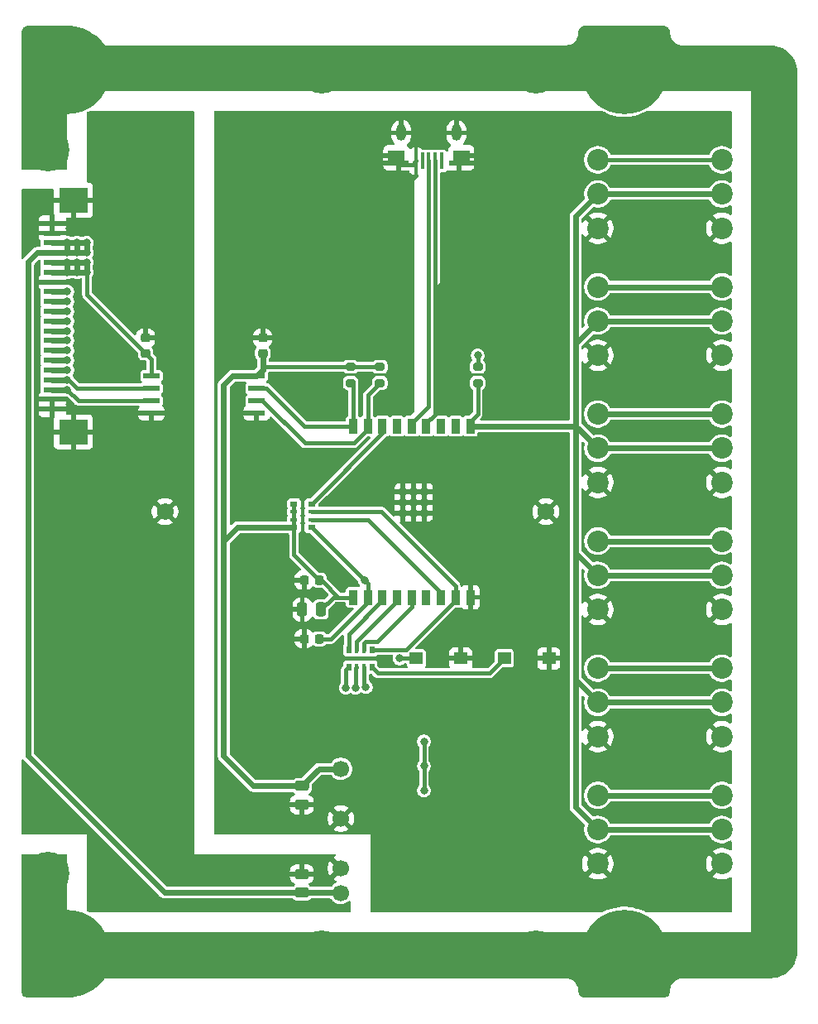
<source format=gbr>
%TF.GenerationSoftware,KiCad,Pcbnew,9.0.6*%
%TF.CreationDate,2025-11-30T12:45:29+03:00*%
%TF.ProjectId,PMIFC-1Wx12,504d4946-432d-4315-9778-31322e6b6963,rev?*%
%TF.SameCoordinates,PX3dfd240PY5f5e100*%
%TF.FileFunction,Copper,L1,Top*%
%TF.FilePolarity,Positive*%
%FSLAX46Y46*%
G04 Gerber Fmt 4.6, Leading zero omitted, Abs format (unit mm)*
G04 Created by KiCad (PCBNEW 9.0.6) date 2025-11-30 12:45:29*
%MOMM*%
%LPD*%
G01*
G04 APERTURE LIST*
G04 Aperture macros list*
%AMRoundRect*
0 Rectangle with rounded corners*
0 $1 Rounding radius*
0 $2 $3 $4 $5 $6 $7 $8 $9 X,Y pos of 4 corners*
0 Add a 4 corners polygon primitive as box body*
4,1,4,$2,$3,$4,$5,$6,$7,$8,$9,$2,$3,0*
0 Add four circle primitives for the rounded corners*
1,1,$1+$1,$2,$3*
1,1,$1+$1,$4,$5*
1,1,$1+$1,$6,$7*
1,1,$1+$1,$8,$9*
0 Add four rect primitives between the rounded corners*
20,1,$1+$1,$2,$3,$4,$5,0*
20,1,$1+$1,$4,$5,$6,$7,0*
20,1,$1+$1,$6,$7,$8,$9,0*
20,1,$1+$1,$8,$9,$2,$3,0*%
G04 Aperture macros list end*
%TA.AperFunction,ComponentPad*%
%ADD10C,0.700000*%
%TD*%
%TA.AperFunction,ComponentPad*%
%ADD11C,4.400000*%
%TD*%
%TA.AperFunction,ComponentPad*%
%ADD12C,2.200000*%
%TD*%
%TA.AperFunction,SMDPad,CuDef*%
%ADD13RoundRect,0.225000X0.250000X-0.225000X0.250000X0.225000X-0.250000X0.225000X-0.250000X-0.225000X0*%
%TD*%
%TA.AperFunction,SMDPad,CuDef*%
%ADD14R,1.701800X0.558800*%
%TD*%
%TA.AperFunction,SMDPad,CuDef*%
%ADD15R,1.346200X1.244600*%
%TD*%
%TA.AperFunction,SMDPad,CuDef*%
%ADD16RoundRect,0.200000X-0.275000X0.200000X-0.275000X-0.200000X0.275000X-0.200000X0.275000X0.200000X0*%
%TD*%
%TA.AperFunction,ComponentPad*%
%ADD17C,1.725000*%
%TD*%
%TA.AperFunction,SMDPad,CuDef*%
%ADD18R,0.889000X1.498600*%
%TD*%
%TA.AperFunction,SMDPad,CuDef*%
%ADD19R,0.711200X0.711200*%
%TD*%
%TA.AperFunction,SMDPad,CuDef*%
%ADD20RoundRect,0.225000X0.225000X0.250000X-0.225000X0.250000X-0.225000X-0.250000X0.225000X-0.250000X0*%
%TD*%
%TA.AperFunction,SMDPad,CuDef*%
%ADD21RoundRect,0.250000X0.250000X0.475000X-0.250000X0.475000X-0.250000X-0.475000X0.250000X-0.475000X0*%
%TD*%
%TA.AperFunction,SMDPad,CuDef*%
%ADD22RoundRect,0.250000X0.475000X-0.250000X0.475000X0.250000X-0.475000X0.250000X-0.475000X-0.250000X0*%
%TD*%
%TA.AperFunction,ComponentPad*%
%ADD23C,0.900000*%
%TD*%
%TA.AperFunction,ComponentPad*%
%ADD24C,8.600000*%
%TD*%
%TA.AperFunction,SMDPad,CuDef*%
%ADD25RoundRect,0.250000X-0.475000X0.250000X-0.475000X-0.250000X0.475000X-0.250000X0.475000X0.250000X0*%
%TD*%
%TA.AperFunction,SMDPad,CuDef*%
%ADD26R,0.500000X0.800000*%
%TD*%
%TA.AperFunction,SMDPad,CuDef*%
%ADD27R,0.400000X0.800000*%
%TD*%
%TA.AperFunction,SMDPad,CuDef*%
%ADD28R,0.406400X1.750000*%
%TD*%
%TA.AperFunction,SMDPad,CuDef*%
%ADD29R,1.654126X1.104108*%
%TD*%
%TA.AperFunction,SMDPad,CuDef*%
%ADD30R,2.108196X0.496100*%
%TD*%
%TA.AperFunction,ComponentPad*%
%ADD31O,1.000000X1.700000*%
%TD*%
%TA.AperFunction,SMDPad,CuDef*%
%ADD32R,2.108196X0.496108*%
%TD*%
%TA.AperFunction,SMDPad,CuDef*%
%ADD33R,1.654066X1.104100*%
%TD*%
%TA.AperFunction,SMDPad,CuDef*%
%ADD34R,1.800000X0.600000*%
%TD*%
%TA.AperFunction,SMDPad,CuDef*%
%ADD35R,3.000000X2.600000*%
%TD*%
%TA.AperFunction,SMDPad,CuDef*%
%ADD36R,0.800000X0.500000*%
%TD*%
%TA.AperFunction,SMDPad,CuDef*%
%ADD37R,0.800000X0.400000*%
%TD*%
%TA.AperFunction,ComponentPad*%
%ADD38C,1.700000*%
%TD*%
%TA.AperFunction,ViaPad*%
%ADD39C,0.800000*%
%TD*%
%TA.AperFunction,Conductor*%
%ADD40C,0.600000*%
%TD*%
%TA.AperFunction,Conductor*%
%ADD41C,0.400000*%
%TD*%
G04 APERTURE END LIST*
D10*
%TO.P,U1,PE,PE*%
%TO.N,PE*%
X-38650000Y37000000D03*
X-38650000Y-37000000D03*
X-38166726Y38166726D03*
X-38166726Y35833274D03*
X-38166726Y-35833274D03*
X-38166726Y-38166726D03*
X-37000000Y38650000D03*
D11*
X-37000000Y37000000D03*
D10*
X-37000000Y35350000D03*
X-37000000Y-35350000D03*
D11*
X-37000000Y-37000000D03*
D10*
X-37000000Y-38650000D03*
X-35833274Y38166726D03*
X-35833274Y35833274D03*
X-35833274Y-35833274D03*
X-35833274Y-38166726D03*
X-35350000Y37000000D03*
X-35350000Y-37000000D03*
X-10650000Y45000000D03*
X-10650000Y-45000000D03*
X-10166726Y46166726D03*
X-10166726Y43833274D03*
X-10166726Y-43833274D03*
X-10166726Y-46166726D03*
X-9000000Y46650000D03*
D11*
X-9000000Y45000000D03*
D10*
X-9000000Y43350000D03*
X-9000000Y-43350000D03*
D11*
X-9000000Y-45000000D03*
D10*
X-9000000Y-46650000D03*
X-7833274Y46166726D03*
X-7833274Y43833274D03*
X-7833274Y-43833274D03*
X-7833274Y-46166726D03*
X-7350000Y45000000D03*
X-7350000Y-45000000D03*
%TD*%
D12*
%TO.P,J6,1,Pin_1*%
%TO.N,GND_IFC*%
X32000000Y-36000000D03*
%TO.P,J6,2,Pin_2*%
%TO.N,/SENSE*%
X32000000Y-32500000D03*
%TO.P,J6,3,Pin_3*%
%TO.N,+3.3V_IFC*%
X32000000Y-29000000D03*
%TO.P,J6,4,Pin_4*%
%TO.N,GND_IFC*%
X19300000Y-36000000D03*
%TO.P,J6,5,Pin_5*%
%TO.N,/SENSE*%
X19300000Y-32500000D03*
%TO.P,J6,6,Pin_6*%
%TO.N,+3.3V_IFC*%
X19300000Y-29000000D03*
%TD*%
D13*
%TO.P,C6,1*%
%TO.N,+3.3V_IB*%
X-27000000Y16225000D03*
%TO.P,C6,2*%
%TO.N,GND_IB*%
X-27000000Y17775000D03*
%TD*%
D14*
%TO.P,U11,1,VDDa*%
%TO.N,+3.3V_IB*%
X-26384800Y13905000D03*
%TO.P,U11,2,SDAa*%
%TO.N,/SDA_IB*%
X-26384800Y12635000D03*
%TO.P,U11,3,SCLa*%
%TO.N,/SCL_IB*%
X-26384800Y11365000D03*
%TO.P,U11,4,GNDa*%
%TO.N,GND_IB*%
X-26384800Y10095000D03*
%TO.P,U11,5,GNDb*%
%TO.N,GND_IFC*%
X-15615200Y10095000D03*
%TO.P,U11,6,SCLb*%
%TO.N,/SCL_IFC*%
X-15615200Y11365000D03*
%TO.P,U11,7,SDAb*%
%TO.N,/SDA_IFC*%
X-15615200Y12635000D03*
%TO.P,U11,8,VDDb*%
%TO.N,+3.3V_IFC*%
X-15615200Y13905000D03*
%TD*%
D13*
%TO.P,C5,1*%
%TO.N,+3.3V_IFC*%
X-15000000Y16225000D03*
%TO.P,C5,2*%
%TO.N,GND_IFC*%
X-15000000Y17775000D03*
%TD*%
D15*
%TO.P,SW2,1,1*%
%TO.N,GND_IFC*%
X5286000Y-15000000D03*
%TO.P,SW2,2,2*%
%TO.N,/EN*%
X714000Y-15000000D03*
%TD*%
D16*
%TO.P,R1,1*%
%TO.N,+3.3V_IFC*%
X7000000Y14825000D03*
%TO.P,R1,2*%
%TO.N,/SENSE*%
X7000000Y13175000D03*
%TD*%
D17*
%TO.P,U4,1*%
%TO.N,GND_IFC*%
X14000000Y0D03*
%TD*%
D10*
%TO.P,SP1,PE,PE*%
%TO.N,PE*%
X11350000Y45000000D03*
X11350000Y-45000000D03*
X11833274Y46166726D03*
X11833274Y43833274D03*
X11833274Y-43833274D03*
X11833274Y-46166726D03*
X13000000Y46650000D03*
D11*
X13000000Y45000000D03*
D10*
X13000000Y43350000D03*
X13000000Y-43350000D03*
D11*
X13000000Y-45000000D03*
D10*
X13000000Y-46650000D03*
X14166726Y46166726D03*
X14166726Y43833274D03*
X14166726Y-43833274D03*
X14166726Y-46166726D03*
X14650000Y45000000D03*
X14650000Y-45000000D03*
X35350000Y45000000D03*
X35350000Y-45000000D03*
X35833274Y46166726D03*
X35833274Y43833274D03*
X35833274Y-43833274D03*
X35833274Y-46166726D03*
X37000000Y46650000D03*
D11*
X37000000Y45000000D03*
D10*
X37000000Y43350000D03*
X37000000Y-43350000D03*
D11*
X37000000Y-45000000D03*
D10*
X37000000Y-46650000D03*
X38166726Y46166726D03*
X38166726Y43833274D03*
X38166726Y-43833274D03*
X38166726Y-46166726D03*
X38650000Y45000000D03*
X38650000Y-45000000D03*
%TD*%
D18*
%TO.P,U2,1,3V3*%
%TO.N,+3.3V_IFC*%
X-5749998Y-8750000D03*
%TO.P,U2,2,EN*%
%TO.N,/EN*%
X-4249999Y-8750000D03*
%TO.P,U2,3,IO4*%
%TO.N,/A2*%
X-2749999Y-8750000D03*
%TO.P,U2,4,IO5*%
%TO.N,/A1*%
X-1250000Y-8750000D03*
%TO.P,U2,5,IO6*%
%TO.N,/A0*%
X250000Y-8750000D03*
%TO.P,U2,6,IO7*%
%TO.N,unconnected-(U2-IO7-Pad6)*%
X1750000Y-8750000D03*
%TO.P,U2,7,IO8*%
%TO.N,Net-(RN1C-R3.2)*%
X3250002Y-8750000D03*
%TO.P,U2,8,IO9*%
%TO.N,Net-(RN1B-R2.2)*%
X4750001Y-8750000D03*
%TO.P,U2,9,GND*%
%TO.N,GND_IFC*%
X6250001Y-8750000D03*
%TO.P,U2,10,IO10*%
%TO.N,/SENSE*%
X6249998Y8750000D03*
%TO.P,U2,11,RXD_(IO20)*%
%TO.N,unconnected-(U2-RXD_(IO20)-Pad11)*%
X4749999Y8750000D03*
%TO.P,U2,12,TXD_(IO21)*%
%TO.N,unconnected-(U2-TXD_(IO21)-Pad12)*%
X3249999Y8750000D03*
%TO.P,U2,13,IO18_(USB_D-)*%
%TO.N,/USB_D-*%
X1750000Y8750000D03*
%TO.P,U2,14,IO19_(USB_D+)*%
%TO.N,/USB_D+*%
X250000Y8750000D03*
%TO.P,U2,15,IO3*%
%TO.N,unconnected-(U2-IO3-Pad15)*%
X-1250000Y8750000D03*
%TO.P,U2,16,IO2*%
%TO.N,Net-(RN1A-R1.2)*%
X-2750002Y8750000D03*
%TO.P,U2,17,IO1*%
%TO.N,/SCL_IFC*%
X-4250001Y8750000D03*
%TO.P,U2,18,IO0*%
%TO.N,/SDA_IFC*%
X-5750001Y8750000D03*
D19*
%TO.P,U2,EPAD,EPAD*%
%TO.N,GND_IFC*%
X-650000Y-140000D03*
X450000Y-140000D03*
X1550000Y-140000D03*
X-650000Y960000D03*
X450000Y960000D03*
X1550000Y960000D03*
X-650000Y2060000D03*
X450000Y2060000D03*
X1550000Y2060000D03*
%TD*%
D16*
%TO.P,R3,1*%
%TO.N,+3.3V_IFC*%
X-3000000Y14825000D03*
%TO.P,R3,2*%
%TO.N,/SCL_IFC*%
X-3000000Y13175000D03*
%TD*%
D20*
%TO.P,C11,1*%
%TO.N,+3.3V_IFC*%
X-9225000Y-7000000D03*
%TO.P,C11,2*%
%TO.N,GND_IFC*%
X-10775000Y-7000000D03*
%TD*%
D12*
%TO.P,J4,1,Pin_1*%
%TO.N,GND_IFC*%
X32000000Y3000000D03*
%TO.P,J4,2,Pin_2*%
%TO.N,/SENSE*%
X32000000Y6500000D03*
%TO.P,J4,3,Pin_3*%
%TO.N,+3.3V_IFC*%
X32000000Y10000000D03*
%TO.P,J4,4,Pin_4*%
%TO.N,GND_IFC*%
X19300000Y3000000D03*
%TO.P,J4,5,Pin_5*%
%TO.N,/SENSE*%
X19300000Y6500000D03*
%TO.P,J4,6,Pin_6*%
%TO.N,+3.3V_IFC*%
X19300000Y10000000D03*
%TD*%
D21*
%TO.P,C10,1*%
%TO.N,+3.3V_IFC*%
X-9050000Y-10000000D03*
%TO.P,C10,2*%
%TO.N,GND_IFC*%
X-10950000Y-10000000D03*
%TD*%
D20*
%TO.P,C9,1*%
%TO.N,/EN*%
X-9225000Y-13000000D03*
%TO.P,C9,2*%
%TO.N,GND_IFC*%
X-10775000Y-13000000D03*
%TD*%
D16*
%TO.P,R2,1*%
%TO.N,+3.3V_IFC*%
X-6000000Y14825000D03*
%TO.P,R2,2*%
%TO.N,/SDA_IFC*%
X-6000000Y13175000D03*
%TD*%
D22*
%TO.P,C1,1*%
%TO.N,+5V_IB*%
X-11000000Y-38950000D03*
%TO.P,C1,2*%
%TO.N,GND_IB*%
X-11000000Y-37050000D03*
%TD*%
D23*
%TO.P,H2,1,1*%
%TO.N,PE*%
X-38225000Y45000000D03*
X-37280419Y47280419D03*
X-37280419Y42719581D03*
X-35000000Y48225000D03*
D24*
X-35000000Y45000000D03*
D23*
X-35000000Y41775000D03*
X-32719581Y47280419D03*
X-32719581Y42719581D03*
X-31775000Y45000000D03*
%TD*%
D12*
%TO.P,J1,1,Pin_1*%
%TO.N,GND_IFC*%
X32000000Y29000000D03*
%TO.P,J1,2,Pin_2*%
%TO.N,/SENSE*%
X32000000Y32500000D03*
%TO.P,J1,3,Pin_3*%
%TO.N,+3.3V_IFC*%
X32000000Y36000000D03*
%TO.P,J1,4,Pin_4*%
%TO.N,GND_IFC*%
X19300000Y29000000D03*
%TO.P,J1,5,Pin_5*%
%TO.N,/SENSE*%
X19300000Y32500000D03*
%TO.P,J1,6,Pin_6*%
%TO.N,+3.3V_IFC*%
X19300000Y36000000D03*
%TD*%
D25*
%TO.P,C2,1*%
%TO.N,+3.3V_IFC*%
X-11000000Y-28050000D03*
%TO.P,C2,2*%
%TO.N,GND_IFC*%
X-11000000Y-29950000D03*
%TD*%
D26*
%TO.P,RN2,1,R1.1*%
%TO.N,Net-(RN1B-R2.2)*%
X-3800000Y-14100000D03*
D27*
%TO.P,RN2,2,R2.1*%
%TO.N,/A0*%
X-4600000Y-14100000D03*
%TO.P,RN2,3,R3.1*%
%TO.N,/A1*%
X-5400000Y-14100000D03*
D26*
%TO.P,RN2,4,R4.1*%
%TO.N,/A2*%
X-6200000Y-14100000D03*
%TO.P,RN2,5,R4.2*%
%TO.N,Net-(JP5-C)*%
X-6200000Y-15900000D03*
D27*
%TO.P,RN2,6,R3.2*%
%TO.N,Net-(JP6-C)*%
X-5400000Y-15900000D03*
%TO.P,RN2,7,R2.2*%
%TO.N,Net-(JP7-C)*%
X-4600000Y-15900000D03*
D26*
%TO.P,RN2,8,R1.2*%
%TO.N,Net-(RN2A-R1.2)*%
X-3800000Y-15900000D03*
%TD*%
D28*
%TO.P,J7,1,VBUS*%
%TO.N,unconnected-(J7-VBUS-Pad1)*%
X3299972Y35877042D03*
%TO.P,J7,2,D-*%
%TO.N,/USB_D-*%
X2649986Y35877042D03*
%TO.P,J7,3,D+*%
%TO.N,/USB_D+*%
X2000000Y35877042D03*
%TO.P,J7,4,ID*%
%TO.N,unconnected-(J7-ID-Pad4)*%
X1350014Y35877042D03*
D29*
%TO.P,J7,5,GND*%
%TO.N,GND_IFC*%
X5327035Y36450204D03*
D30*
X5100001Y35650100D03*
D31*
X4825001Y38752158D03*
D28*
X700028Y35877042D03*
D31*
X-825001Y38752158D03*
D32*
X-1099997Y35650096D03*
D33*
X-1327061Y36450200D03*
%TD*%
D17*
%TO.P,U3,1*%
%TO.N,GND_IB*%
X-25000000Y0D03*
%TD*%
D34*
%TO.P,JM1,1,Pin_1*%
%TO.N,GND_IB*%
X-36546000Y10500000D03*
%TO.P,JM1,2,Pin_2*%
X-36546000Y11500000D03*
%TO.P,JM1,3,Pin_3*%
%TO.N,/SCL_IB*%
X-36546000Y12500000D03*
%TO.P,JM1,4,Pin_4*%
%TO.N,/SDA_IB*%
X-36546000Y13500000D03*
%TO.P,JM1,5,Pin_5*%
%TO.N,Net-(JM1-Pin_5)*%
X-36546000Y14500000D03*
%TO.P,JM1,6,Pin_6*%
%TO.N,/RST_IB*%
X-36546000Y15500000D03*
%TO.P,JM1,7,Pin_7*%
%TO.N,/CS3_IB*%
X-36546000Y16500000D03*
%TO.P,JM1,8,Pin_8*%
%TO.N,/CS2_IB*%
X-36546000Y17500000D03*
%TO.P,JM1,9,Pin_9*%
%TO.N,/CS1_IB*%
X-36546000Y18500000D03*
%TO.P,JM1,10,Pin_10*%
%TO.N,/CS0_IB*%
X-36546000Y19500000D03*
%TO.P,JM1,11,Pin_11*%
%TO.N,/SCK_IB*%
X-36546000Y20500000D03*
%TO.P,JM1,12,Pin_11*%
%TO.N,/MISO_IB*%
X-36546000Y21500000D03*
%TO.P,JM1,13,Pin_11*%
%TO.N,/MOSI_IB*%
X-36546000Y22500000D03*
%TO.P,JM1,14,Pin_11*%
%TO.N,GND_IB*%
X-36546000Y23500000D03*
%TO.P,JM1,15,Pin_11*%
%TO.N,+3.3V_IB*%
X-36546000Y24500000D03*
%TO.P,JM1,16,Pin_11*%
X-36546000Y25500000D03*
%TO.P,JM1,17,Pin_11*%
%TO.N,+5V_IB*%
X-36546000Y26500000D03*
%TO.P,JM1,18,Pin_11*%
X-36546000Y27500000D03*
%TO.P,JM1,19,Pin_11*%
%TO.N,GND_IB*%
X-36546000Y28500000D03*
%TO.P,JM1,20,Pin_11*%
X-36546000Y29500000D03*
D35*
%TO.P,JM1,MP1,Pin_11*%
X-34375000Y8150000D03*
%TO.P,JM1,MP2,Pin_11*%
X-34375000Y31850000D03*
%TD*%
D12*
%TO.P,J3,1,Pin_1*%
%TO.N,GND_IFC*%
X32000000Y-10000000D03*
%TO.P,J3,2,Pin_2*%
%TO.N,/SENSE*%
X32000000Y-6500000D03*
%TO.P,J3,3,Pin_3*%
%TO.N,+3.3V_IFC*%
X32000000Y-3000000D03*
%TO.P,J3,4,Pin_4*%
%TO.N,GND_IFC*%
X19300000Y-10000000D03*
%TO.P,J3,5,Pin_5*%
%TO.N,/SENSE*%
X19300000Y-6500000D03*
%TO.P,J3,6,Pin_6*%
%TO.N,+3.3V_IFC*%
X19300000Y-3000000D03*
%TD*%
D36*
%TO.P,RN1,1,R1.1*%
%TO.N,+3.3V_IFC*%
X-11800000Y800000D03*
D37*
%TO.P,RN1,2,R2.1*%
X-11800000Y0D03*
%TO.P,RN1,3,R3.1*%
X-11800000Y-800000D03*
D36*
%TO.P,RN1,4,R4.1*%
X-11800000Y-1600000D03*
%TO.P,RN1,5,R4.2*%
%TO.N,/EN*%
X-10000000Y-1600000D03*
D37*
%TO.P,RN1,6,R3.2*%
%TO.N,Net-(RN1C-R3.2)*%
X-10000000Y-800000D03*
%TO.P,RN1,7,R2.2*%
%TO.N,Net-(RN1B-R2.2)*%
X-10000000Y0D03*
D36*
%TO.P,RN1,8,R1.2*%
%TO.N,Net-(RN1A-R1.2)*%
X-10000000Y800000D03*
%TD*%
D12*
%TO.P,J2,1,Pin_1*%
%TO.N,GND_IFC*%
X32000000Y16000000D03*
%TO.P,J2,2,Pin_2*%
%TO.N,/SENSE*%
X32000000Y19500000D03*
%TO.P,J2,3,Pin_3*%
%TO.N,+3.3V_IFC*%
X32000000Y23000000D03*
%TO.P,J2,4,Pin_4*%
%TO.N,GND_IFC*%
X19300000Y16000000D03*
%TO.P,J2,5,Pin_5*%
%TO.N,/SENSE*%
X19300000Y19500000D03*
%TO.P,J2,6,Pin_6*%
%TO.N,+3.3V_IFC*%
X19300000Y23000000D03*
%TD*%
D38*
%TO.P,PS1,1,Vin*%
%TO.N,+5V_IB*%
X-7000000Y-39000000D03*
%TO.P,PS1,2,GND*%
%TO.N,GND_IB*%
X-7000000Y-36460000D03*
%TO.P,PS1,4,0V*%
%TO.N,GND_IFC*%
X-7000000Y-31380000D03*
%TO.P,PS1,6,+V*%
%TO.N,+3.3V_IFC*%
X-7000000Y-26300000D03*
%TD*%
D23*
%TO.P,H1,1,1*%
%TO.N,PE*%
X18775000Y45000000D03*
X19719581Y47280419D03*
X19719581Y42719581D03*
X22000000Y48225000D03*
D24*
X22000000Y45000000D03*
D23*
X22000000Y41775000D03*
X24280419Y47280419D03*
X24280419Y42719581D03*
X25225000Y45000000D03*
%TD*%
D15*
%TO.P,SW1,1,1*%
%TO.N,GND_IFC*%
X14286000Y-15000000D03*
%TO.P,SW1,2,2*%
%TO.N,Net-(RN2A-R1.2)*%
X9714000Y-15000000D03*
%TD*%
D23*
%TO.P,H3,1,1*%
%TO.N,PE*%
X18775000Y-45000000D03*
X19719581Y-42719581D03*
X19719581Y-47280419D03*
X22000000Y-41775000D03*
D24*
X22000000Y-45000000D03*
D23*
X22000000Y-48225000D03*
X24280419Y-42719581D03*
X24280419Y-47280419D03*
X25225000Y-45000000D03*
%TD*%
D12*
%TO.P,J5,1,Pin_1*%
%TO.N,GND_IFC*%
X32000000Y-23000000D03*
%TO.P,J5,2,Pin_2*%
%TO.N,/SENSE*%
X32000000Y-19500000D03*
%TO.P,J5,3,Pin_3*%
%TO.N,+3.3V_IFC*%
X32000000Y-16000000D03*
%TO.P,J5,4,Pin_4*%
%TO.N,GND_IFC*%
X19300000Y-23000000D03*
%TO.P,J5,5,Pin_5*%
%TO.N,/SENSE*%
X19300000Y-19500000D03*
%TO.P,J5,6,Pin_6*%
%TO.N,+3.3V_IFC*%
X19300000Y-16000000D03*
%TD*%
D23*
%TO.P,H4,1,1*%
%TO.N,PE*%
X-38225000Y-45000000D03*
X-37280419Y-42719581D03*
X-37280419Y-47280419D03*
X-35000000Y-41775000D03*
D24*
X-35000000Y-45000000D03*
D23*
X-35000000Y-48225000D03*
X-32719581Y-42719581D03*
X-32719581Y-47280419D03*
X-31775000Y-45000000D03*
%TD*%
D39*
%TO.N,/CS2_IB*%
X-35000000Y17500000D03*
%TO.N,/MOSI_IB*%
X-35000000Y22500000D03*
%TO.N,GND_IB*%
X-32000000Y31000000D03*
X-32000000Y17000000D03*
X-25000000Y8000000D03*
X-32000000Y8000000D03*
X-37000000Y-31000000D03*
X-32000000Y33000000D03*
X-32000000Y32000000D03*
X-32000000Y7000000D03*
X-27000000Y6000000D03*
X-27000000Y8000000D03*
X-31000000Y16000000D03*
X-32000000Y9000000D03*
X-31000000Y-37000000D03*
X-25000000Y6000000D03*
X-26000000Y7000000D03*
%TO.N,/SDA_IB*%
X-35000000Y13500000D03*
%TO.N,Net-(JM1-Pin_5)*%
X-35000000Y14500000D03*
%TO.N,+3.3V_IFC*%
X7000000Y16000000D03*
X1500000Y-26000000D03*
X1500000Y-23500000D03*
X1500000Y-28500000D03*
%TO.N,+3.3V_IB*%
X-35000000Y24500000D03*
X-35000000Y25500000D03*
X-34000000Y24500000D03*
X-33000000Y25500000D03*
X-34000000Y25500000D03*
X-33000000Y24500000D03*
%TO.N,/MISO_IB*%
X-35000000Y21500000D03*
%TO.N,+5V_IB*%
X-34000000Y27500000D03*
X-33000000Y27500000D03*
X-34000000Y26500000D03*
X-33000000Y26500000D03*
X-35000000Y26500000D03*
X-35000000Y27500000D03*
%TO.N,/RST_IB*%
X-35000000Y15500000D03*
%TO.N,/SCL_IB*%
X-35000000Y12500000D03*
%TO.N,/CS3_IB*%
X-35000000Y16500000D03*
%TO.N,/SCK_IB*%
X-35000000Y20500000D03*
%TO.N,/CS1_IB*%
X-35000000Y18500000D03*
%TO.N,/CS0_IB*%
X-35000000Y19500000D03*
%TO.N,GND_IFC*%
X-17000000Y8000000D03*
X-15000000Y8000000D03*
X-17000000Y6000000D03*
X-16000000Y7000000D03*
X-15000000Y6000000D03*
%TO.N,/EN*%
X-4550000Y-7050000D03*
X-1000000Y-15000000D03*
%TO.N,Net-(JP5-C)*%
X-6500000Y-18000000D03*
%TO.N,Net-(JP6-C)*%
X-5500000Y-18000000D03*
%TO.N,Net-(JP7-C)*%
X-4434313Y-17934316D03*
%TD*%
D40*
%TO.N,/CS2_IB*%
X-35000000Y17500000D02*
X-36546000Y17500000D01*
%TO.N,/MOSI_IB*%
X-35000000Y22500000D02*
X-36546000Y22500000D01*
D41*
%TO.N,/SDA_IB*%
X-26384800Y12635000D02*
X-34002214Y12635000D01*
X-34002214Y12635000D02*
X-34867214Y13500000D01*
D40*
X-35000000Y13500000D02*
X-36546000Y13500000D01*
D41*
X-34867214Y13500000D02*
X-35000000Y13500000D01*
D40*
%TO.N,Net-(JM1-Pin_5)*%
X-35000000Y14500000D02*
X-36546000Y14500000D01*
D41*
%TO.N,+3.3V_IFC*%
X-3000000Y14825000D02*
X-6000000Y14825000D01*
X19300000Y36000000D02*
X32000000Y36000000D01*
X-11800000Y800000D02*
X-11800000Y-1600000D01*
X-9050000Y-10000000D02*
X-7800000Y-8750000D01*
X1500000Y-28500000D02*
X1500000Y-26000000D01*
D40*
X19300000Y23000000D02*
X32000000Y23000000D01*
D41*
X-11800000Y-1600000D02*
X-11800000Y-4425000D01*
D40*
X-15950000Y-28050000D02*
X-19000000Y-25000000D01*
X32000000Y-16000000D02*
X19300000Y-16000000D01*
D41*
X-7250000Y-8750000D02*
X-5749998Y-8750000D01*
X-9000000Y-7000000D02*
X-7250000Y-8750000D01*
D40*
X-17600000Y-1600000D02*
X-19000000Y-3000000D01*
X-15000000Y16225000D02*
X-15000000Y14520200D01*
X32000000Y-3000000D02*
X19300000Y-3000000D01*
X-18095000Y13905000D02*
X-19000000Y13000000D01*
X-11800000Y-1600000D02*
X-17600000Y-1600000D01*
X19300000Y10000000D02*
X32000000Y10000000D01*
D41*
X-9225000Y-7000000D02*
X-9000000Y-7000000D01*
X-7800000Y-8750000D02*
X-7250000Y-8750000D01*
X-6000000Y14825000D02*
X-14695200Y14825000D01*
D40*
X-19000000Y-3000000D02*
X-19000000Y13000000D01*
X-19000000Y-25000000D02*
X-19000000Y-21000000D01*
D41*
X7000000Y14825000D02*
X7000000Y16000000D01*
D40*
X32000000Y-29000000D02*
X19300000Y-29000000D01*
X-11000000Y-28050000D02*
X-15950000Y-28050000D01*
X-15615200Y13905000D02*
X-18095000Y13905000D01*
D41*
X1500000Y-26000000D02*
X1500000Y-23500000D01*
D40*
X-9250000Y-26300000D02*
X-11000000Y-28050000D01*
X-19000000Y-15000000D02*
X-19000000Y-3000000D01*
X-19000000Y-21000000D02*
X-19000000Y-15000000D01*
D41*
X-14695200Y14825000D02*
X-15000000Y14520200D01*
D40*
X-15000000Y14520200D02*
X-15615200Y13905000D01*
D41*
X-11800000Y-4425000D02*
X-9225000Y-7000000D01*
D40*
X-7000000Y-26300000D02*
X-9250000Y-26300000D01*
%TO.N,+3.3V_IB*%
X-34000000Y25500000D02*
X-33000000Y25500000D01*
X-33000000Y25500000D02*
X-33000000Y24500000D01*
X-35000000Y24500000D02*
X-34000000Y24500000D01*
D41*
X-26384800Y15609800D02*
X-27000000Y16225000D01*
D40*
X-34000000Y24500000D02*
X-33000000Y24500000D01*
D41*
X-26384800Y13905000D02*
X-26384800Y15609800D01*
D40*
X-36546000Y25500000D02*
X-35000000Y25500000D01*
D41*
X-27000000Y16225000D02*
X-33000000Y22225000D01*
X-33000000Y22225000D02*
X-33000000Y24500000D01*
D40*
X-36546000Y24500000D02*
X-35000000Y24500000D01*
X-35000000Y25500000D02*
X-35000000Y24500000D01*
X-35000000Y25500000D02*
X-34000000Y25500000D01*
X-34000000Y25500000D02*
X-34000000Y24500000D01*
%TO.N,/MISO_IB*%
X-35000000Y21500000D02*
X-36546000Y21500000D01*
%TO.N,+5V_IB*%
X-35000000Y27500000D02*
X-35000000Y26500000D01*
X-11000000Y-38950000D02*
X-7050000Y-38950000D01*
X-34000000Y27500000D02*
X-33000000Y27500000D01*
X-36546000Y26500000D02*
X-35000000Y26500000D01*
X-34000000Y26500000D02*
X-33000000Y26500000D01*
X-38046000Y26500000D02*
X-36546000Y26500000D01*
X-25050000Y-38950000D02*
X-39000000Y-25000000D01*
X-39000000Y25546000D02*
X-38046000Y26500000D01*
X-7050000Y-38950000D02*
X-7000000Y-39000000D01*
X-33000000Y27500000D02*
X-33000000Y26500000D01*
X-36546000Y27500000D02*
X-35000000Y27500000D01*
X-35000000Y27500000D02*
X-34000000Y27500000D01*
X-35000000Y26500000D02*
X-34000000Y26500000D01*
X-34000000Y27500000D02*
X-34000000Y26500000D01*
X-11000000Y-38950000D02*
X-25050000Y-38950000D01*
X-39000000Y-25000000D02*
X-39000000Y25546000D01*
%TO.N,/RST_IB*%
X-35000000Y15500000D02*
X-36546000Y15500000D01*
D41*
%TO.N,/A0*%
X-4600000Y-13448000D02*
X-4451000Y-13299000D01*
X-3299000Y-13299000D02*
X250000Y-9750000D01*
X250000Y-9750000D02*
X250000Y-8750000D01*
X-4600000Y-14100000D02*
X-4600000Y-13448000D01*
X-4451000Y-13299000D02*
X-3299000Y-13299000D01*
%TO.N,/A1*%
X-5400000Y-13300000D02*
X-1250000Y-9150000D01*
X-1250000Y-9150000D02*
X-1250000Y-8750000D01*
X-5400000Y-14100000D02*
X-5400000Y-13300000D01*
%TO.N,/A2*%
X-6200000Y-14100000D02*
X-6200000Y-12504801D01*
X-2749999Y-9054800D02*
X-2749999Y-8750000D01*
X-6200000Y-12504801D02*
X-2749999Y-9054800D01*
%TO.N,/SCL_IB*%
X-33865000Y11365000D02*
X-26384800Y11365000D01*
X-35000000Y12500000D02*
X-33865000Y11365000D01*
D40*
X-35000000Y12500000D02*
X-36546000Y12500000D01*
%TO.N,/CS3_IB*%
X-35000000Y16500000D02*
X-36546000Y16500000D01*
%TO.N,/SCK_IB*%
X-35000000Y20500000D02*
X-36546000Y20500000D01*
%TO.N,/CS1_IB*%
X-35000000Y18500000D02*
X-36546000Y18500000D01*
%TO.N,/CS0_IB*%
X-35000000Y19500000D02*
X-36546000Y19500000D01*
D41*
%TO.N,GND_IFC*%
X-981059Y35531158D02*
X360781Y35531158D01*
X700028Y35870405D02*
X700028Y35877042D01*
X360781Y35531158D02*
X700028Y35870405D01*
X-1099997Y35650096D02*
X-981059Y35531158D01*
%TO.N,/EN*%
X-8004198Y-13000000D02*
X-4249999Y-9245801D01*
X-4249999Y-7350001D02*
X-4249999Y-8750000D01*
X-4550000Y-7050000D02*
X-4249999Y-7350001D01*
X-10000000Y-1600000D02*
X-4550000Y-7050000D01*
X-1000000Y-15000000D02*
X714000Y-15000000D01*
X-9225000Y-13000000D02*
X-8004198Y-13000000D01*
X-4249999Y-9245801D02*
X-4249999Y-8750000D01*
%TO.N,Net-(RN1B-R2.2)*%
X4750001Y-9054800D02*
X4750001Y-8750000D01*
X-2850699Y0D02*
X4750001Y-7600700D01*
X4750001Y-7600700D02*
X4750001Y-8750000D01*
X-10000000Y0D02*
X-2850699Y0D01*
X-295199Y-14100000D02*
X4750001Y-9054800D01*
X-3800000Y-14100000D02*
X-295199Y-14100000D01*
%TO.N,Net-(RN1A-R1.2)*%
X-2750002Y8750000D02*
X-2750002Y8049998D01*
X-2750002Y8049998D02*
X-10000000Y800000D01*
%TO.N,Net-(RN1C-R3.2)*%
X3250002Y-8254202D02*
X3250002Y-8750000D01*
X-10000000Y-800000D02*
X-4204200Y-800000D01*
X-4204200Y-800000D02*
X3250002Y-8254202D01*
%TO.N,/USB_D-*%
X2649986Y9954786D02*
X2649986Y35877042D01*
X1750000Y9054800D02*
X2649986Y9954786D01*
X1750000Y8750000D02*
X1750000Y9054800D01*
D40*
%TO.N,/SENSE*%
X17000000Y8750000D02*
X16000000Y8750000D01*
X17000000Y17200000D02*
X17000000Y8750000D01*
X17050000Y8750000D02*
X19300000Y6500000D01*
X19300000Y-19500000D02*
X17000000Y-17200000D01*
X16000000Y8750000D02*
X17050000Y8750000D01*
D41*
X6249998Y9249998D02*
X7000000Y10000000D01*
D40*
X19300000Y-19500000D02*
X32000000Y-19500000D01*
X17000000Y-2200000D02*
X17000000Y8750000D01*
X19300000Y-32500000D02*
X32000000Y-32500000D01*
X19300000Y-32500000D02*
X17000000Y-30200000D01*
D41*
X6249998Y8750000D02*
X6249998Y9249998D01*
X7000000Y10000000D02*
X7000000Y13175000D01*
D40*
X19300000Y19500000D02*
X17000000Y17200000D01*
X19300000Y6500000D02*
X32000000Y6500000D01*
X6249998Y8750000D02*
X16000000Y8750000D01*
X19300000Y-6500000D02*
X17000000Y-4200000D01*
X19300000Y32500000D02*
X32000000Y32500000D01*
X17000000Y-17200000D02*
X17000000Y-14000000D01*
X17000000Y17200000D02*
X17000000Y30200000D01*
X17000000Y-30200000D02*
X17000000Y-17200000D01*
X17000000Y-15200000D02*
X17000000Y-2200000D01*
X19300000Y19500000D02*
X32000000Y19500000D01*
X17000000Y30200000D02*
X19300000Y32500000D01*
X19300000Y-6500000D02*
X32000000Y-6500000D01*
D41*
%TO.N,/USB_D+*%
X2000000Y10804800D02*
X2000000Y35877042D01*
X250000Y8750000D02*
X250000Y9054800D01*
X250000Y9054800D02*
X2000000Y10804800D01*
%TO.N,/SCL_IFC*%
X-10678700Y7000000D02*
X-15043700Y11365000D01*
X-4250001Y8750000D02*
X-4250001Y11924999D01*
X-5695201Y7000000D02*
X-10678700Y7000000D01*
X-15043700Y11365000D02*
X-15615200Y11365000D01*
X-4250001Y8750000D02*
X-4250001Y8445200D01*
X-4250001Y8445200D02*
X-5695201Y7000000D01*
X-4250001Y11924999D02*
X-3000000Y13175000D01*
%TO.N,/SDA_IFC*%
X-15615200Y12635000D02*
X-14635000Y12635000D01*
X-5750001Y8750000D02*
X-5750001Y12925001D01*
X-5750001Y12925001D02*
X-6000000Y13175000D01*
X-10750000Y8750000D02*
X-5750001Y8750000D01*
X-14635000Y12635000D02*
X-10750000Y8750000D01*
%TO.N,Net-(JP5-C)*%
X-6500000Y-18000000D02*
X-6500000Y-16200000D01*
X-6500000Y-16200000D02*
X-6200000Y-15900000D01*
%TO.N,Net-(JP6-C)*%
X-5500000Y-18000000D02*
X-5500000Y-16000000D01*
X-5500000Y-16000000D02*
X-5400000Y-15900000D01*
%TO.N,Net-(JP7-C)*%
X-4600000Y-17768629D02*
X-4600000Y-15900000D01*
X-4434313Y-17934316D02*
X-4600000Y-17768629D01*
%TO.N,Net-(RN2A-R1.2)*%
X-3800000Y-15900000D02*
X-3200000Y-16500000D01*
X8214000Y-16500000D02*
X9714000Y-15000000D01*
X-3200000Y-16500000D02*
X8214000Y-16500000D01*
%TD*%
%TA.AperFunction,Conductor*%
%TO.N,GND_IFC*%
G36*
X19755978Y40983387D02*
G01*
X19873695Y40915423D01*
X19873710Y40915415D01*
X19958236Y40876000D01*
X20237788Y40745643D01*
X20615285Y40608245D01*
X20615291Y40608244D01*
X20615295Y40608242D01*
X20720963Y40579929D01*
X21003321Y40504271D01*
X21398942Y40434512D01*
X21799136Y40399501D01*
X21799137Y40399500D01*
X21799138Y40399500D01*
X22200863Y40399500D01*
X22200863Y40399501D01*
X22601058Y40434512D01*
X22996679Y40504271D01*
X23384715Y40608245D01*
X23762212Y40745643D01*
X24126298Y40915419D01*
X24244022Y40983388D01*
X24306022Y41000000D01*
X32876000Y41000000D01*
X32943039Y40980315D01*
X32988794Y40927511D01*
X33000000Y40876000D01*
X33000000Y37247936D01*
X32980315Y37180897D01*
X32927511Y37135142D01*
X32858353Y37125198D01*
X32803116Y37147617D01*
X32734024Y37197814D01*
X32537606Y37297896D01*
X32537603Y37297897D01*
X32327952Y37366015D01*
X32219086Y37383258D01*
X32110222Y37400500D01*
X31889778Y37400500D01*
X31817201Y37389005D01*
X31672047Y37366015D01*
X31462396Y37297897D01*
X31462393Y37297896D01*
X31265974Y37197813D01*
X31087641Y37068248D01*
X31087636Y37068244D01*
X30931756Y36912364D01*
X30931752Y36912359D01*
X30802187Y36734026D01*
X30717696Y36568205D01*
X30669721Y36517409D01*
X30607211Y36500500D01*
X20692789Y36500500D01*
X20625750Y36520185D01*
X20582304Y36568205D01*
X20572060Y36588308D01*
X20497815Y36734022D01*
X20429021Y36828710D01*
X20368247Y36912359D01*
X20368243Y36912364D01*
X20212363Y37068244D01*
X20212358Y37068248D01*
X20034025Y37197813D01*
X20034024Y37197814D01*
X20034022Y37197815D01*
X19971096Y37229878D01*
X19837606Y37297896D01*
X19837603Y37297897D01*
X19627952Y37366015D01*
X19519086Y37383258D01*
X19410222Y37400500D01*
X19189778Y37400500D01*
X19117201Y37389005D01*
X18972047Y37366015D01*
X18762396Y37297897D01*
X18762393Y37297896D01*
X18565974Y37197813D01*
X18387641Y37068248D01*
X18387636Y37068244D01*
X18231756Y36912364D01*
X18231752Y36912359D01*
X18102187Y36734026D01*
X18002104Y36537607D01*
X18002103Y36537604D01*
X17933985Y36327953D01*
X17899500Y36110222D01*
X17899500Y35889779D01*
X17933985Y35672048D01*
X18002103Y35462397D01*
X18002104Y35462394D01*
X18032852Y35402050D01*
X18087561Y35294678D01*
X18102187Y35265975D01*
X18231752Y35087642D01*
X18231756Y35087637D01*
X18387636Y34931757D01*
X18387641Y34931753D01*
X18455630Y34882357D01*
X18565978Y34802185D01*
X18664343Y34752065D01*
X18762393Y34702105D01*
X18762396Y34702104D01*
X18867221Y34668045D01*
X18972049Y34633985D01*
X19189778Y34599500D01*
X19189779Y34599500D01*
X19410221Y34599500D01*
X19410222Y34599500D01*
X19627951Y34633985D01*
X19835876Y34701543D01*
X19837603Y34702104D01*
X19837606Y34702105D01*
X19842224Y34704458D01*
X20034022Y34802185D01*
X20212365Y34931758D01*
X20368242Y35087635D01*
X20497815Y35265978D01*
X20582304Y35431795D01*
X20630279Y35482591D01*
X20692789Y35499500D01*
X30607211Y35499500D01*
X30674250Y35479815D01*
X30717696Y35431795D01*
X30787561Y35294678D01*
X30802187Y35265975D01*
X30931752Y35087642D01*
X30931756Y35087637D01*
X31087636Y34931757D01*
X31087641Y34931753D01*
X31155630Y34882357D01*
X31265978Y34802185D01*
X31364343Y34752065D01*
X31462393Y34702105D01*
X31462396Y34702104D01*
X31567221Y34668045D01*
X31672049Y34633985D01*
X31889778Y34599500D01*
X31889779Y34599500D01*
X32110221Y34599500D01*
X32110222Y34599500D01*
X32327951Y34633985D01*
X32535876Y34701543D01*
X32537603Y34702104D01*
X32537606Y34702105D01*
X32542224Y34704458D01*
X32734022Y34802185D01*
X32777380Y34833686D01*
X32803115Y34852383D01*
X32868921Y34875863D01*
X32936975Y34860037D01*
X32985670Y34809931D01*
X33000000Y34752065D01*
X33000000Y33747936D01*
X32980315Y33680897D01*
X32927511Y33635142D01*
X32858353Y33625198D01*
X32803116Y33647617D01*
X32734024Y33697814D01*
X32537606Y33797896D01*
X32537603Y33797897D01*
X32327952Y33866015D01*
X32219086Y33883258D01*
X32110222Y33900500D01*
X31889778Y33900500D01*
X31817201Y33889005D01*
X31672047Y33866015D01*
X31462396Y33797897D01*
X31462393Y33797896D01*
X31265974Y33697813D01*
X31087641Y33568248D01*
X31087636Y33568244D01*
X30931756Y33412364D01*
X30931752Y33412359D01*
X30802185Y33234024D01*
X30768648Y33168204D01*
X30720674Y33117409D01*
X30658164Y33100500D01*
X20641836Y33100500D01*
X20574797Y33120185D01*
X20531352Y33168204D01*
X20497814Y33234024D01*
X20368247Y33412359D01*
X20368243Y33412364D01*
X20212363Y33568244D01*
X20212358Y33568248D01*
X20034025Y33697813D01*
X20034024Y33697814D01*
X20034022Y33697815D01*
X19971096Y33729878D01*
X19837606Y33797896D01*
X19837603Y33797897D01*
X19627952Y33866015D01*
X19519086Y33883258D01*
X19410222Y33900500D01*
X19189778Y33900500D01*
X19117201Y33889005D01*
X18972047Y33866015D01*
X18762396Y33797897D01*
X18762393Y33797896D01*
X18565974Y33697813D01*
X18387641Y33568248D01*
X18387636Y33568244D01*
X18231756Y33412364D01*
X18231752Y33412359D01*
X18102187Y33234026D01*
X18002104Y33037607D01*
X18002103Y33037604D01*
X17933985Y32827953D01*
X17899500Y32610222D01*
X17899500Y32389779D01*
X17933985Y32172048D01*
X17956811Y32101797D01*
X17958806Y32031956D01*
X17926561Y31975798D01*
X16631286Y30680522D01*
X16519481Y30568718D01*
X16519479Y30568715D01*
X16469361Y30481906D01*
X16469359Y30481904D01*
X16440425Y30431791D01*
X16440424Y30431790D01*
X16440423Y30431785D01*
X16399499Y30279057D01*
X16399499Y30279055D01*
X16399499Y30110954D01*
X16399500Y30110941D01*
X16399500Y17279061D01*
X16399499Y17279057D01*
X16399499Y17120943D01*
X16399500Y17120940D01*
X16399500Y9474500D01*
X16379815Y9407461D01*
X16327011Y9361706D01*
X16275500Y9350500D01*
X7357676Y9350500D01*
X7290637Y9370185D01*
X7244882Y9422989D01*
X7234938Y9492147D01*
X7263963Y9555703D01*
X7269995Y9562181D01*
X7281328Y9573514D01*
X7400500Y9692686D01*
X7466392Y9806814D01*
X7500500Y9934108D01*
X7500500Y10065892D01*
X7500500Y12456536D01*
X7520185Y12523575D01*
X7550187Y12555801D01*
X7632546Y12617454D01*
X7718796Y12732669D01*
X7769091Y12867517D01*
X7775500Y12927127D01*
X7775499Y13422872D01*
X7769091Y13482483D01*
X7732445Y13580735D01*
X7718797Y13617329D01*
X7718793Y13617336D01*
X7632547Y13732545D01*
X7632544Y13732548D01*
X7517335Y13818794D01*
X7517328Y13818798D01*
X7382486Y13869090D01*
X7382485Y13869091D01*
X7382483Y13869091D01*
X7322873Y13875500D01*
X7322863Y13875500D01*
X6677129Y13875500D01*
X6677123Y13875499D01*
X6617516Y13869092D01*
X6482671Y13818798D01*
X6482664Y13818794D01*
X6367455Y13732548D01*
X6367452Y13732545D01*
X6281206Y13617336D01*
X6281202Y13617329D01*
X6258182Y13555607D01*
X6230909Y13482483D01*
X6224500Y13422873D01*
X6224500Y13422866D01*
X6224500Y13422865D01*
X6224500Y12927130D01*
X6224501Y12927124D01*
X6230908Y12867517D01*
X6281202Y12732672D01*
X6281206Y12732665D01*
X6367452Y12617456D01*
X6367453Y12617455D01*
X6367454Y12617454D01*
X6449811Y12555802D01*
X6491682Y12499869D01*
X6499500Y12456536D01*
X6499500Y10258677D01*
X6479815Y10191638D01*
X6463181Y10170996D01*
X6128303Y9836119D01*
X6066980Y9802634D01*
X6040622Y9799800D01*
X5760641Y9799800D01*
X5760615Y9799798D01*
X5735510Y9796887D01*
X5735506Y9796885D01*
X5632733Y9751507D01*
X5587678Y9706452D01*
X5526355Y9672968D01*
X5456663Y9677953D01*
X5412317Y9706453D01*
X5367264Y9751506D01*
X5264491Y9796885D01*
X5239364Y9799800D01*
X4260642Y9799800D01*
X4260616Y9799798D01*
X4235511Y9796887D01*
X4235507Y9796885D01*
X4132734Y9751507D01*
X4132733Y9751506D01*
X4087680Y9706452D01*
X4026357Y9672967D01*
X3956665Y9677951D01*
X3912318Y9706452D01*
X3867264Y9751506D01*
X3764491Y9796885D01*
X3739364Y9799800D01*
X2760642Y9799800D01*
X2760616Y9799798D01*
X2735512Y9796887D01*
X2721586Y9790738D01*
X2674584Y9769985D01*
X2605307Y9760914D01*
X2542123Y9790738D01*
X2505092Y9849988D01*
X2500500Y9883420D01*
X2500500Y15072873D01*
X6224500Y15072873D01*
X6224500Y15072866D01*
X6224500Y15072865D01*
X6224500Y14577130D01*
X6224501Y14577124D01*
X6230908Y14517517D01*
X6281202Y14382672D01*
X6281206Y14382665D01*
X6367452Y14267456D01*
X6367455Y14267453D01*
X6482664Y14181207D01*
X6482671Y14181203D01*
X6527618Y14164439D01*
X6617517Y14130909D01*
X6677127Y14124500D01*
X7322872Y14124501D01*
X7382483Y14130909D01*
X7517331Y14181204D01*
X7632546Y14267454D01*
X7718796Y14382669D01*
X7769091Y14517517D01*
X7775500Y14577127D01*
X7775499Y15072872D01*
X7769091Y15132483D01*
X7758299Y15161417D01*
X7718797Y15267329D01*
X7718793Y15267336D01*
X7632547Y15382545D01*
X7632544Y15382547D01*
X7591562Y15413227D01*
X7549693Y15469160D01*
X7544709Y15538852D01*
X7562773Y15581383D01*
X7606247Y15646447D01*
X7620775Y15668189D01*
X7673580Y15795672D01*
X7689242Y15874410D01*
X7700500Y15931005D01*
X7700500Y16068996D01*
X7673581Y16204323D01*
X7673580Y16204324D01*
X7673580Y16204328D01*
X7673578Y16204333D01*
X7620778Y16331805D01*
X7620771Y16331818D01*
X7544114Y16446542D01*
X7544111Y16446546D01*
X7446545Y16544112D01*
X7446541Y16544115D01*
X7331817Y16620772D01*
X7331804Y16620779D01*
X7204332Y16673579D01*
X7204322Y16673582D01*
X7068995Y16700500D01*
X7068993Y16700500D01*
X6931007Y16700500D01*
X6931005Y16700500D01*
X6795677Y16673582D01*
X6795667Y16673579D01*
X6668195Y16620779D01*
X6668182Y16620772D01*
X6553458Y16544115D01*
X6553454Y16544112D01*
X6455888Y16446546D01*
X6455885Y16446542D01*
X6379228Y16331818D01*
X6379221Y16331805D01*
X6326421Y16204333D01*
X6326418Y16204323D01*
X6299500Y16068996D01*
X6299500Y16068993D01*
X6299500Y15931007D01*
X6299500Y15931005D01*
X6299499Y15931005D01*
X6326418Y15795678D01*
X6326421Y15795668D01*
X6379221Y15668196D01*
X6379228Y15668183D01*
X6437226Y15581383D01*
X6458104Y15514705D01*
X6439619Y15447325D01*
X6408437Y15413227D01*
X6367454Y15382547D01*
X6367452Y15382545D01*
X6281206Y15267336D01*
X6281202Y15267329D01*
X6230910Y15132487D01*
X6230909Y15132483D01*
X6224500Y15072873D01*
X2500500Y15072873D01*
X2500500Y22741324D01*
X2520185Y22808363D01*
X2536819Y22829005D01*
X2777439Y23069625D01*
X3050486Y23342672D01*
X3116378Y23456800D01*
X3150486Y23584094D01*
X3150486Y23715878D01*
X3150486Y34577543D01*
X3170171Y34644582D01*
X3222975Y34690337D01*
X3274486Y34701543D01*
X3548028Y34701543D01*
X3548036Y34701543D01*
X3548051Y34701545D01*
X3548054Y34701545D01*
X3573159Y34704456D01*
X3573160Y34704457D01*
X3573163Y34704457D01*
X3675937Y34749836D01*
X3755378Y34829277D01*
X3764066Y34848955D01*
X3809149Y34902330D01*
X3875935Y34922859D01*
X3920832Y34915051D01*
X3938519Y34908454D01*
X3938530Y34908452D01*
X3998058Y34902051D01*
X3998075Y34902050D01*
X4851951Y34902050D01*
X5348051Y34902050D01*
X6201927Y34902050D01*
X6201943Y34902051D01*
X6261471Y34908452D01*
X6261478Y34908454D01*
X6396185Y34958696D01*
X6396192Y34958700D01*
X6511286Y35044860D01*
X6511289Y35044863D01*
X6597449Y35159957D01*
X6597453Y35159964D01*
X6647695Y35294671D01*
X6647697Y35294678D01*
X6654098Y35354206D01*
X6654099Y35354223D01*
X6654099Y35402050D01*
X5348051Y35402050D01*
X5348051Y34902050D01*
X4851951Y34902050D01*
X4851951Y35526100D01*
X4871636Y35593139D01*
X4924440Y35638894D01*
X4975951Y35650100D01*
X5100001Y35650100D01*
X5100001Y35774150D01*
X5119686Y35841189D01*
X5172490Y35886944D01*
X5224001Y35898150D01*
X6654099Y35898150D01*
X6654099Y35949047D01*
X6654098Y35949089D01*
X6654098Y36200204D01*
X5451035Y36200204D01*
X5383996Y36219889D01*
X5338241Y36272693D01*
X5327035Y36324204D01*
X5327035Y36576204D01*
X5346720Y36643243D01*
X5399524Y36688998D01*
X5451035Y36700204D01*
X6654098Y36700204D01*
X6654098Y37050086D01*
X6654097Y37050103D01*
X6647696Y37109631D01*
X6647694Y37109638D01*
X6597452Y37244345D01*
X6597448Y37244352D01*
X6511288Y37359446D01*
X6511285Y37359449D01*
X6396191Y37445609D01*
X6396184Y37445613D01*
X6261477Y37495855D01*
X6261470Y37495857D01*
X6201942Y37502258D01*
X5638678Y37502258D01*
X5571639Y37521943D01*
X5525884Y37574747D01*
X5515940Y37643905D01*
X5544965Y37707461D01*
X5550997Y37713939D01*
X5601749Y37764692D01*
X5601752Y37764696D01*
X5711186Y37928474D01*
X5711193Y37928487D01*
X5786570Y38110465D01*
X5786573Y38110477D01*
X5825000Y38303663D01*
X5825001Y38303666D01*
X5825001Y38502158D01*
X5075001Y38502158D01*
X5075001Y39002158D01*
X5825001Y39002158D01*
X5825001Y39200650D01*
X5825000Y39200654D01*
X5786573Y39393840D01*
X5786570Y39393852D01*
X5711193Y39575830D01*
X5711186Y39575843D01*
X5601752Y39739621D01*
X5601749Y39739625D01*
X5462467Y39878907D01*
X5462463Y39878910D01*
X5298685Y39988344D01*
X5298672Y39988351D01*
X5116692Y40063729D01*
X5116684Y40063731D01*
X5075001Y40072023D01*
X5075001Y39151886D01*
X5036941Y39243772D01*
X4966615Y39314098D01*
X4874729Y39352158D01*
X4775273Y39352158D01*
X4683387Y39314098D01*
X4613061Y39243772D01*
X4575001Y39151886D01*
X4575001Y40072022D01*
X4575000Y40072023D01*
X4533317Y40063731D01*
X4533309Y40063729D01*
X4351329Y39988351D01*
X4351316Y39988344D01*
X4187538Y39878910D01*
X4187534Y39878907D01*
X4048252Y39739625D01*
X4048249Y39739621D01*
X3938815Y39575843D01*
X3938808Y39575830D01*
X3863431Y39393852D01*
X3863428Y39393840D01*
X3825001Y39200654D01*
X3825001Y39002158D01*
X4575001Y39002158D01*
X4575001Y38502158D01*
X3825001Y38502158D01*
X3825001Y38303663D01*
X3863428Y38110477D01*
X3863431Y38110465D01*
X3938808Y37928487D01*
X3938815Y37928474D01*
X4048249Y37764696D01*
X4048252Y37764692D01*
X4187534Y37625410D01*
X4187542Y37625404D01*
X4205909Y37613131D01*
X4250715Y37559519D01*
X4259422Y37490194D01*
X4229268Y37427167D01*
X4211331Y37410763D01*
X4142781Y37359446D01*
X4056621Y37244352D01*
X4056617Y37244345D01*
X4006375Y37109638D01*
X4006373Y37109631D01*
X3999972Y37050103D01*
X3999972Y36984397D01*
X3992125Y36957677D01*
X3987508Y36930216D01*
X3982418Y36924618D01*
X3980287Y36917358D01*
X3959243Y36899124D01*
X3940510Y36878516D01*
X3930527Y36874242D01*
X3927483Y36871603D01*
X3908065Y36864622D01*
X3897910Y36861901D01*
X3828060Y36863564D01*
X3770198Y36902727D01*
X3762257Y36915593D01*
X3761871Y36915328D01*
X3755377Y36924808D01*
X3675937Y37004248D01*
X3573164Y37049627D01*
X3548037Y37052542D01*
X3051915Y37052542D01*
X3051891Y37052540D01*
X3026782Y37049628D01*
X3026778Y37049627D01*
X3025053Y37048865D01*
X3022983Y37048595D01*
X3017777Y37047178D01*
X3017583Y37047888D01*
X2955773Y37039801D01*
X2924900Y37048867D01*
X2923182Y37049626D01*
X2923177Y37049627D01*
X2898051Y37052542D01*
X2401929Y37052542D01*
X2401905Y37052540D01*
X2376796Y37049628D01*
X2376792Y37049627D01*
X2375067Y37048865D01*
X2372997Y37048595D01*
X2367791Y37047178D01*
X2367597Y37047888D01*
X2305787Y37039801D01*
X2274914Y37048867D01*
X2273196Y37049626D01*
X2273191Y37049627D01*
X2248065Y37052542D01*
X1751943Y37052542D01*
X1751919Y37052540D01*
X1726810Y37049628D01*
X1726806Y37049627D01*
X1725081Y37048865D01*
X1723011Y37048595D01*
X1717805Y37047178D01*
X1717611Y37047888D01*
X1655801Y37039801D01*
X1624928Y37048867D01*
X1623210Y37049626D01*
X1623205Y37049627D01*
X1616923Y37050356D01*
X1598082Y37052542D01*
X1364924Y37052542D01*
X1297885Y37072227D01*
X1265659Y37102229D01*
X1260418Y37109229D01*
X1260414Y37109233D01*
X1145316Y37195395D01*
X1145314Y37195397D01*
X1010607Y37245639D01*
X1010600Y37245641D01*
X951072Y37252042D01*
X903228Y37252042D01*
X903228Y36970487D01*
X892662Y36920401D01*
X849230Y36822038D01*
X849229Y36822034D01*
X849229Y36822033D01*
X846314Y36796907D01*
X846314Y35878465D01*
X846315Y35877042D01*
X846315Y34957186D01*
X846316Y34957160D01*
X849227Y34932055D01*
X849228Y34932054D01*
X849228Y34932052D01*
X849229Y34932051D01*
X892662Y34833683D01*
X903228Y34783599D01*
X903228Y34502042D01*
X937632Y34467638D01*
X971117Y34406315D01*
X966133Y34336623D01*
X937633Y34292276D01*
X843368Y34198011D01*
X692686Y34047328D01*
X599502Y33954145D01*
X599500Y33954142D01*
X533608Y33840016D01*
X499500Y33712720D01*
X499500Y10254477D01*
X479815Y10187438D01*
X463181Y10166796D01*
X132503Y9836119D01*
X71180Y9802634D01*
X44822Y9799800D01*
X-239357Y9799800D01*
X-239383Y9799798D01*
X-264488Y9796887D01*
X-264492Y9796885D01*
X-367265Y9751507D01*
X-367266Y9751506D01*
X-412319Y9706452D01*
X-473642Y9672967D01*
X-543334Y9677951D01*
X-587681Y9706452D01*
X-632735Y9751506D01*
X-735508Y9796885D01*
X-760635Y9799800D01*
X-1739357Y9799800D01*
X-1739383Y9799798D01*
X-1764488Y9796887D01*
X-1764492Y9796885D01*
X-1867265Y9751507D01*
X-1867266Y9751506D01*
X-1912320Y9706451D01*
X-1973643Y9672966D01*
X-2043335Y9677950D01*
X-2087682Y9706451D01*
X-2132737Y9751506D01*
X-2235510Y9796885D01*
X-2260637Y9799800D01*
X-3239359Y9799800D01*
X-3239385Y9799798D01*
X-3264490Y9796887D01*
X-3264494Y9796885D01*
X-3367267Y9751507D01*
X-3412322Y9706452D01*
X-3473645Y9672968D01*
X-3543337Y9677953D01*
X-3572121Y9693263D01*
X-3580443Y9699213D01*
X-3632736Y9751506D01*
X-3687252Y9775577D01*
X-3697620Y9782990D01*
X-3711622Y9800864D01*
X-3728964Y9815513D01*
X-3732753Y9827841D01*
X-3740706Y9837993D01*
X-3742822Y9860598D01*
X-3749491Y9882299D01*
X-3749501Y9883861D01*
X-3749501Y11666324D01*
X-3729816Y11733363D01*
X-3713186Y11754001D01*
X-3029005Y12438183D01*
X-2967682Y12471667D01*
X-2941324Y12474501D01*
X-2677129Y12474501D01*
X-2677128Y12474501D01*
X-2617517Y12480909D01*
X-2482669Y12531204D01*
X-2367454Y12617454D01*
X-2281204Y12732669D01*
X-2230909Y12867517D01*
X-2224500Y12927127D01*
X-2224501Y13422872D01*
X-2230909Y13482483D01*
X-2267555Y13580735D01*
X-2281203Y13617329D01*
X-2281207Y13617336D01*
X-2367453Y13732545D01*
X-2367456Y13732548D01*
X-2482665Y13818794D01*
X-2482672Y13818798D01*
X-2617514Y13869090D01*
X-2617515Y13869091D01*
X-2617517Y13869091D01*
X-2677127Y13875500D01*
X-2677137Y13875500D01*
X-3322871Y13875500D01*
X-3322877Y13875499D01*
X-3382484Y13869092D01*
X-3517329Y13818798D01*
X-3517336Y13818794D01*
X-3632545Y13732548D01*
X-3632548Y13732545D01*
X-3718794Y13617336D01*
X-3718798Y13617329D01*
X-3769092Y13482483D01*
X-3772279Y13452835D01*
X-3775499Y13422877D01*
X-3775500Y13422865D01*
X-3775500Y13158677D01*
X-3795185Y13091638D01*
X-3811819Y13070996D01*
X-4557315Y12325499D01*
X-4650499Y12232316D01*
X-4650501Y12232313D01*
X-4716393Y12118187D01*
X-4750501Y11990891D01*
X-4750501Y9883861D01*
X-4770186Y9816822D01*
X-4802382Y9782990D01*
X-4812751Y9775577D01*
X-4867266Y9751506D01*
X-4919561Y9699212D01*
X-4927882Y9693262D01*
X-4951603Y9685002D01*
X-4973643Y9672967D01*
X-4984031Y9673710D01*
X-4993866Y9670285D01*
X-5018284Y9676160D01*
X-5043335Y9677951D01*
X-5053869Y9684721D01*
X-5061797Y9686628D01*
X-5069726Y9694912D01*
X-5087682Y9706452D01*
X-5132736Y9751506D01*
X-5175588Y9770427D01*
X-5228964Y9815513D01*
X-5249491Y9882299D01*
X-5249501Y9883861D01*
X-5249501Y12795298D01*
X-5241683Y12838631D01*
X-5230909Y12867517D01*
X-5224500Y12927127D01*
X-5224501Y13422872D01*
X-5230909Y13482483D01*
X-5267555Y13580735D01*
X-5281203Y13617329D01*
X-5281207Y13617336D01*
X-5367453Y13732545D01*
X-5367456Y13732548D01*
X-5482665Y13818794D01*
X-5482672Y13818798D01*
X-5617514Y13869090D01*
X-5617515Y13869091D01*
X-5617517Y13869091D01*
X-5677127Y13875500D01*
X-5677137Y13875500D01*
X-6322871Y13875500D01*
X-6322877Y13875499D01*
X-6382484Y13869092D01*
X-6517329Y13818798D01*
X-6517336Y13818794D01*
X-6632545Y13732548D01*
X-6632548Y13732545D01*
X-6718794Y13617336D01*
X-6718798Y13617329D01*
X-6741818Y13555607D01*
X-6769091Y13482483D01*
X-6775500Y13422873D01*
X-6775500Y13422866D01*
X-6775500Y13422865D01*
X-6775500Y12927130D01*
X-6775499Y12927124D01*
X-6769092Y12867517D01*
X-6718798Y12732672D01*
X-6718794Y12732665D01*
X-6632548Y12617456D01*
X-6632545Y12617453D01*
X-6517336Y12531207D01*
X-6517329Y12531203D01*
X-6496877Y12523575D01*
X-6382483Y12480909D01*
X-6361245Y12478626D01*
X-6296696Y12451890D01*
X-6256847Y12394498D01*
X-6250501Y12355337D01*
X-6250501Y9883861D01*
X-6270186Y9816822D01*
X-6322990Y9771067D01*
X-6324414Y9770427D01*
X-6367267Y9751506D01*
X-6446707Y9672066D01*
X-6492086Y9569294D01*
X-6492086Y9569292D01*
X-6495001Y9544169D01*
X-6495001Y9374500D01*
X-6514686Y9307461D01*
X-6567490Y9261706D01*
X-6619001Y9250500D01*
X-10491324Y9250500D01*
X-10558363Y9270185D01*
X-10579005Y9286819D01*
X-14327684Y13035498D01*
X-14327686Y13035500D01*
X-14441814Y13101392D01*
X-14525163Y13123726D01*
X-14536469Y13129796D01*
X-14545670Y13131210D01*
X-14567094Y13146240D01*
X-14575175Y13150579D01*
X-14578037Y13153108D01*
X-14591535Y13166606D01*
X-14595089Y13168175D01*
X-14605165Y13177079D01*
X-14619861Y13200442D01*
X-14637315Y13221822D01*
X-14638201Y13229598D01*
X-14642367Y13236221D01*
X-14642100Y13263819D01*
X-14645224Y13291243D01*
X-14641766Y13298263D01*
X-14641690Y13306087D01*
X-14626545Y13329159D01*
X-14614346Y13353919D01*
X-14604941Y13362069D01*
X-14603347Y13364496D01*
X-14600864Y13365602D01*
X-14593130Y13372302D01*
X-14591541Y13373392D01*
X-14591535Y13373394D01*
X-14512094Y13452835D01*
X-14466715Y13555609D01*
X-14463800Y13580735D01*
X-14463801Y14200501D01*
X-14444117Y14267539D01*
X-14391313Y14313294D01*
X-14339801Y14324500D01*
X-6737320Y14324500D01*
X-6670281Y14304815D01*
X-6638052Y14274809D01*
X-6632546Y14267454D01*
X-6632543Y14267452D01*
X-6517336Y14181207D01*
X-6517329Y14181203D01*
X-6472382Y14164439D01*
X-6382483Y14130909D01*
X-6322873Y14124500D01*
X-5677128Y14124501D01*
X-5617517Y14130909D01*
X-5482669Y14181204D01*
X-5367454Y14267454D01*
X-5361948Y14274809D01*
X-5306015Y14316681D01*
X-5262680Y14324500D01*
X-3737320Y14324500D01*
X-3670281Y14304815D01*
X-3638052Y14274809D01*
X-3632546Y14267454D01*
X-3632543Y14267452D01*
X-3517336Y14181207D01*
X-3517329Y14181203D01*
X-3472382Y14164439D01*
X-3382483Y14130909D01*
X-3322873Y14124500D01*
X-2677128Y14124501D01*
X-2617517Y14130909D01*
X-2482669Y14181204D01*
X-2367454Y14267454D01*
X-2281204Y14382669D01*
X-2230909Y14517517D01*
X-2224500Y14577127D01*
X-2224501Y15072872D01*
X-2230909Y15132483D01*
X-2241701Y15161417D01*
X-2281203Y15267329D01*
X-2281207Y15267336D01*
X-2367453Y15382545D01*
X-2367456Y15382548D01*
X-2482665Y15468794D01*
X-2482672Y15468798D01*
X-2617514Y15519090D01*
X-2617515Y15519091D01*
X-2617517Y15519091D01*
X-2677127Y15525500D01*
X-2677137Y15525500D01*
X-3322871Y15525500D01*
X-3322877Y15525499D01*
X-3382484Y15519092D01*
X-3517329Y15468798D01*
X-3517336Y15468794D01*
X-3632543Y15382549D01*
X-3632549Y15382543D01*
X-3638052Y15375191D01*
X-3693985Y15333319D01*
X-3737320Y15325500D01*
X-5262680Y15325500D01*
X-5329719Y15345185D01*
X-5361948Y15375191D01*
X-5367452Y15382543D01*
X-5367454Y15382546D01*
X-5408438Y15413227D01*
X-5482665Y15468794D01*
X-5482672Y15468798D01*
X-5617514Y15519090D01*
X-5617515Y15519091D01*
X-5617517Y15519091D01*
X-5677127Y15525500D01*
X-5677137Y15525500D01*
X-6322871Y15525500D01*
X-6322877Y15525499D01*
X-6382484Y15519092D01*
X-6517329Y15468798D01*
X-6517336Y15468794D01*
X-6632543Y15382549D01*
X-6632549Y15382543D01*
X-6638052Y15375191D01*
X-6693985Y15333319D01*
X-6737320Y15325500D01*
X-14275500Y15325500D01*
X-14284186Y15328051D01*
X-14293147Y15326762D01*
X-14317188Y15337741D01*
X-14342539Y15345185D01*
X-14348467Y15352026D01*
X-14356703Y15355787D01*
X-14370993Y15378022D01*
X-14388294Y15397989D01*
X-14390582Y15408504D01*
X-14394477Y15414565D01*
X-14399500Y15449500D01*
X-14399500Y15550812D01*
X-14379815Y15617851D01*
X-14374303Y15625738D01*
X-14287637Y15740024D01*
X-14287638Y15740024D01*
X-14287636Y15740025D01*
X-14234641Y15874410D01*
X-14224500Y15958856D01*
X-14224500Y16491144D01*
X-14234641Y16575590D01*
X-14287636Y16709975D01*
X-14346392Y16787456D01*
X-14371214Y16852766D01*
X-14356786Y16921130D01*
X-14312683Y16967919D01*
X-14297269Y16977427D01*
X-14177428Y17097268D01*
X-14177425Y17097272D01*
X-14088458Y17241508D01*
X-14088453Y17241519D01*
X-14035145Y17402394D01*
X-14025001Y17501678D01*
X-14025000Y17501691D01*
X-14025000Y17525000D01*
X-15974999Y17525000D01*
X-15974999Y17501678D01*
X-15964856Y17402393D01*
X-15911548Y17241519D01*
X-15911543Y17241508D01*
X-15822576Y17097272D01*
X-15822573Y17097268D01*
X-15702732Y16977427D01*
X-15687316Y16967918D01*
X-15640592Y16915969D01*
X-15629371Y16847006D01*
X-15653610Y16787455D01*
X-15712364Y16709977D01*
X-15765360Y16575589D01*
X-15769139Y16544115D01*
X-15775500Y16491144D01*
X-15775500Y15958856D01*
X-15772155Y15931005D01*
X-15765360Y15874412D01*
X-15712364Y15740024D01*
X-15625697Y15625738D01*
X-15600873Y15560426D01*
X-15600500Y15550812D01*
X-15600500Y14820297D01*
X-15620185Y14753258D01*
X-15636819Y14732616D01*
X-15827616Y14541819D01*
X-15888939Y14508334D01*
X-15915297Y14505500D01*
X-18174058Y14505500D01*
X-18326786Y14464577D01*
X-18326787Y14464576D01*
X-18344573Y14454309D01*
X-18344572Y14454308D01*
X-18463713Y14385523D01*
X-18463718Y14385519D01*
X-19480519Y13368718D01*
X-19480523Y13368713D01*
X-19503358Y13329159D01*
X-19505701Y13325100D01*
X-19528960Y13284815D01*
X-19559577Y13231786D01*
X-19573219Y13180876D01*
X-19600501Y13079057D01*
X-19600501Y13079055D01*
X-19600501Y12910954D01*
X-19600500Y12910941D01*
X-19600500Y-2920939D01*
X-19600501Y-2920943D01*
X-19600501Y-3079057D01*
X-19600500Y-3079060D01*
X-19600500Y-24913330D01*
X-19600501Y-24913348D01*
X-19600501Y-25079054D01*
X-19600502Y-25079054D01*
X-19559577Y-25231785D01*
X-19530642Y-25281900D01*
X-19530641Y-25281904D01*
X-19530640Y-25281904D01*
X-19480521Y-25368714D01*
X-19480519Y-25368717D01*
X-19361651Y-25487585D01*
X-19361645Y-25487590D01*
X-16434861Y-28414374D01*
X-16434851Y-28414385D01*
X-16430521Y-28418715D01*
X-16430520Y-28418716D01*
X-16318716Y-28530520D01*
X-16318714Y-28530521D01*
X-16318710Y-28530524D01*
X-16252075Y-28568995D01*
X-16181784Y-28609577D01*
X-16069981Y-28639534D01*
X-16029058Y-28650500D01*
X-16029057Y-28650500D01*
X-11961680Y-28650500D01*
X-11894641Y-28670185D01*
X-11885884Y-28676363D01*
X-11872839Y-28686438D01*
X-11867922Y-28692922D01*
X-11747342Y-28784361D01*
X-11744710Y-28785399D01*
X-11735452Y-28792549D01*
X-11720028Y-28813812D01*
X-11701685Y-28832618D01*
X-11699839Y-28841645D01*
X-11694427Y-28849106D01*
X-11692948Y-28875337D01*
X-11687684Y-28901071D01*
X-11691012Y-28909663D01*
X-11690492Y-28918865D01*
X-11703428Y-28941728D01*
X-11712913Y-28966226D01*
X-11720360Y-28971657D01*
X-11724897Y-28979677D01*
X-11748139Y-28991917D01*
X-11769364Y-29007398D01*
X-11772241Y-29008391D01*
X-11794118Y-29015640D01*
X-11794125Y-29015643D01*
X-11943346Y-29107684D01*
X-12067316Y-29231654D01*
X-12159357Y-29380875D01*
X-12159359Y-29380880D01*
X-12214506Y-29547302D01*
X-12214507Y-29547309D01*
X-12225000Y-29650013D01*
X-12225000Y-29700000D01*
X-9775001Y-29700000D01*
X-9775001Y-29650028D01*
X-9775002Y-29650013D01*
X-9785495Y-29547302D01*
X-9840642Y-29380880D01*
X-9840644Y-29380875D01*
X-9932685Y-29231654D01*
X-10056655Y-29107684D01*
X-10205876Y-29015643D01*
X-10205879Y-29015642D01*
X-10227759Y-29008392D01*
X-10285203Y-28968619D01*
X-10312026Y-28904103D01*
X-10299711Y-28835327D01*
X-10258395Y-28790832D01*
X-10259416Y-28789486D01*
X-10132078Y-28692922D01*
X-10099908Y-28650500D01*
X-10040639Y-28572342D01*
X-9985123Y-28431564D01*
X-9974500Y-28343102D01*
X-9974500Y-27925097D01*
X-9954815Y-27858058D01*
X-9938181Y-27837416D01*
X-9037583Y-26936819D01*
X-8976260Y-26903334D01*
X-8949902Y-26900500D01*
X-8048989Y-26900500D01*
X-7981950Y-26920185D01*
X-7948670Y-26951616D01*
X-7877557Y-27049497D01*
X-7749500Y-27177554D01*
X-7749495Y-27177558D01*
X-7654375Y-27246666D01*
X-7602994Y-27283996D01*
X-7497516Y-27337740D01*
X-7441640Y-27366211D01*
X-7441637Y-27366212D01*
X-7355524Y-27394191D01*
X-7269409Y-27422171D01*
X-7186571Y-27435291D01*
X-7090551Y-27450500D01*
X-7090546Y-27450500D01*
X-6909449Y-27450500D01*
X-6822741Y-27436765D01*
X-6730591Y-27422171D01*
X-6558361Y-27366211D01*
X-6397006Y-27283996D01*
X-6250499Y-27177553D01*
X-6122447Y-27049501D01*
X-6016004Y-26902994D01*
X-5933789Y-26741639D01*
X-5877829Y-26569409D01*
X-5862794Y-26474479D01*
X-5849500Y-26390551D01*
X-5849500Y-26209448D01*
X-5865981Y-26105397D01*
X-5877829Y-26030591D01*
X-5933789Y-25858361D01*
X-5933789Y-25858360D01*
X-5965733Y-25795667D01*
X-6016004Y-25697006D01*
X-6120297Y-25553458D01*
X-6122442Y-25550505D01*
X-6122446Y-25550500D01*
X-6250501Y-25422445D01*
X-6250506Y-25422441D01*
X-6397003Y-25316006D01*
X-6397004Y-25316005D01*
X-6397006Y-25316004D01*
X-6448700Y-25289664D01*
X-6558361Y-25233788D01*
X-6558364Y-25233787D01*
X-6730590Y-25177829D01*
X-6909449Y-25149500D01*
X-6909454Y-25149500D01*
X-7090546Y-25149500D01*
X-7090551Y-25149500D01*
X-7269411Y-25177829D01*
X-7441637Y-25233787D01*
X-7441640Y-25233788D01*
X-7602998Y-25316006D01*
X-7749495Y-25422441D01*
X-7749500Y-25422445D01*
X-7877557Y-25550502D01*
X-7948670Y-25648384D01*
X-8004000Y-25691051D01*
X-8048989Y-25699500D01*
X-9163330Y-25699500D01*
X-9163346Y-25699499D01*
X-9170942Y-25699499D01*
X-9329057Y-25699499D01*
X-9405421Y-25719961D01*
X-9481786Y-25740423D01*
X-9481791Y-25740426D01*
X-9618710Y-25819475D01*
X-9618718Y-25819481D01*
X-11012416Y-27213181D01*
X-11073739Y-27246666D01*
X-11100097Y-27249500D01*
X-11518102Y-27249500D01*
X-11557147Y-27254188D01*
X-11606562Y-27260122D01*
X-11747344Y-27315639D01*
X-11867918Y-27407074D01*
X-11873915Y-27413072D01*
X-11876527Y-27410460D01*
X-11918802Y-27441851D01*
X-11961680Y-27449500D01*
X-15649903Y-27449500D01*
X-15716942Y-27429815D01*
X-15737584Y-27413181D01*
X-18363181Y-24787584D01*
X-18396666Y-24726261D01*
X-18399500Y-24699903D01*
X-18399500Y-23568995D01*
X799499Y-23568995D01*
X826418Y-23704322D01*
X826421Y-23704332D01*
X879221Y-23831804D01*
X879228Y-23831817D01*
X955885Y-23946541D01*
X963177Y-23953833D01*
X996665Y-24015155D01*
X999500Y-24041518D01*
X999500Y-25458481D01*
X979815Y-25525520D01*
X963181Y-25546162D01*
X955888Y-25553454D01*
X955885Y-25553458D01*
X879228Y-25668182D01*
X879221Y-25668195D01*
X826421Y-25795667D01*
X826418Y-25795677D01*
X799500Y-25931004D01*
X799500Y-25931007D01*
X799500Y-26068993D01*
X799500Y-26068995D01*
X799499Y-26068995D01*
X826418Y-26204322D01*
X826421Y-26204332D01*
X879221Y-26331804D01*
X879228Y-26331817D01*
X955885Y-26446541D01*
X963177Y-26453833D01*
X996665Y-26515155D01*
X999500Y-26541518D01*
X999500Y-27958481D01*
X979815Y-28025520D01*
X963181Y-28046162D01*
X955888Y-28053454D01*
X955885Y-28053458D01*
X879228Y-28168182D01*
X879221Y-28168195D01*
X826421Y-28295667D01*
X826418Y-28295677D01*
X799500Y-28431004D01*
X799500Y-28431007D01*
X799500Y-28568993D01*
X799500Y-28568995D01*
X799499Y-28568995D01*
X826418Y-28704322D01*
X826421Y-28704332D01*
X879221Y-28831804D01*
X879228Y-28831817D01*
X955885Y-28946541D01*
X955888Y-28946545D01*
X1053454Y-29044111D01*
X1053458Y-29044114D01*
X1168182Y-29120771D01*
X1168195Y-29120778D01*
X1295667Y-29173578D01*
X1295672Y-29173580D01*
X1295676Y-29173580D01*
X1295677Y-29173581D01*
X1431004Y-29200500D01*
X1431007Y-29200500D01*
X1568995Y-29200500D01*
X1660041Y-29182389D01*
X1704328Y-29173580D01*
X1831811Y-29120775D01*
X1946542Y-29044114D01*
X2044114Y-28946542D01*
X2120775Y-28831811D01*
X2173580Y-28704328D01*
X2184287Y-28650500D01*
X2200500Y-28568995D01*
X2200500Y-28431004D01*
X2173581Y-28295677D01*
X2173580Y-28295676D01*
X2173580Y-28295672D01*
X2173578Y-28295667D01*
X2120778Y-28168195D01*
X2120771Y-28168182D01*
X2044114Y-28053458D01*
X2044111Y-28053454D01*
X2036819Y-28046162D01*
X2003334Y-27984839D01*
X2000500Y-27958481D01*
X2000500Y-26541518D01*
X2020185Y-26474479D01*
X2036823Y-26453833D01*
X2044114Y-26446542D01*
X2120775Y-26331811D01*
X2173580Y-26204328D01*
X2200500Y-26068993D01*
X2200500Y-25931007D01*
X2200500Y-25931004D01*
X2173581Y-25795677D01*
X2173580Y-25795676D01*
X2173580Y-25795672D01*
X2173578Y-25795667D01*
X2120778Y-25668195D01*
X2120771Y-25668182D01*
X2044114Y-25553458D01*
X2044111Y-25553454D01*
X2036819Y-25546162D01*
X2003334Y-25484839D01*
X2000500Y-25458481D01*
X2000500Y-24041518D01*
X2020185Y-23974479D01*
X2036823Y-23953833D01*
X2044114Y-23946542D01*
X2120775Y-23831811D01*
X2173580Y-23704328D01*
X2200500Y-23568993D01*
X2200500Y-23431007D01*
X2200500Y-23431004D01*
X2173581Y-23295677D01*
X2173580Y-23295676D01*
X2173580Y-23295672D01*
X2173578Y-23295667D01*
X2120778Y-23168195D01*
X2120771Y-23168182D01*
X2044114Y-23053458D01*
X2044111Y-23053454D01*
X1946545Y-22955888D01*
X1946541Y-22955885D01*
X1831817Y-22879228D01*
X1831804Y-22879221D01*
X1704332Y-22826421D01*
X1704322Y-22826418D01*
X1568995Y-22799500D01*
X1568993Y-22799500D01*
X1431007Y-22799500D01*
X1431005Y-22799500D01*
X1295677Y-22826418D01*
X1295667Y-22826421D01*
X1168195Y-22879221D01*
X1168182Y-22879228D01*
X1053458Y-22955885D01*
X1053454Y-22955888D01*
X955888Y-23053454D01*
X955885Y-23053458D01*
X879228Y-23168182D01*
X879221Y-23168195D01*
X826421Y-23295667D01*
X826418Y-23295677D01*
X799500Y-23431004D01*
X799500Y-23431007D01*
X799500Y-23568993D01*
X799500Y-23568995D01*
X799499Y-23568995D01*
X-18399500Y-23568995D01*
X-18399500Y-13298322D01*
X-11724999Y-13298322D01*
X-11714856Y-13397607D01*
X-11661548Y-13558481D01*
X-11661543Y-13558492D01*
X-11572576Y-13702728D01*
X-11572573Y-13702732D01*
X-11452733Y-13822572D01*
X-11452729Y-13822575D01*
X-11308493Y-13911542D01*
X-11308482Y-13911547D01*
X-11147607Y-13964855D01*
X-11048317Y-13974999D01*
X-11025000Y-13974998D01*
X-11025000Y-13250000D01*
X-11724999Y-13250000D01*
X-11724999Y-13298322D01*
X-18399500Y-13298322D01*
X-18399500Y-12701677D01*
X-11725000Y-12701677D01*
X-11725000Y-12750000D01*
X-11025000Y-12750000D01*
X-11025000Y-12024999D01*
X-11048307Y-12025000D01*
X-11048326Y-12025001D01*
X-11147608Y-12035144D01*
X-11308482Y-12088452D01*
X-11308493Y-12088457D01*
X-11452729Y-12177424D01*
X-11452733Y-12177427D01*
X-11572573Y-12297267D01*
X-11572576Y-12297271D01*
X-11661543Y-12441507D01*
X-11661548Y-12441518D01*
X-11714856Y-12602393D01*
X-11725000Y-12701677D01*
X-18399500Y-12701677D01*
X-18399500Y-10524986D01*
X-11949999Y-10524986D01*
X-11939506Y-10627697D01*
X-11884359Y-10794119D01*
X-11884357Y-10794124D01*
X-11792316Y-10943345D01*
X-11668346Y-11067315D01*
X-11519125Y-11159356D01*
X-11519120Y-11159358D01*
X-11352698Y-11214505D01*
X-11352691Y-11214506D01*
X-11249981Y-11224999D01*
X-11200001Y-11224998D01*
X-11200000Y-11224998D01*
X-11200000Y-10250000D01*
X-11949999Y-10250000D01*
X-11949999Y-10524986D01*
X-18399500Y-10524986D01*
X-18399500Y-9475013D01*
X-11950000Y-9475013D01*
X-11950000Y-9750000D01*
X-11200000Y-9750000D01*
X-11200000Y-8775000D01*
X-11200001Y-8774999D01*
X-11249971Y-8775000D01*
X-11249989Y-8775001D01*
X-11352698Y-8785494D01*
X-11519120Y-8840641D01*
X-11519125Y-8840643D01*
X-11668346Y-8932684D01*
X-11792316Y-9056654D01*
X-11884357Y-9205875D01*
X-11884359Y-9205880D01*
X-11939506Y-9372302D01*
X-11939507Y-9372309D01*
X-11950000Y-9475013D01*
X-18399500Y-9475013D01*
X-18399500Y-7298322D01*
X-11724999Y-7298322D01*
X-11714856Y-7397607D01*
X-11661548Y-7558481D01*
X-11661543Y-7558492D01*
X-11572576Y-7702728D01*
X-11572573Y-7702732D01*
X-11452733Y-7822572D01*
X-11452729Y-7822575D01*
X-11308493Y-7911542D01*
X-11308482Y-7911547D01*
X-11147607Y-7964855D01*
X-11048317Y-7974999D01*
X-11025000Y-7974998D01*
X-11025000Y-7250000D01*
X-11724999Y-7250000D01*
X-11724999Y-7298322D01*
X-18399500Y-7298322D01*
X-18399500Y-3300097D01*
X-18379815Y-3233058D01*
X-18363181Y-3212416D01*
X-17387584Y-2236819D01*
X-17326261Y-2203334D01*
X-17299903Y-2200500D01*
X-12424500Y-2200500D01*
X-12357461Y-2220185D01*
X-12311706Y-2272989D01*
X-12300500Y-2324500D01*
X-12300500Y-4490891D01*
X-12266392Y-4618187D01*
X-12233446Y-4675250D01*
X-12200500Y-4732314D01*
X-12200498Y-4732316D01*
X-11102030Y-5830784D01*
X-11068545Y-5892107D01*
X-11073529Y-5961799D01*
X-11115401Y-6017732D01*
X-11150707Y-6036171D01*
X-11308482Y-6088452D01*
X-11308493Y-6088457D01*
X-11452729Y-6177424D01*
X-11452733Y-6177427D01*
X-11572573Y-6297267D01*
X-11572576Y-6297271D01*
X-11661543Y-6441507D01*
X-11661548Y-6441518D01*
X-11714856Y-6602393D01*
X-11725000Y-6701677D01*
X-11725000Y-6750000D01*
X-10899000Y-6750000D01*
X-10831961Y-6769685D01*
X-10786206Y-6822489D01*
X-10775000Y-6874000D01*
X-10775000Y-7000000D01*
X-10649000Y-7000000D01*
X-10581961Y-7019685D01*
X-10536206Y-7072489D01*
X-10525000Y-7124000D01*
X-10525000Y-7974999D01*
X-10501692Y-7974999D01*
X-10501678Y-7974998D01*
X-10402393Y-7964855D01*
X-10241519Y-7911547D01*
X-10241508Y-7911542D01*
X-10097272Y-7822575D01*
X-10097268Y-7822572D01*
X-9977427Y-7702731D01*
X-9967919Y-7687317D01*
X-9915971Y-7640592D01*
X-9847009Y-7629369D01*
X-9787456Y-7653608D01*
X-9709975Y-7712364D01*
X-9575590Y-7765359D01*
X-9491144Y-7775500D01*
X-9491138Y-7775500D01*
X-8983676Y-7775500D01*
X-8916637Y-7795185D01*
X-8895995Y-7811819D01*
X-8320496Y-8387318D01*
X-8287011Y-8448641D01*
X-8291995Y-8518333D01*
X-8320496Y-8562680D01*
X-8695996Y-8938181D01*
X-8757319Y-8971666D01*
X-8783677Y-8974500D01*
X-9343102Y-8974500D01*
X-9382147Y-8979188D01*
X-9431562Y-8985122D01*
X-9572344Y-9040639D01*
X-9692923Y-9132077D01*
X-9789486Y-9259416D01*
X-9791314Y-9258030D01*
X-9832639Y-9298326D01*
X-9901094Y-9312315D01*
X-9966245Y-9287073D01*
X-10007407Y-9230615D01*
X-10008393Y-9227755D01*
X-10015641Y-9205882D01*
X-10015644Y-9205875D01*
X-10107685Y-9056654D01*
X-10231655Y-8932684D01*
X-10380876Y-8840643D01*
X-10380881Y-8840641D01*
X-10547303Y-8785494D01*
X-10547310Y-8785493D01*
X-10650014Y-8775000D01*
X-10700000Y-8775000D01*
X-10700000Y-11224999D01*
X-10650028Y-11224999D01*
X-10650014Y-11224998D01*
X-10547303Y-11214505D01*
X-10380881Y-11159358D01*
X-10380876Y-11159356D01*
X-10231655Y-11067315D01*
X-10107685Y-10943345D01*
X-10015644Y-10794124D01*
X-10015643Y-10794120D01*
X-10008394Y-10772245D01*
X-9968623Y-10714799D01*
X-9904108Y-10687974D01*
X-9835332Y-10700287D01*
X-9790833Y-10741605D01*
X-9789486Y-10740584D01*
X-9692923Y-10867922D01*
X-9572344Y-10959360D01*
X-9572343Y-10959360D01*
X-9572342Y-10959361D01*
X-9431564Y-11014877D01*
X-9343102Y-11025500D01*
X-9343097Y-11025500D01*
X-8756903Y-11025500D01*
X-8756898Y-11025500D01*
X-8668436Y-11014877D01*
X-8527658Y-10959361D01*
X-8407078Y-10867922D01*
X-8315639Y-10747342D01*
X-8260123Y-10606564D01*
X-8249500Y-10518102D01*
X-8249500Y-9958676D01*
X-8229815Y-9891637D01*
X-8213181Y-9870995D01*
X-7629005Y-9286819D01*
X-7567682Y-9253334D01*
X-7541324Y-9250500D01*
X-7315892Y-9250500D01*
X-6618997Y-9250500D01*
X-6551958Y-9270185D01*
X-6506203Y-9322989D01*
X-6494997Y-9374500D01*
X-6494997Y-9544156D01*
X-6494996Y-9544182D01*
X-6492085Y-9569287D01*
X-6492083Y-9569291D01*
X-6446705Y-9672064D01*
X-6446704Y-9672065D01*
X-6367263Y-9751506D01*
X-6264489Y-9796885D01*
X-6239363Y-9799800D01*
X-5811174Y-9799799D01*
X-5744136Y-9819483D01*
X-5698381Y-9872287D01*
X-5688437Y-9941446D01*
X-5717462Y-10005002D01*
X-5723494Y-10011480D01*
X-8175193Y-12463181D01*
X-8202121Y-12477884D01*
X-8227939Y-12494477D01*
X-8234140Y-12495368D01*
X-8236516Y-12496666D01*
X-8262874Y-12499500D01*
X-8468862Y-12499500D01*
X-8535901Y-12479815D01*
X-8567666Y-12450425D01*
X-8624922Y-12374921D01*
X-8740024Y-12287636D01*
X-8874412Y-12234640D01*
X-8917758Y-12229435D01*
X-8958856Y-12224500D01*
X-9491144Y-12224500D01*
X-9529159Y-12229065D01*
X-9575589Y-12234640D01*
X-9709977Y-12287636D01*
X-9787455Y-12346390D01*
X-9852767Y-12371213D01*
X-9921131Y-12356785D01*
X-9967918Y-12312684D01*
X-9977427Y-12297268D01*
X-10097268Y-12177427D01*
X-10097272Y-12177424D01*
X-10241508Y-12088457D01*
X-10241519Y-12088452D01*
X-10402394Y-12035144D01*
X-10501678Y-12025000D01*
X-10525000Y-12025000D01*
X-10525000Y-13974999D01*
X-10501692Y-13974999D01*
X-10501678Y-13974998D01*
X-10402393Y-13964855D01*
X-10241519Y-13911547D01*
X-10241508Y-13911542D01*
X-10097272Y-13822575D01*
X-10097268Y-13822572D01*
X-9977427Y-13702731D01*
X-9967919Y-13687317D01*
X-9915971Y-13640592D01*
X-9847009Y-13629369D01*
X-9787456Y-13653608D01*
X-9709975Y-13712364D01*
X-9575590Y-13765359D01*
X-9491144Y-13775500D01*
X-9491138Y-13775500D01*
X-8958862Y-13775500D01*
X-8958856Y-13775500D01*
X-8874410Y-13765359D01*
X-8740025Y-13712364D01*
X-8624922Y-13625078D01*
X-8567666Y-13549574D01*
X-8511474Y-13508052D01*
X-8468862Y-13500500D01*
X-7938308Y-13500500D01*
X-7938306Y-13500500D01*
X-7811012Y-13466392D01*
X-7696884Y-13400500D01*
X-6912181Y-12615795D01*
X-6850858Y-12582311D01*
X-6781167Y-12587295D01*
X-6725233Y-12629167D01*
X-6700816Y-12694631D01*
X-6700500Y-12703477D01*
X-6700500Y-13497214D01*
X-6711066Y-13547300D01*
X-6747584Y-13630004D01*
X-6747585Y-13630008D01*
X-6750500Y-13655131D01*
X-6750500Y-14544856D01*
X-6750498Y-14544882D01*
X-6747587Y-14569987D01*
X-6747585Y-14569991D01*
X-6702207Y-14672764D01*
X-6702206Y-14672765D01*
X-6622765Y-14752206D01*
X-6519991Y-14797585D01*
X-6494865Y-14800500D01*
X-5905136Y-14800499D01*
X-5905121Y-14800497D01*
X-5905118Y-14800497D01*
X-5880014Y-14797586D01*
X-5880013Y-14797585D01*
X-5880009Y-14797585D01*
X-5825085Y-14773333D01*
X-5791186Y-14768894D01*
X-5757355Y-14764030D01*
X-5756316Y-14764328D01*
X-5755810Y-14764262D01*
X-5754671Y-14764800D01*
X-5724916Y-14773333D01*
X-5669991Y-14797585D01*
X-5644865Y-14800500D01*
X-5155136Y-14800499D01*
X-5155121Y-14800497D01*
X-5155118Y-14800497D01*
X-5130014Y-14797586D01*
X-5130013Y-14797585D01*
X-5130009Y-14797585D01*
X-5050083Y-14762294D01*
X-5016180Y-14757854D01*
X-4982354Y-14752991D01*
X-4981315Y-14753289D01*
X-4980810Y-14753223D01*
X-4979672Y-14753760D01*
X-4949919Y-14762293D01*
X-4869991Y-14797585D01*
X-4844865Y-14800500D01*
X-4355136Y-14800499D01*
X-4355121Y-14800497D01*
X-4355118Y-14800497D01*
X-4330014Y-14797586D01*
X-4330013Y-14797585D01*
X-4330009Y-14797585D01*
X-4275085Y-14773333D01*
X-4241186Y-14768894D01*
X-4207355Y-14764030D01*
X-4206316Y-14764328D01*
X-4205810Y-14764262D01*
X-4204671Y-14764800D01*
X-4174916Y-14773333D01*
X-4119991Y-14797585D01*
X-4094865Y-14800500D01*
X-3505136Y-14800499D01*
X-3505121Y-14800497D01*
X-3505118Y-14800497D01*
X-3480013Y-14797586D01*
X-3480012Y-14797585D01*
X-3480009Y-14797585D01*
X-3377235Y-14752206D01*
X-3297794Y-14672765D01*
X-3297793Y-14672760D01*
X-3291301Y-14663286D01*
X-3289922Y-14664231D01*
X-3253436Y-14621037D01*
X-3186650Y-14600510D01*
X-3185088Y-14600500D01*
X-1778316Y-14600500D01*
X-1711277Y-14620185D01*
X-1665522Y-14672989D01*
X-1655578Y-14742147D01*
X-1663755Y-14771953D01*
X-1673580Y-14795671D01*
X-1673582Y-14795677D01*
X-1700500Y-14931004D01*
X-1700500Y-14931007D01*
X-1700500Y-15068993D01*
X-1700500Y-15068995D01*
X-1700501Y-15068995D01*
X-1673582Y-15204322D01*
X-1673579Y-15204332D01*
X-1620779Y-15331804D01*
X-1620772Y-15331817D01*
X-1544115Y-15446541D01*
X-1544112Y-15446545D01*
X-1446546Y-15544111D01*
X-1446542Y-15544114D01*
X-1331818Y-15620771D01*
X-1331805Y-15620778D01*
X-1208029Y-15672047D01*
X-1204328Y-15673580D01*
X-1204324Y-15673580D01*
X-1204323Y-15673581D01*
X-1068996Y-15700500D01*
X-1068993Y-15700500D01*
X-931005Y-15700500D01*
X-839959Y-15682389D01*
X-795672Y-15673580D01*
X-668189Y-15620775D01*
X-553458Y-15544114D01*
X-553455Y-15544111D01*
X-546162Y-15536819D01*
X-519235Y-15522115D01*
X-493416Y-15505523D01*
X-487216Y-15504631D01*
X-484839Y-15503334D01*
X-458481Y-15500500D01*
X-383599Y-15500500D01*
X-316560Y-15520185D01*
X-270805Y-15572989D01*
X-259599Y-15624500D01*
X-259599Y-15667156D01*
X-259598Y-15667182D01*
X-256687Y-15692287D01*
X-256685Y-15692291D01*
X-211307Y-15795064D01*
X-204812Y-15804545D01*
X-208165Y-15806841D01*
X-185067Y-15849142D01*
X-190051Y-15918834D01*
X-231923Y-15974767D01*
X-297387Y-15999184D01*
X-306233Y-15999500D01*
X-2941324Y-15999500D01*
X-3008363Y-15979815D01*
X-3029005Y-15963181D01*
X-3213182Y-15779004D01*
X-3246667Y-15717681D01*
X-3249501Y-15691323D01*
X-3249501Y-15455143D01*
X-3249501Y-15455136D01*
X-3250497Y-15446545D01*
X-3252414Y-15430012D01*
X-3252415Y-15430010D01*
X-3252415Y-15430009D01*
X-3297794Y-15327235D01*
X-3377235Y-15247794D01*
X-3404016Y-15235969D01*
X-3480008Y-15202415D01*
X-3505135Y-15199500D01*
X-4094857Y-15199500D01*
X-4094883Y-15199502D01*
X-4119988Y-15202413D01*
X-4119989Y-15202414D01*
X-4174915Y-15226666D01*
X-4208830Y-15231106D01*
X-4242646Y-15235969D01*
X-4243386Y-15235631D01*
X-4244193Y-15235737D01*
X-4275086Y-15226666D01*
X-4330009Y-15202415D01*
X-4355135Y-15199500D01*
X-4844857Y-15199500D01*
X-4844883Y-15199502D01*
X-4869987Y-15202413D01*
X-4874310Y-15204322D01*
X-4949917Y-15237705D01*
X-4983846Y-15242147D01*
X-5017647Y-15247008D01*
X-5018387Y-15246670D01*
X-5019192Y-15246776D01*
X-5050087Y-15237704D01*
X-5130008Y-15202415D01*
X-5155135Y-15199500D01*
X-5644857Y-15199500D01*
X-5644883Y-15199502D01*
X-5669988Y-15202413D01*
X-5669989Y-15202414D01*
X-5724915Y-15226666D01*
X-5758830Y-15231106D01*
X-5792646Y-15235969D01*
X-5793386Y-15235631D01*
X-5794193Y-15235737D01*
X-5825086Y-15226666D01*
X-5880009Y-15202415D01*
X-5905135Y-15199500D01*
X-6494857Y-15199500D01*
X-6494883Y-15199502D01*
X-6519988Y-15202413D01*
X-6519992Y-15202415D01*
X-6622765Y-15247793D01*
X-6702206Y-15327234D01*
X-6747585Y-15430006D01*
X-6747585Y-15430008D01*
X-6750500Y-15455131D01*
X-6750500Y-15691323D01*
X-6759144Y-15720757D01*
X-6765666Y-15750747D01*
X-6769423Y-15755765D01*
X-6770185Y-15758362D01*
X-6786817Y-15779002D01*
X-6807312Y-15799498D01*
X-6807314Y-15799500D01*
X-6900498Y-15892683D01*
X-6900500Y-15892686D01*
X-6966392Y-16006812D01*
X-7000500Y-16134108D01*
X-7000500Y-17458481D01*
X-7020185Y-17525520D01*
X-7036819Y-17546162D01*
X-7044112Y-17553454D01*
X-7044115Y-17553458D01*
X-7120772Y-17668182D01*
X-7120779Y-17668195D01*
X-7173579Y-17795667D01*
X-7173582Y-17795677D01*
X-7200500Y-17931004D01*
X-7200500Y-17931007D01*
X-7200500Y-18068993D01*
X-7200500Y-18068995D01*
X-7200501Y-18068995D01*
X-7173582Y-18204322D01*
X-7173579Y-18204332D01*
X-7120779Y-18331804D01*
X-7120772Y-18331817D01*
X-7044115Y-18446541D01*
X-7044112Y-18446545D01*
X-6946546Y-18544111D01*
X-6946542Y-18544114D01*
X-6831818Y-18620771D01*
X-6831805Y-18620778D01*
X-6704333Y-18673578D01*
X-6704328Y-18673580D01*
X-6704324Y-18673580D01*
X-6704323Y-18673581D01*
X-6568996Y-18700500D01*
X-6568993Y-18700500D01*
X-6431005Y-18700500D01*
X-6339959Y-18682389D01*
X-6295672Y-18673580D01*
X-6168189Y-18620775D01*
X-6068891Y-18554425D01*
X-6002214Y-18533548D01*
X-5934834Y-18552032D01*
X-5931111Y-18554425D01*
X-5831811Y-18620775D01*
X-5831809Y-18620776D01*
X-5831805Y-18620778D01*
X-5704333Y-18673578D01*
X-5704328Y-18673580D01*
X-5704324Y-18673580D01*
X-5704323Y-18673581D01*
X-5568996Y-18700500D01*
X-5568993Y-18700500D01*
X-5431005Y-18700500D01*
X-5339959Y-18682389D01*
X-5295672Y-18673580D01*
X-5168189Y-18620775D01*
X-5053458Y-18544114D01*
X-5016907Y-18507562D01*
X-4955587Y-18474077D01*
X-4885895Y-18479060D01*
X-4860336Y-18492140D01*
X-4766124Y-18555091D01*
X-4766122Y-18555092D01*
X-4766118Y-18555094D01*
X-4638646Y-18607894D01*
X-4638641Y-18607896D01*
X-4638637Y-18607896D01*
X-4638636Y-18607897D01*
X-4503309Y-18634816D01*
X-4503306Y-18634816D01*
X-4365318Y-18634816D01*
X-4274272Y-18616705D01*
X-4229985Y-18607896D01*
X-4102502Y-18555091D01*
X-3987771Y-18478430D01*
X-3890199Y-18380858D01*
X-3813538Y-18266127D01*
X-3760733Y-18138644D01*
X-3733813Y-18003309D01*
X-3733813Y-17865323D01*
X-3733813Y-17865320D01*
X-3760732Y-17729993D01*
X-3760733Y-17729992D01*
X-3760733Y-17729988D01*
X-3786334Y-17668182D01*
X-3813535Y-17602511D01*
X-3813542Y-17602498D01*
X-3890199Y-17487774D01*
X-3890202Y-17487770D01*
X-3987764Y-17390208D01*
X-3987768Y-17390205D01*
X-3987771Y-17390202D01*
X-4023970Y-17366014D01*
X-4044392Y-17352368D01*
X-4089197Y-17298755D01*
X-4099500Y-17249267D01*
X-4099500Y-16724499D01*
X-4096950Y-16715813D01*
X-4098238Y-16706852D01*
X-4087260Y-16682811D01*
X-4079815Y-16657460D01*
X-4072975Y-16651532D01*
X-4069213Y-16643296D01*
X-4046979Y-16629006D01*
X-4027011Y-16611705D01*
X-4016497Y-16609417D01*
X-4010435Y-16605522D01*
X-3975505Y-16600499D01*
X-3858677Y-16600499D01*
X-3791638Y-16620184D01*
X-3770996Y-16636818D01*
X-3507314Y-16900500D01*
X-3393186Y-16966392D01*
X-3265893Y-17000500D01*
X-3265892Y-17000500D01*
X-3265891Y-17000500D01*
X8279890Y-17000500D01*
X8279892Y-17000500D01*
X8407186Y-16966392D01*
X8521314Y-16900500D01*
X9462695Y-15959117D01*
X9524018Y-15925633D01*
X9550376Y-15922799D01*
X10431956Y-15922799D01*
X10431964Y-15922799D01*
X10431979Y-15922797D01*
X10431982Y-15922797D01*
X10457087Y-15919886D01*
X10457088Y-15919885D01*
X10457091Y-15919885D01*
X10559865Y-15874506D01*
X10639306Y-15795065D01*
X10684685Y-15692291D01*
X10687254Y-15670144D01*
X13112900Y-15670144D01*
X13119301Y-15729672D01*
X13119303Y-15729679D01*
X13169545Y-15864386D01*
X13169549Y-15864393D01*
X13255709Y-15979487D01*
X13255712Y-15979490D01*
X13370806Y-16065650D01*
X13370813Y-16065654D01*
X13505520Y-16115896D01*
X13505527Y-16115898D01*
X13565055Y-16122299D01*
X13565072Y-16122300D01*
X14036000Y-16122300D01*
X14536000Y-16122300D01*
X15006928Y-16122300D01*
X15006944Y-16122299D01*
X15066472Y-16115898D01*
X15066479Y-16115896D01*
X15201186Y-16065654D01*
X15201193Y-16065650D01*
X15316287Y-15979490D01*
X15316290Y-15979487D01*
X15402450Y-15864393D01*
X15402454Y-15864386D01*
X15452696Y-15729679D01*
X15452698Y-15729672D01*
X15459099Y-15670144D01*
X15459100Y-15670127D01*
X15459100Y-15250000D01*
X14536000Y-15250000D01*
X14536000Y-16122300D01*
X14036000Y-16122300D01*
X14036000Y-15250000D01*
X13112900Y-15250000D01*
X13112900Y-15670144D01*
X10687254Y-15670144D01*
X10687600Y-15667165D01*
X10687599Y-14931758D01*
X10687599Y-14332830D01*
X10687254Y-14329855D01*
X13112900Y-14329855D01*
X13112900Y-14750000D01*
X14036000Y-14750000D01*
X14536000Y-14750000D01*
X15459100Y-14750000D01*
X15459100Y-14329872D01*
X15459099Y-14329855D01*
X15452698Y-14270327D01*
X15452696Y-14270320D01*
X15402454Y-14135613D01*
X15402450Y-14135606D01*
X15316290Y-14020512D01*
X15316287Y-14020509D01*
X15201193Y-13934349D01*
X15201186Y-13934345D01*
X15066479Y-13884103D01*
X15066472Y-13884101D01*
X15006944Y-13877700D01*
X14536000Y-13877700D01*
X14536000Y-14750000D01*
X14036000Y-14750000D01*
X14036000Y-13877700D01*
X13565055Y-13877700D01*
X13505527Y-13884101D01*
X13505520Y-13884103D01*
X13370813Y-13934345D01*
X13370806Y-13934349D01*
X13255712Y-14020509D01*
X13255709Y-14020512D01*
X13169549Y-14135606D01*
X13169545Y-14135613D01*
X13119303Y-14270320D01*
X13119301Y-14270327D01*
X13112900Y-14329855D01*
X10687254Y-14329855D01*
X10684686Y-14307712D01*
X10684685Y-14307710D01*
X10684685Y-14307709D01*
X10639306Y-14204935D01*
X10559865Y-14125494D01*
X10559863Y-14125493D01*
X10457092Y-14080115D01*
X10431965Y-14077200D01*
X8996043Y-14077200D01*
X8996017Y-14077202D01*
X8970912Y-14080113D01*
X8970908Y-14080115D01*
X8868135Y-14125493D01*
X8788694Y-14204934D01*
X8743315Y-14307706D01*
X8743315Y-14307708D01*
X8740400Y-14332831D01*
X8740400Y-15214423D01*
X8720715Y-15281462D01*
X8704081Y-15302104D01*
X8043005Y-15963181D01*
X7981682Y-15996666D01*
X7955324Y-15999500D01*
X6530653Y-15999500D01*
X6463614Y-15979815D01*
X6417859Y-15927011D01*
X6407915Y-15857853D01*
X6414471Y-15832166D01*
X6452697Y-15729676D01*
X6452698Y-15729672D01*
X6459099Y-15670144D01*
X6459100Y-15670127D01*
X6459100Y-15250000D01*
X4112900Y-15250000D01*
X4112900Y-15670144D01*
X4119301Y-15729672D01*
X4119302Y-15729676D01*
X4157529Y-15832166D01*
X4162513Y-15901858D01*
X4129028Y-15963181D01*
X4067705Y-15996666D01*
X4041347Y-15999500D01*
X1734233Y-15999500D01*
X1667194Y-15979815D01*
X1621439Y-15927011D01*
X1611495Y-15857853D01*
X1635118Y-15806124D01*
X1632812Y-15804545D01*
X1639302Y-15795068D01*
X1639306Y-15795065D01*
X1684685Y-15692291D01*
X1687600Y-15667165D01*
X1687599Y-14332836D01*
X1687599Y-14332835D01*
X1687599Y-14332830D01*
X1687254Y-14329855D01*
X4112900Y-14329855D01*
X4112900Y-14750000D01*
X5036000Y-14750000D01*
X5536000Y-14750000D01*
X6459100Y-14750000D01*
X6459100Y-14329872D01*
X6459099Y-14329855D01*
X6452698Y-14270327D01*
X6452696Y-14270320D01*
X6402454Y-14135613D01*
X6402450Y-14135606D01*
X6316290Y-14020512D01*
X6316287Y-14020509D01*
X6201193Y-13934349D01*
X6201186Y-13934345D01*
X6066479Y-13884103D01*
X6066472Y-13884101D01*
X6006944Y-13877700D01*
X5536000Y-13877700D01*
X5536000Y-14750000D01*
X5036000Y-14750000D01*
X5036000Y-13877700D01*
X4565055Y-13877700D01*
X4505527Y-13884101D01*
X4505520Y-13884103D01*
X4370813Y-13934345D01*
X4370806Y-13934349D01*
X4255712Y-14020509D01*
X4255709Y-14020512D01*
X4169549Y-14135606D01*
X4169545Y-14135613D01*
X4119303Y-14270320D01*
X4119301Y-14270327D01*
X4112900Y-14329855D01*
X1687254Y-14329855D01*
X1684686Y-14307712D01*
X1684685Y-14307710D01*
X1684685Y-14307709D01*
X1639306Y-14204935D01*
X1559865Y-14125494D01*
X1559863Y-14125493D01*
X1457092Y-14080115D01*
X1431968Y-14077200D01*
X1431965Y-14077200D01*
X734776Y-14077200D01*
X667737Y-14057515D01*
X621982Y-14004711D01*
X612038Y-13935553D01*
X641063Y-13871997D01*
X647095Y-13865519D01*
X4676495Y-9836118D01*
X4737818Y-9802633D01*
X4764176Y-9799799D01*
X5239357Y-9799799D01*
X5239365Y-9799799D01*
X5239380Y-9799797D01*
X5239383Y-9799797D01*
X5264487Y-9796886D01*
X5264488Y-9796885D01*
X5264492Y-9796885D01*
X5278874Y-9790534D01*
X5348149Y-9781463D01*
X5411334Y-9811285D01*
X5428224Y-9829656D01*
X5448311Y-9856488D01*
X5448313Y-9856490D01*
X5563407Y-9942650D01*
X5563414Y-9942654D01*
X5698121Y-9992896D01*
X5698128Y-9992898D01*
X5757656Y-9999299D01*
X5757673Y-9999300D01*
X6000001Y-9999300D01*
X6500001Y-9999300D01*
X6742329Y-9999300D01*
X6742345Y-9999299D01*
X6801873Y-9992898D01*
X6801880Y-9992896D01*
X6936587Y-9942654D01*
X6936594Y-9942650D01*
X7051688Y-9856490D01*
X7051691Y-9856487D01*
X7137851Y-9741393D01*
X7137855Y-9741386D01*
X7188097Y-9606679D01*
X7188099Y-9606672D01*
X7194500Y-9547144D01*
X7194501Y-9547127D01*
X7194501Y-9000000D01*
X6500001Y-9000000D01*
X6500001Y-9999300D01*
X6000001Y-9999300D01*
X6000001Y-8500000D01*
X6500001Y-8500000D01*
X7194501Y-8500000D01*
X7194501Y-7952872D01*
X7194500Y-7952855D01*
X7188099Y-7893327D01*
X7188097Y-7893320D01*
X7137855Y-7758613D01*
X7137851Y-7758606D01*
X7051691Y-7643512D01*
X7051688Y-7643509D01*
X6936594Y-7557349D01*
X6936587Y-7557345D01*
X6801880Y-7507103D01*
X6801873Y-7507101D01*
X6742345Y-7500700D01*
X6500001Y-7500700D01*
X6500001Y-8500000D01*
X6000001Y-8500000D01*
X6000001Y-7500700D01*
X5757656Y-7500700D01*
X5698128Y-7507101D01*
X5698121Y-7507103D01*
X5563414Y-7557345D01*
X5563412Y-7557346D01*
X5448812Y-7643137D01*
X5383348Y-7667554D01*
X5315075Y-7652703D01*
X5265669Y-7603298D01*
X5250501Y-7543870D01*
X5250501Y-7534810D01*
X5250501Y-7534808D01*
X5216393Y-7407514D01*
X5150501Y-7293386D01*
X5057315Y-7200200D01*
X-935962Y-1206923D01*
X-969447Y-1145600D01*
X-964463Y-1075908D01*
X-935962Y-1031560D01*
X-900002Y-995600D01*
X-400000Y-995600D01*
X-246572Y-995600D01*
X-246556Y-995599D01*
X-187028Y-989198D01*
X-187025Y-989197D01*
X-143335Y-972902D01*
X-73643Y-967916D01*
X-56665Y-972902D01*
X-12976Y-989197D01*
X-12973Y-989198D01*
X46555Y-995599D01*
X46572Y-995600D01*
X200000Y-995600D01*
X700000Y-995600D01*
X853428Y-995600D01*
X853444Y-995599D01*
X912972Y-989198D01*
X912975Y-989197D01*
X956665Y-972902D01*
X1026357Y-967916D01*
X1043335Y-972902D01*
X1087024Y-989197D01*
X1087027Y-989198D01*
X1146555Y-995599D01*
X1146572Y-995600D01*
X1300000Y-995600D01*
X1800000Y-995600D01*
X1953428Y-995600D01*
X1953444Y-995599D01*
X2012972Y-989198D01*
X2012979Y-989196D01*
X2089174Y-960778D01*
X2147686Y-938954D01*
X2147693Y-938950D01*
X2262787Y-852790D01*
X2262790Y-852787D01*
X2348950Y-737693D01*
X2348954Y-737686D01*
X2399196Y-602979D01*
X2399198Y-602972D01*
X2405599Y-543444D01*
X2405600Y-543427D01*
X2405600Y-390000D01*
X1800000Y-390000D01*
X1800000Y-995600D01*
X1300000Y-995600D01*
X1300000Y-390000D01*
X700000Y-390000D01*
X700000Y-995600D01*
X200000Y-995600D01*
X200000Y-390000D01*
X-400000Y-390000D01*
X-400000Y-995600D01*
X-900002Y-995600D01*
X-900000Y-995598D01*
X-900000Y-390000D01*
X-1505600Y-390000D01*
X-1541562Y-425962D01*
X-1602886Y-459446D01*
X-1672577Y-454461D01*
X-1716924Y-425961D01*
X-2250122Y107237D01*
X12637500Y107237D01*
X12637500Y-107236D01*
X12671048Y-319049D01*
X12737323Y-523020D01*
X12834688Y-714110D01*
X12875778Y-770665D01*
X12875779Y-770666D01*
X13455799Y-190646D01*
X13464185Y-221942D01*
X13539885Y-353058D01*
X13646942Y-460115D01*
X13778058Y-535815D01*
X13809352Y-544200D01*
X13229332Y-1124219D01*
X13285893Y-1165313D01*
X13476979Y-1262676D01*
X13680950Y-1328951D01*
X13892764Y-1362500D01*
X14107236Y-1362500D01*
X14319049Y-1328951D01*
X14523020Y-1262676D01*
X14714105Y-1165314D01*
X14770665Y-1124219D01*
X14770666Y-1124219D01*
X14190646Y-544200D01*
X14221942Y-535815D01*
X14353058Y-460115D01*
X14460115Y-353058D01*
X14535815Y-221942D01*
X14544200Y-190647D01*
X15124219Y-770666D01*
X15124219Y-770665D01*
X15165314Y-714105D01*
X15262676Y-523020D01*
X15328951Y-319049D01*
X15362500Y-107236D01*
X15362500Y107237D01*
X15328951Y319050D01*
X15262676Y523021D01*
X15165313Y714107D01*
X15124219Y770667D01*
X15124219Y770668D01*
X14544200Y190648D01*
X14535815Y221942D01*
X14460115Y353058D01*
X14353058Y460115D01*
X14221942Y535815D01*
X14190646Y544201D01*
X14770666Y1124221D01*
X14770665Y1124222D01*
X14714110Y1165312D01*
X14523020Y1262677D01*
X14319049Y1328952D01*
X14107236Y1362500D01*
X13892764Y1362500D01*
X13680950Y1328952D01*
X13476979Y1262677D01*
X13285892Y1165313D01*
X13229333Y1124222D01*
X13229333Y1124221D01*
X13809353Y544201D01*
X13778058Y535815D01*
X13646942Y460115D01*
X13539885Y353058D01*
X13464185Y221942D01*
X13455799Y190647D01*
X12875779Y770667D01*
X12875778Y770667D01*
X12834687Y714108D01*
X12737323Y523021D01*
X12671048Y319050D01*
X12637500Y107237D01*
X-2250122Y107237D01*
X-2543383Y400498D01*
X-2543385Y400500D01*
X-2634892Y453332D01*
X-2657512Y466392D01*
X-2721160Y483446D01*
X-2784807Y500500D01*
X-2784808Y500500D01*
X-9175500Y500500D01*
X-9184186Y503051D01*
X-9193146Y501762D01*
X-9217188Y512741D01*
X-9242539Y520185D01*
X-9248466Y527025D01*
X-9256702Y530786D01*
X-9270993Y553022D01*
X-9274055Y556556D01*
X-1505600Y556556D01*
X-1499199Y497028D01*
X-1499197Y497017D01*
X-1482903Y453332D01*
X-1477919Y383640D01*
X-1482903Y366668D01*
X-1499197Y322984D01*
X-1499199Y322973D01*
X-1505600Y263445D01*
X-1505600Y110000D01*
X-900000Y110000D01*
X-400000Y110000D01*
X200000Y110000D01*
X700000Y110000D01*
X1300000Y110000D01*
X1800000Y110000D01*
X2405600Y110000D01*
X2405600Y263428D01*
X2405599Y263445D01*
X2399198Y322973D01*
X2399197Y322976D01*
X2382902Y366665D01*
X2377916Y436357D01*
X2382902Y453335D01*
X2399197Y497025D01*
X2399198Y497028D01*
X2405599Y556556D01*
X2405600Y556573D01*
X2405600Y710000D01*
X1800000Y710000D01*
X1800000Y110000D01*
X1300000Y110000D01*
X1300000Y710000D01*
X700000Y710000D01*
X700000Y110000D01*
X200000Y110000D01*
X200000Y710000D01*
X-400000Y710000D01*
X-400000Y110000D01*
X-900000Y110000D01*
X-900000Y710000D01*
X-1505600Y710000D01*
X-1505600Y556556D01*
X-9274055Y556556D01*
X-9288294Y572989D01*
X-9290582Y583502D01*
X-9294477Y589564D01*
X-9299500Y624499D01*
X-9299501Y741324D01*
X-9279817Y808364D01*
X-9263187Y829001D01*
X-8435632Y1656556D01*
X-1505600Y1656556D01*
X-1499199Y1597028D01*
X-1499197Y1597017D01*
X-1482903Y1553332D01*
X-1477919Y1483640D01*
X-1482903Y1466668D01*
X-1499197Y1422984D01*
X-1499199Y1422973D01*
X-1505600Y1363445D01*
X-1505600Y1210000D01*
X-900000Y1210000D01*
X-400000Y1210000D01*
X200000Y1210000D01*
X700000Y1210000D01*
X1300000Y1210000D01*
X1800000Y1210000D01*
X2405600Y1210000D01*
X2405600Y1363428D01*
X2405599Y1363445D01*
X2399198Y1422973D01*
X2399197Y1422976D01*
X2382902Y1466665D01*
X2377916Y1536357D01*
X2382902Y1553335D01*
X2399197Y1597025D01*
X2399198Y1597028D01*
X2405599Y1656556D01*
X2405600Y1656573D01*
X2405600Y1810000D01*
X1800000Y1810000D01*
X1800000Y1210000D01*
X1300000Y1210000D01*
X1300000Y1810000D01*
X700000Y1810000D01*
X700000Y1210000D01*
X200000Y1210000D01*
X200000Y1810000D01*
X-400000Y1810000D01*
X-400000Y1210000D01*
X-900000Y1210000D01*
X-900000Y1810000D01*
X-1505600Y1810000D01*
X-1505600Y1656556D01*
X-8435632Y1656556D01*
X-7628743Y2463445D01*
X-1505600Y2463445D01*
X-1505600Y2310000D01*
X-900000Y2310000D01*
X-400000Y2310000D01*
X200000Y2310000D01*
X700000Y2310000D01*
X1300000Y2310000D01*
X1800000Y2310000D01*
X2405600Y2310000D01*
X2405600Y2463428D01*
X2405599Y2463445D01*
X2399198Y2522973D01*
X2399196Y2522980D01*
X2348954Y2657687D01*
X2348950Y2657694D01*
X2262790Y2772788D01*
X2262787Y2772791D01*
X2147693Y2858951D01*
X2147686Y2858955D01*
X2012979Y2909197D01*
X2012972Y2909199D01*
X1953444Y2915600D01*
X1800000Y2915600D01*
X1800000Y2310000D01*
X1300000Y2310000D01*
X1300000Y2915600D01*
X1146555Y2915600D01*
X1087027Y2909199D01*
X1087016Y2909197D01*
X1043332Y2892903D01*
X973640Y2887919D01*
X956668Y2892903D01*
X912983Y2909197D01*
X912972Y2909199D01*
X853444Y2915600D01*
X700000Y2915600D01*
X700000Y2310000D01*
X200000Y2310000D01*
X200000Y2915600D01*
X46555Y2915600D01*
X-12973Y2909199D01*
X-12984Y2909197D01*
X-56668Y2892903D01*
X-126360Y2887919D01*
X-143332Y2892903D01*
X-187017Y2909197D01*
X-187028Y2909199D01*
X-246556Y2915600D01*
X-400000Y2915600D01*
X-400000Y2310000D01*
X-900000Y2310000D01*
X-900000Y2915600D01*
X-1053445Y2915600D01*
X-1112973Y2909199D01*
X-1112980Y2909197D01*
X-1247687Y2858955D01*
X-1247694Y2858951D01*
X-1362788Y2772791D01*
X-1362791Y2772788D01*
X-1448951Y2657694D01*
X-1448955Y2657687D01*
X-1499197Y2522980D01*
X-1499199Y2522973D01*
X-1505600Y2463445D01*
X-7628743Y2463445D01*
X-2428305Y7663882D01*
X-2366982Y7697367D01*
X-2340624Y7700201D01*
X-2260646Y7700201D01*
X-2260638Y7700201D01*
X-2260623Y7700203D01*
X-2260620Y7700203D01*
X-2235515Y7703114D01*
X-2235514Y7703115D01*
X-2235511Y7703115D01*
X-2132737Y7748494D01*
X-2087682Y7793549D01*
X-2026359Y7827034D01*
X-1956667Y7822050D01*
X-1912320Y7793549D01*
X-1867265Y7748494D01*
X-1764491Y7703115D01*
X-1739365Y7700200D01*
X-760636Y7700201D01*
X-760621Y7700203D01*
X-760618Y7700203D01*
X-735513Y7703114D01*
X-735512Y7703115D01*
X-735509Y7703115D01*
X-632735Y7748494D01*
X-587681Y7793548D01*
X-526358Y7827033D01*
X-456666Y7822049D01*
X-412319Y7793548D01*
X-367265Y7748494D01*
X-264491Y7703115D01*
X-239365Y7700200D01*
X739364Y7700201D01*
X739379Y7700203D01*
X739382Y7700203D01*
X764487Y7703114D01*
X764488Y7703115D01*
X764491Y7703115D01*
X867265Y7748494D01*
X912319Y7793548D01*
X973642Y7827033D01*
X1043334Y7822049D01*
X1087681Y7793548D01*
X1132735Y7748494D01*
X1235509Y7703115D01*
X1260635Y7700200D01*
X2239364Y7700201D01*
X2239379Y7700203D01*
X2239382Y7700203D01*
X2264487Y7703114D01*
X2264488Y7703115D01*
X2264491Y7703115D01*
X2367265Y7748494D01*
X2412319Y7793549D01*
X2473640Y7827033D01*
X2543331Y7822049D01*
X2587680Y7793548D01*
X2632734Y7748494D01*
X2735508Y7703115D01*
X2760634Y7700200D01*
X3739363Y7700201D01*
X3739378Y7700203D01*
X3739381Y7700203D01*
X3764486Y7703114D01*
X3764487Y7703115D01*
X3764490Y7703115D01*
X3867264Y7748494D01*
X3912318Y7793548D01*
X3973641Y7827033D01*
X4043333Y7822049D01*
X4087680Y7793548D01*
X4132734Y7748494D01*
X4235508Y7703115D01*
X4260634Y7700200D01*
X5239363Y7700201D01*
X5239378Y7700203D01*
X5239381Y7700203D01*
X5264486Y7703114D01*
X5264487Y7703115D01*
X5264490Y7703115D01*
X5367264Y7748494D01*
X5412318Y7793549D01*
X5473639Y7827033D01*
X5543330Y7822049D01*
X5587679Y7793548D01*
X5632733Y7748494D01*
X5735507Y7703115D01*
X5760633Y7700200D01*
X6739362Y7700201D01*
X6739377Y7700203D01*
X6739380Y7700203D01*
X6764485Y7703114D01*
X6764486Y7703115D01*
X6764489Y7703115D01*
X6867263Y7748494D01*
X6946704Y7827935D01*
X6992083Y7930709D01*
X6994998Y7955835D01*
X6994998Y8025500D01*
X7014683Y8092539D01*
X7067487Y8138294D01*
X7118998Y8149500D01*
X15920943Y8149500D01*
X16275500Y8149500D01*
X16342539Y8129815D01*
X16388294Y8077011D01*
X16399500Y8025500D01*
X16399500Y-2120943D01*
X16399500Y-4120939D01*
X16399499Y-4120943D01*
X16399499Y-4279057D01*
X16399500Y-4279060D01*
X16399500Y-17113330D01*
X16399499Y-17113348D01*
X16399499Y-17289046D01*
X16399500Y-17289059D01*
X16399500Y-30113330D01*
X16399499Y-30113348D01*
X16399499Y-30279054D01*
X16399498Y-30279054D01*
X16440423Y-30431785D01*
X16469358Y-30481900D01*
X16469359Y-30481904D01*
X16469360Y-30481904D01*
X16519479Y-30568714D01*
X16519481Y-30568717D01*
X16638349Y-30687585D01*
X16638355Y-30687590D01*
X17926561Y-31975796D01*
X17960046Y-32037119D01*
X17956811Y-32101794D01*
X17933985Y-32172045D01*
X17899500Y-32389778D01*
X17899500Y-32610221D01*
X17933985Y-32827952D01*
X18002103Y-33037603D01*
X18002104Y-33037606D01*
X18102187Y-33234025D01*
X18231752Y-33412358D01*
X18231756Y-33412363D01*
X18387636Y-33568243D01*
X18387641Y-33568247D01*
X18464568Y-33624137D01*
X18565978Y-33697815D01*
X18664343Y-33747935D01*
X18762393Y-33797895D01*
X18762396Y-33797896D01*
X18867221Y-33831955D01*
X18972049Y-33866015D01*
X19189778Y-33900500D01*
X19189779Y-33900500D01*
X19410221Y-33900500D01*
X19410222Y-33900500D01*
X19627951Y-33866015D01*
X19837606Y-33797895D01*
X20034022Y-33697815D01*
X20212365Y-33568242D01*
X20368242Y-33412365D01*
X20497815Y-33234022D01*
X20531352Y-33168204D01*
X20579326Y-33117409D01*
X20641836Y-33100500D01*
X30658164Y-33100500D01*
X30725203Y-33120185D01*
X30768648Y-33168204D01*
X30802185Y-33234023D01*
X30931752Y-33412358D01*
X30931756Y-33412363D01*
X31087636Y-33568243D01*
X31087641Y-33568247D01*
X31164568Y-33624137D01*
X31265978Y-33697815D01*
X31364343Y-33747935D01*
X31462393Y-33797895D01*
X31462396Y-33797896D01*
X31567221Y-33831955D01*
X31672049Y-33866015D01*
X31889778Y-33900500D01*
X31889779Y-33900500D01*
X32110221Y-33900500D01*
X32110222Y-33900500D01*
X32327951Y-33866015D01*
X32537606Y-33797895D01*
X32734022Y-33697815D01*
X32771231Y-33670780D01*
X32803115Y-33647617D01*
X32868921Y-33624137D01*
X32936975Y-33639963D01*
X32985670Y-33690069D01*
X33000000Y-33747935D01*
X33000000Y-34511453D01*
X32980315Y-34578492D01*
X32927511Y-34624247D01*
X32858353Y-34634191D01*
X32819705Y-34621938D01*
X32614184Y-34517219D01*
X32374669Y-34439397D01*
X32125928Y-34400000D01*
X31874072Y-34400000D01*
X31625330Y-34439397D01*
X31385815Y-34517219D01*
X31161413Y-34631559D01*
X31059301Y-34705747D01*
X31059300Y-34705748D01*
X31714242Y-35360690D01*
X31668426Y-35379668D01*
X31553776Y-35456274D01*
X31456274Y-35553776D01*
X31379668Y-35668426D01*
X31360690Y-35714242D01*
X30705748Y-35059300D01*
X30705747Y-35059301D01*
X30631559Y-35161413D01*
X30517219Y-35385815D01*
X30439397Y-35625330D01*
X30400000Y-35874071D01*
X30400000Y-36125928D01*
X30439397Y-36374669D01*
X30517219Y-36614184D01*
X30631557Y-36838583D01*
X30705748Y-36940697D01*
X30705748Y-36940698D01*
X31360690Y-36285756D01*
X31379668Y-36331574D01*
X31456274Y-36446224D01*
X31553776Y-36543726D01*
X31668426Y-36620332D01*
X31714241Y-36639309D01*
X31059300Y-37294250D01*
X31161416Y-37368442D01*
X31385815Y-37482780D01*
X31625330Y-37560602D01*
X31874072Y-37600000D01*
X32125928Y-37600000D01*
X32374669Y-37560602D01*
X32614187Y-37482779D01*
X32614191Y-37482777D01*
X32819705Y-37378062D01*
X32888374Y-37365165D01*
X32953114Y-37391441D01*
X32993372Y-37448547D01*
X33000000Y-37488546D01*
X33000000Y-40876000D01*
X32980315Y-40943039D01*
X32927511Y-40988794D01*
X32876000Y-41000000D01*
X24306022Y-41000000D01*
X24244022Y-40983387D01*
X24126304Y-40915422D01*
X24126289Y-40915414D01*
X23762221Y-40745647D01*
X23762219Y-40745646D01*
X23762212Y-40745643D01*
X23384715Y-40608245D01*
X23384714Y-40608244D01*
X23384704Y-40608241D01*
X22996686Y-40504273D01*
X22996689Y-40504273D01*
X22996679Y-40504271D01*
X22940824Y-40494422D01*
X22601060Y-40434512D01*
X22200866Y-40399500D01*
X22200862Y-40399500D01*
X21799138Y-40399500D01*
X21799133Y-40399500D01*
X21398939Y-40434512D01*
X21003326Y-40504270D01*
X21003323Y-40504270D01*
X21003321Y-40504271D01*
X21003316Y-40504272D01*
X21003313Y-40504273D01*
X20615295Y-40608241D01*
X20426536Y-40676944D01*
X20237788Y-40745643D01*
X20237784Y-40745644D01*
X20237778Y-40745647D01*
X19873710Y-40915414D01*
X19873695Y-40915422D01*
X19755978Y-40983387D01*
X19693978Y-41000000D01*
X-3876000Y-41000000D01*
X-3943039Y-40980315D01*
X-3988794Y-40927511D01*
X-4000000Y-40876000D01*
X-4000000Y-35874071D01*
X17700000Y-35874071D01*
X17700000Y-36125928D01*
X17739397Y-36374669D01*
X17817219Y-36614184D01*
X17931557Y-36838583D01*
X18005748Y-36940697D01*
X18005748Y-36940698D01*
X18660690Y-36285756D01*
X18679668Y-36331574D01*
X18756274Y-36446224D01*
X18853776Y-36543726D01*
X18968426Y-36620332D01*
X19014242Y-36639309D01*
X18359300Y-37294250D01*
X18461416Y-37368442D01*
X18685815Y-37482780D01*
X18925330Y-37560602D01*
X19174072Y-37600000D01*
X19425928Y-37600000D01*
X19674669Y-37560602D01*
X19914184Y-37482780D01*
X20138575Y-37368446D01*
X20138581Y-37368442D01*
X20240697Y-37294250D01*
X20240698Y-37294250D01*
X19585757Y-36639309D01*
X19631574Y-36620332D01*
X19746224Y-36543726D01*
X19843726Y-36446224D01*
X19920332Y-36331574D01*
X19939309Y-36285757D01*
X20594250Y-36940698D01*
X20594250Y-36940697D01*
X20668442Y-36838581D01*
X20668446Y-36838575D01*
X20782780Y-36614184D01*
X20860602Y-36374669D01*
X20900000Y-36125928D01*
X20900000Y-35874071D01*
X20860602Y-35625330D01*
X20782780Y-35385815D01*
X20668442Y-35161416D01*
X20594250Y-35059301D01*
X20594250Y-35059300D01*
X19939309Y-35714241D01*
X19920332Y-35668426D01*
X19843726Y-35553776D01*
X19746224Y-35456274D01*
X19631574Y-35379668D01*
X19585755Y-35360689D01*
X20240698Y-34705748D01*
X20138583Y-34631557D01*
X19914184Y-34517219D01*
X19674669Y-34439397D01*
X19425928Y-34400000D01*
X19174072Y-34400000D01*
X18925330Y-34439397D01*
X18685815Y-34517219D01*
X18461413Y-34631559D01*
X18359301Y-34705747D01*
X18359300Y-34705748D01*
X19014242Y-35360690D01*
X18968426Y-35379668D01*
X18853776Y-35456274D01*
X18756274Y-35553776D01*
X18679668Y-35668426D01*
X18660690Y-35714242D01*
X18005748Y-35059300D01*
X18005747Y-35059301D01*
X17931559Y-35161413D01*
X17817219Y-35385815D01*
X17739397Y-35625330D01*
X17700000Y-35874071D01*
X-4000000Y-35874071D01*
X-4000000Y-33000000D01*
X-19876000Y-33000000D01*
X-19943039Y-32980315D01*
X-19988794Y-32927511D01*
X-20000000Y-32876000D01*
X-20000000Y-31273753D01*
X-8350000Y-31273753D01*
X-8350000Y-31486246D01*
X-8316758Y-31696127D01*
X-8316758Y-31696130D01*
X-8251096Y-31898217D01*
X-8154625Y-32087550D01*
X-8115272Y-32141716D01*
X-7482963Y-31509408D01*
X-7465925Y-31572993D01*
X-7400099Y-31687007D01*
X-7307007Y-31780099D01*
X-7192993Y-31845925D01*
X-7129410Y-31862962D01*
X-7761718Y-32495269D01*
X-7761718Y-32495270D01*
X-7707551Y-32534624D01*
X-7518218Y-32631095D01*
X-7316130Y-32696757D01*
X-7106246Y-32730000D01*
X-6893754Y-32730000D01*
X-6683873Y-32696757D01*
X-6683870Y-32696757D01*
X-6481783Y-32631095D01*
X-6292446Y-32534622D01*
X-6238284Y-32495270D01*
X-6238283Y-32495270D01*
X-6870592Y-31862962D01*
X-6807007Y-31845925D01*
X-6692993Y-31780099D01*
X-6599901Y-31687007D01*
X-6534075Y-31572993D01*
X-6517038Y-31509409D01*
X-5884730Y-32141717D01*
X-5884730Y-32141716D01*
X-5845378Y-32087554D01*
X-5748905Y-31898217D01*
X-5683243Y-31696130D01*
X-5683243Y-31696127D01*
X-5650000Y-31486246D01*
X-5650000Y-31273753D01*
X-5683243Y-31063872D01*
X-5683243Y-31063869D01*
X-5748905Y-30861782D01*
X-5845376Y-30672449D01*
X-5884730Y-30618282D01*
X-5884731Y-30618282D01*
X-6517038Y-31250590D01*
X-6534075Y-31187007D01*
X-6599901Y-31072993D01*
X-6692993Y-30979901D01*
X-6807007Y-30914075D01*
X-6870591Y-30897037D01*
X-6238284Y-30264728D01*
X-6292450Y-30225375D01*
X-6481783Y-30128904D01*
X-6683871Y-30063242D01*
X-6893754Y-30030000D01*
X-7106246Y-30030000D01*
X-7316128Y-30063242D01*
X-7316131Y-30063242D01*
X-7518218Y-30128904D01*
X-7707561Y-30225380D01*
X-7761718Y-30264727D01*
X-7761718Y-30264728D01*
X-7129409Y-30897037D01*
X-7192993Y-30914075D01*
X-7307007Y-30979901D01*
X-7400099Y-31072993D01*
X-7465925Y-31187007D01*
X-7482963Y-31250591D01*
X-8115272Y-30618282D01*
X-8115273Y-30618282D01*
X-8154620Y-30672439D01*
X-8251096Y-30861782D01*
X-8316758Y-31063869D01*
X-8316758Y-31063872D01*
X-8350000Y-31273753D01*
X-20000000Y-31273753D01*
X-20000000Y-30249986D01*
X-12224999Y-30249986D01*
X-12214506Y-30352697D01*
X-12159359Y-30519119D01*
X-12159357Y-30519124D01*
X-12067316Y-30668345D01*
X-11943346Y-30792315D01*
X-11794125Y-30884356D01*
X-11794120Y-30884358D01*
X-11627698Y-30939505D01*
X-11627691Y-30939506D01*
X-11524981Y-30949999D01*
X-11250001Y-30949999D01*
X-10750000Y-30949999D01*
X-10475028Y-30949999D01*
X-10475014Y-30949998D01*
X-10372303Y-30939505D01*
X-10205881Y-30884358D01*
X-10205876Y-30884356D01*
X-10056655Y-30792315D01*
X-9932685Y-30668345D01*
X-9840644Y-30519124D01*
X-9840642Y-30519119D01*
X-9785495Y-30352697D01*
X-9785494Y-30352689D01*
X-9780047Y-30299384D01*
X-9780047Y-30299383D01*
X-9775001Y-30249988D01*
X-9775000Y-30249973D01*
X-9775000Y-30200000D01*
X-10750000Y-30200000D01*
X-10750000Y-30949999D01*
X-11250001Y-30949999D01*
X-11250000Y-30949998D01*
X-11250000Y-30200000D01*
X-12224999Y-30200000D01*
X-12224999Y-30249986D01*
X-20000000Y-30249986D01*
X-20000000Y18048323D01*
X-15975000Y18048323D01*
X-15975000Y18025000D01*
X-15250000Y18025000D01*
X-14750000Y18025000D01*
X-14025001Y18025000D01*
X-14025001Y18048308D01*
X-14025002Y18048323D01*
X-14035145Y18147608D01*
X-14088453Y18308482D01*
X-14088458Y18308493D01*
X-14177425Y18452729D01*
X-14177428Y18452733D01*
X-14297268Y18572573D01*
X-14297272Y18572576D01*
X-14441508Y18661543D01*
X-14441519Y18661548D01*
X-14602394Y18714856D01*
X-14701678Y18725000D01*
X-14750000Y18725000D01*
X-14750000Y18025000D01*
X-15250000Y18025000D01*
X-15250000Y18725000D01*
X-15250001Y18725001D01*
X-15298307Y18725000D01*
X-15298325Y18724999D01*
X-15397608Y18714856D01*
X-15558482Y18661548D01*
X-15558493Y18661543D01*
X-15702729Y18572576D01*
X-15702733Y18572573D01*
X-15822573Y18452733D01*
X-15822576Y18452729D01*
X-15911543Y18308493D01*
X-15911548Y18308482D01*
X-15964856Y18147607D01*
X-15975000Y18048323D01*
X-20000000Y18048323D01*
X-20000000Y35354198D01*
X-2654095Y35354198D01*
X-2647694Y35294670D01*
X-2647692Y35294663D01*
X-2597450Y35159956D01*
X-2597446Y35159949D01*
X-2511286Y35044855D01*
X-2511283Y35044852D01*
X-2396189Y34958692D01*
X-2396182Y34958688D01*
X-2261475Y34908446D01*
X-2261468Y34908444D01*
X-2201940Y34902043D01*
X-2201923Y34902042D01*
X-1348051Y34902042D01*
X-1348051Y35402042D01*
X-2654095Y35402042D01*
X-2654095Y35354198D01*
X-20000000Y35354198D01*
X-20000000Y35949047D01*
X-2654095Y35949047D01*
X-2654095Y35898150D01*
X-1223997Y35898150D01*
X-1156958Y35878465D01*
X-1111203Y35825661D01*
X-1099997Y35774150D01*
X-1099997Y35650096D01*
X-975943Y35650096D01*
X-908904Y35630411D01*
X-863149Y35577607D01*
X-851943Y35526096D01*
X-851943Y34902042D01*
X-85616Y34902042D01*
X-18577Y34882357D01*
X27178Y34829553D01*
X30566Y34821375D01*
X53473Y34759956D01*
X53477Y34759949D01*
X139637Y34644855D01*
X139640Y34644852D01*
X254734Y34558692D01*
X254741Y34558688D01*
X389448Y34508446D01*
X389455Y34508444D01*
X448983Y34502043D01*
X449000Y34502042D01*
X496828Y34502042D01*
X496828Y37252042D01*
X448983Y37252042D01*
X389455Y37245641D01*
X389448Y37245639D01*
X254741Y37195397D01*
X254738Y37195395D01*
X158173Y37123106D01*
X92709Y37098689D01*
X24436Y37113541D01*
X-24970Y37162946D01*
X-32320Y37179040D01*
X-56674Y37244337D01*
X-56678Y37244344D01*
X-142838Y37359438D01*
X-142841Y37359441D01*
X-211366Y37410739D01*
X-253237Y37466673D01*
X-258221Y37536364D01*
X-224735Y37597687D01*
X-205945Y37613108D01*
X-187536Y37625409D01*
X-48253Y37764692D01*
X-48250Y37764696D01*
X61184Y37928474D01*
X61191Y37928487D01*
X136568Y38110465D01*
X136571Y38110477D01*
X174998Y38303663D01*
X174999Y38303666D01*
X174999Y38502158D01*
X-575001Y38502158D01*
X-575001Y39002158D01*
X174999Y39002158D01*
X174999Y39200650D01*
X174998Y39200654D01*
X136571Y39393840D01*
X136568Y39393852D01*
X61191Y39575830D01*
X61184Y39575843D01*
X-48250Y39739621D01*
X-48253Y39739625D01*
X-187535Y39878907D01*
X-187539Y39878910D01*
X-351317Y39988344D01*
X-351330Y39988351D01*
X-533310Y40063729D01*
X-533318Y40063731D01*
X-575001Y40072023D01*
X-575001Y39151886D01*
X-613061Y39243772D01*
X-683387Y39314098D01*
X-775273Y39352158D01*
X-874729Y39352158D01*
X-966615Y39314098D01*
X-1036941Y39243772D01*
X-1075001Y39151886D01*
X-1075001Y40072022D01*
X-1075002Y40072023D01*
X-1116685Y40063731D01*
X-1116693Y40063729D01*
X-1298673Y39988351D01*
X-1298686Y39988344D01*
X-1462464Y39878910D01*
X-1462468Y39878907D01*
X-1601750Y39739625D01*
X-1601753Y39739621D01*
X-1711187Y39575843D01*
X-1711194Y39575830D01*
X-1786571Y39393852D01*
X-1786574Y39393840D01*
X-1825001Y39200654D01*
X-1825001Y39002158D01*
X-1075001Y39002158D01*
X-1075001Y38502158D01*
X-1825001Y38502158D01*
X-1825001Y38303663D01*
X-1786574Y38110477D01*
X-1786571Y38110465D01*
X-1711194Y37928487D01*
X-1711187Y37928474D01*
X-1601753Y37764696D01*
X-1601750Y37764692D01*
X-1550989Y37713931D01*
X-1517504Y37652608D01*
X-1522488Y37582916D01*
X-1564360Y37526983D01*
X-1629824Y37502566D01*
X-1638670Y37502250D01*
X-2201939Y37502250D01*
X-2261467Y37495849D01*
X-2261474Y37495847D01*
X-2396181Y37445605D01*
X-2396188Y37445601D01*
X-2511282Y37359441D01*
X-2511285Y37359438D01*
X-2597445Y37244344D01*
X-2597449Y37244337D01*
X-2647691Y37109630D01*
X-2647693Y37109623D01*
X-2654094Y37050095D01*
X-2654094Y36700200D01*
X-1451061Y36700200D01*
X-1384022Y36680515D01*
X-1338267Y36627711D01*
X-1327061Y36576200D01*
X-1327061Y36324200D01*
X-1346746Y36257161D01*
X-1399550Y36211406D01*
X-1451061Y36200200D01*
X-2654094Y36200200D01*
X-2654094Y35949089D01*
X-2654095Y35949047D01*
X-20000000Y35949047D01*
X-20000000Y40876000D01*
X-19980315Y40943039D01*
X-19927511Y40988794D01*
X-19876000Y41000000D01*
X19693978Y41000000D01*
X19755978Y40983387D01*
G37*
%TD.AperFunction*%
%TA.AperFunction,Conductor*%
G36*
X17805703Y-18855384D02*
G01*
X17812181Y-18861416D01*
X17926561Y-18975796D01*
X17960046Y-19037119D01*
X17956811Y-19101794D01*
X17933985Y-19172045D01*
X17899500Y-19389778D01*
X17899500Y-19610221D01*
X17933985Y-19827952D01*
X18002103Y-20037603D01*
X18002104Y-20037606D01*
X18102187Y-20234025D01*
X18231752Y-20412358D01*
X18231756Y-20412363D01*
X18387636Y-20568243D01*
X18387641Y-20568247D01*
X18464568Y-20624137D01*
X18565978Y-20697815D01*
X18664343Y-20747935D01*
X18762393Y-20797895D01*
X18762396Y-20797896D01*
X18867221Y-20831955D01*
X18972049Y-20866015D01*
X19189778Y-20900500D01*
X19189779Y-20900500D01*
X19410221Y-20900500D01*
X19410222Y-20900500D01*
X19627951Y-20866015D01*
X19837606Y-20797895D01*
X20034022Y-20697815D01*
X20212365Y-20568242D01*
X20368242Y-20412365D01*
X20497815Y-20234022D01*
X20531352Y-20168204D01*
X20579326Y-20117409D01*
X20641836Y-20100500D01*
X30658164Y-20100500D01*
X30725203Y-20120185D01*
X30768648Y-20168204D01*
X30802185Y-20234023D01*
X30931752Y-20412358D01*
X30931756Y-20412363D01*
X31087636Y-20568243D01*
X31087641Y-20568247D01*
X31164568Y-20624137D01*
X31265978Y-20697815D01*
X31364343Y-20747935D01*
X31462393Y-20797895D01*
X31462396Y-20797896D01*
X31567221Y-20831955D01*
X31672049Y-20866015D01*
X31889778Y-20900500D01*
X31889779Y-20900500D01*
X32110221Y-20900500D01*
X32110222Y-20900500D01*
X32327951Y-20866015D01*
X32537606Y-20797895D01*
X32734022Y-20697815D01*
X32771231Y-20670780D01*
X32803115Y-20647617D01*
X32868921Y-20624137D01*
X32936975Y-20639963D01*
X32985670Y-20690069D01*
X33000000Y-20747935D01*
X33000000Y-21511453D01*
X32980315Y-21578492D01*
X32927511Y-21624247D01*
X32858353Y-21634191D01*
X32819705Y-21621938D01*
X32614184Y-21517219D01*
X32374669Y-21439397D01*
X32125928Y-21400000D01*
X31874072Y-21400000D01*
X31625330Y-21439397D01*
X31385815Y-21517219D01*
X31161413Y-21631559D01*
X31059301Y-21705747D01*
X31059300Y-21705748D01*
X31714242Y-22360690D01*
X31668426Y-22379668D01*
X31553776Y-22456274D01*
X31456274Y-22553776D01*
X31379668Y-22668426D01*
X31360690Y-22714242D01*
X30705748Y-22059300D01*
X30705747Y-22059301D01*
X30631559Y-22161413D01*
X30517219Y-22385815D01*
X30439397Y-22625330D01*
X30400000Y-22874071D01*
X30400000Y-23125928D01*
X30439397Y-23374669D01*
X30517219Y-23614184D01*
X30631557Y-23838583D01*
X30705748Y-23940697D01*
X30705748Y-23940698D01*
X31360690Y-23285756D01*
X31379668Y-23331574D01*
X31456274Y-23446224D01*
X31553776Y-23543726D01*
X31668426Y-23620332D01*
X31714241Y-23639309D01*
X31059300Y-24294250D01*
X31161416Y-24368442D01*
X31385815Y-24482780D01*
X31625330Y-24560602D01*
X31874072Y-24600000D01*
X32125928Y-24600000D01*
X32374669Y-24560602D01*
X32614187Y-24482779D01*
X32614191Y-24482777D01*
X32819705Y-24378062D01*
X32888374Y-24365165D01*
X32953114Y-24391441D01*
X32993372Y-24448547D01*
X33000000Y-24488546D01*
X33000000Y-27752064D01*
X32980315Y-27819103D01*
X32927511Y-27864858D01*
X32858353Y-27874802D01*
X32803116Y-27852383D01*
X32734024Y-27802186D01*
X32537606Y-27702104D01*
X32537603Y-27702103D01*
X32327952Y-27633985D01*
X32219086Y-27616742D01*
X32110222Y-27599500D01*
X31889778Y-27599500D01*
X31817201Y-27610995D01*
X31672047Y-27633985D01*
X31462396Y-27702103D01*
X31462393Y-27702104D01*
X31265974Y-27802187D01*
X31087641Y-27931752D01*
X31087636Y-27931756D01*
X30931756Y-28087636D01*
X30931752Y-28087641D01*
X30802185Y-28265976D01*
X30768648Y-28331796D01*
X30720674Y-28382591D01*
X30658164Y-28399500D01*
X20641836Y-28399500D01*
X20574797Y-28379815D01*
X20531352Y-28331796D01*
X20497814Y-28265976D01*
X20368247Y-28087641D01*
X20368243Y-28087636D01*
X20212363Y-27931756D01*
X20212358Y-27931752D01*
X20034025Y-27802187D01*
X20034024Y-27802186D01*
X20034022Y-27802185D01*
X19971096Y-27770122D01*
X19837606Y-27702104D01*
X19837603Y-27702103D01*
X19627952Y-27633985D01*
X19519086Y-27616742D01*
X19410222Y-27599500D01*
X19189778Y-27599500D01*
X19117201Y-27610995D01*
X18972047Y-27633985D01*
X18762396Y-27702103D01*
X18762393Y-27702104D01*
X18565974Y-27802187D01*
X18387641Y-27931752D01*
X18387636Y-27931756D01*
X18231756Y-28087636D01*
X18231752Y-28087641D01*
X18102187Y-28265974D01*
X18002104Y-28462393D01*
X18002103Y-28462396D01*
X17933985Y-28672047D01*
X17905942Y-28849106D01*
X17899500Y-28889778D01*
X17899500Y-29110222D01*
X17901172Y-29120778D01*
X17933985Y-29327952D01*
X18002103Y-29537603D01*
X18002104Y-29537606D01*
X18102187Y-29734025D01*
X18231752Y-29912358D01*
X18231756Y-29912363D01*
X18387636Y-30068243D01*
X18387641Y-30068247D01*
X18486351Y-30139963D01*
X18565978Y-30197815D01*
X18694375Y-30263237D01*
X18762393Y-30297895D01*
X18762396Y-30297896D01*
X18867221Y-30331955D01*
X18972049Y-30366015D01*
X19189778Y-30400500D01*
X19189779Y-30400500D01*
X19410221Y-30400500D01*
X19410222Y-30400500D01*
X19627951Y-30366015D01*
X19837606Y-30297895D01*
X20034022Y-30197815D01*
X20212365Y-30068242D01*
X20368242Y-29912365D01*
X20497815Y-29734022D01*
X20531352Y-29668204D01*
X20579326Y-29617409D01*
X20641836Y-29600500D01*
X30658164Y-29600500D01*
X30725203Y-29620185D01*
X30768648Y-29668204D01*
X30802185Y-29734023D01*
X30931752Y-29912358D01*
X30931756Y-29912363D01*
X31087636Y-30068243D01*
X31087641Y-30068247D01*
X31186351Y-30139963D01*
X31265978Y-30197815D01*
X31394375Y-30263237D01*
X31462393Y-30297895D01*
X31462396Y-30297896D01*
X31567221Y-30331955D01*
X31672049Y-30366015D01*
X31889778Y-30400500D01*
X31889779Y-30400500D01*
X32110221Y-30400500D01*
X32110222Y-30400500D01*
X32327951Y-30366015D01*
X32537606Y-30297895D01*
X32734022Y-30197815D01*
X32771231Y-30170780D01*
X32803115Y-30147617D01*
X32868921Y-30124137D01*
X32936975Y-30139963D01*
X32985670Y-30190069D01*
X33000000Y-30247935D01*
X33000000Y-31252064D01*
X32980315Y-31319103D01*
X32927511Y-31364858D01*
X32858353Y-31374802D01*
X32803116Y-31352383D01*
X32734024Y-31302186D01*
X32537606Y-31202104D01*
X32537603Y-31202103D01*
X32327952Y-31133985D01*
X32219086Y-31116742D01*
X32110222Y-31099500D01*
X31889778Y-31099500D01*
X31817201Y-31110995D01*
X31672047Y-31133985D01*
X31462396Y-31202103D01*
X31462393Y-31202104D01*
X31265974Y-31302187D01*
X31087641Y-31431752D01*
X31087636Y-31431756D01*
X30931756Y-31587636D01*
X30931752Y-31587641D01*
X30802185Y-31765976D01*
X30768648Y-31831796D01*
X30720674Y-31882591D01*
X30658164Y-31899500D01*
X20641836Y-31899500D01*
X20574797Y-31879815D01*
X20531352Y-31831796D01*
X20497814Y-31765976D01*
X20368247Y-31587641D01*
X20368243Y-31587636D01*
X20212363Y-31431756D01*
X20212358Y-31431752D01*
X20034025Y-31302187D01*
X20034024Y-31302186D01*
X20034022Y-31302185D01*
X19971096Y-31270122D01*
X19837606Y-31202104D01*
X19837603Y-31202103D01*
X19627952Y-31133985D01*
X19519086Y-31116742D01*
X19410222Y-31099500D01*
X19189778Y-31099500D01*
X19146232Y-31106397D01*
X18972045Y-31133985D01*
X18901794Y-31156811D01*
X18831953Y-31158806D01*
X18775796Y-31126561D01*
X17636819Y-29987584D01*
X17603334Y-29926261D01*
X17600500Y-29899903D01*
X17600500Y-23705345D01*
X17620185Y-23638306D01*
X17672989Y-23592551D01*
X17742147Y-23582607D01*
X17805703Y-23611632D01*
X17834985Y-23649050D01*
X17931557Y-23838583D01*
X18005748Y-23940697D01*
X18005748Y-23940698D01*
X18660690Y-23285756D01*
X18679668Y-23331574D01*
X18756274Y-23446224D01*
X18853776Y-23543726D01*
X18968426Y-23620332D01*
X19014242Y-23639309D01*
X18359300Y-24294250D01*
X18461416Y-24368442D01*
X18685815Y-24482780D01*
X18925330Y-24560602D01*
X19174072Y-24600000D01*
X19425928Y-24600000D01*
X19674669Y-24560602D01*
X19914184Y-24482780D01*
X20138575Y-24368446D01*
X20138581Y-24368442D01*
X20240697Y-24294250D01*
X20240698Y-24294250D01*
X19585757Y-23639309D01*
X19631574Y-23620332D01*
X19746224Y-23543726D01*
X19843726Y-23446224D01*
X19920332Y-23331574D01*
X19939309Y-23285757D01*
X20594250Y-23940698D01*
X20594250Y-23940697D01*
X20668442Y-23838581D01*
X20668446Y-23838575D01*
X20782780Y-23614184D01*
X20860602Y-23374669D01*
X20900000Y-23125928D01*
X20900000Y-22874071D01*
X20860602Y-22625330D01*
X20782780Y-22385815D01*
X20668442Y-22161416D01*
X20594250Y-22059301D01*
X20594250Y-22059300D01*
X19939309Y-22714241D01*
X19920332Y-22668426D01*
X19843726Y-22553776D01*
X19746224Y-22456274D01*
X19631574Y-22379668D01*
X19585755Y-22360689D01*
X20240698Y-21705748D01*
X20138583Y-21631557D01*
X19914184Y-21517219D01*
X19674669Y-21439397D01*
X19425928Y-21400000D01*
X19174072Y-21400000D01*
X18925330Y-21439397D01*
X18685815Y-21517219D01*
X18461413Y-21631559D01*
X18359301Y-21705747D01*
X18359300Y-21705748D01*
X19014242Y-22360690D01*
X18968426Y-22379668D01*
X18853776Y-22456274D01*
X18756274Y-22553776D01*
X18679668Y-22668426D01*
X18660690Y-22714242D01*
X18005748Y-22059300D01*
X18005747Y-22059301D01*
X17931559Y-22161413D01*
X17834985Y-22350949D01*
X17787010Y-22401745D01*
X17719189Y-22418540D01*
X17653054Y-22396002D01*
X17609603Y-22341287D01*
X17600500Y-22294654D01*
X17600500Y-18949097D01*
X17620185Y-18882058D01*
X17672989Y-18836303D01*
X17742147Y-18826359D01*
X17805703Y-18855384D01*
G37*
%TD.AperFunction*%
%TA.AperFunction,Conductor*%
G36*
X17805703Y-5855384D02*
G01*
X17812181Y-5861416D01*
X17926561Y-5975796D01*
X17960046Y-6037119D01*
X17956811Y-6101794D01*
X17933985Y-6172045D01*
X17899500Y-6389778D01*
X17899500Y-6610221D01*
X17933985Y-6827952D01*
X18002103Y-7037603D01*
X18002104Y-7037606D01*
X18102187Y-7234025D01*
X18231752Y-7412358D01*
X18231756Y-7412363D01*
X18387636Y-7568243D01*
X18387641Y-7568247D01*
X18521651Y-7665610D01*
X18565978Y-7697815D01*
X18685286Y-7758606D01*
X18762393Y-7797895D01*
X18762396Y-7797896D01*
X18838343Y-7822572D01*
X18972049Y-7866015D01*
X19189778Y-7900500D01*
X19189779Y-7900500D01*
X19410221Y-7900500D01*
X19410222Y-7900500D01*
X19627951Y-7866015D01*
X19837606Y-7797895D01*
X20034022Y-7697815D01*
X20212365Y-7568242D01*
X20368242Y-7412365D01*
X20497815Y-7234022D01*
X20531352Y-7168204D01*
X20579326Y-7117409D01*
X20641836Y-7100500D01*
X30658164Y-7100500D01*
X30725203Y-7120185D01*
X30768648Y-7168204D01*
X30802185Y-7234023D01*
X30931752Y-7412358D01*
X30931756Y-7412363D01*
X31087636Y-7568243D01*
X31087641Y-7568247D01*
X31221651Y-7665610D01*
X31265978Y-7697815D01*
X31385286Y-7758606D01*
X31462393Y-7797895D01*
X31462396Y-7797896D01*
X31538343Y-7822572D01*
X31672049Y-7866015D01*
X31889778Y-7900500D01*
X31889779Y-7900500D01*
X32110221Y-7900500D01*
X32110222Y-7900500D01*
X32327951Y-7866015D01*
X32537606Y-7797895D01*
X32734022Y-7697815D01*
X32778349Y-7665610D01*
X32803115Y-7647617D01*
X32868921Y-7624137D01*
X32936975Y-7639963D01*
X32985670Y-7690069D01*
X33000000Y-7747935D01*
X33000000Y-8511453D01*
X32980315Y-8578492D01*
X32927511Y-8624247D01*
X32858353Y-8634191D01*
X32819705Y-8621938D01*
X32614184Y-8517219D01*
X32374669Y-8439397D01*
X32125928Y-8400000D01*
X31874072Y-8400000D01*
X31625330Y-8439397D01*
X31385815Y-8517219D01*
X31161413Y-8631559D01*
X31059301Y-8705747D01*
X31059300Y-8705748D01*
X31714242Y-9360690D01*
X31668426Y-9379668D01*
X31553776Y-9456274D01*
X31456274Y-9553776D01*
X31379668Y-9668426D01*
X31360690Y-9714242D01*
X30705748Y-9059300D01*
X30705747Y-9059301D01*
X30631559Y-9161413D01*
X30517219Y-9385815D01*
X30439397Y-9625330D01*
X30400000Y-9874071D01*
X30400000Y-10125928D01*
X30439397Y-10374669D01*
X30517219Y-10614184D01*
X30631557Y-10838583D01*
X30705748Y-10940697D01*
X30705748Y-10940698D01*
X31360690Y-10285756D01*
X31379668Y-10331574D01*
X31456274Y-10446224D01*
X31553776Y-10543726D01*
X31668426Y-10620332D01*
X31714241Y-10639309D01*
X31059300Y-11294250D01*
X31161416Y-11368442D01*
X31385815Y-11482780D01*
X31625330Y-11560602D01*
X31874072Y-11600000D01*
X32125928Y-11600000D01*
X32374669Y-11560602D01*
X32614187Y-11482779D01*
X32614191Y-11482777D01*
X32819705Y-11378062D01*
X32888374Y-11365165D01*
X32953114Y-11391441D01*
X32993372Y-11448547D01*
X33000000Y-11488546D01*
X33000000Y-14752064D01*
X32980315Y-14819103D01*
X32927511Y-14864858D01*
X32858353Y-14874802D01*
X32803116Y-14852383D01*
X32734024Y-14802186D01*
X32537606Y-14702104D01*
X32537603Y-14702103D01*
X32327952Y-14633985D01*
X32219086Y-14616742D01*
X32110222Y-14599500D01*
X31889778Y-14599500D01*
X31817201Y-14610995D01*
X31672047Y-14633985D01*
X31462396Y-14702103D01*
X31462393Y-14702104D01*
X31265974Y-14802187D01*
X31087641Y-14931752D01*
X31087636Y-14931756D01*
X30931756Y-15087636D01*
X30931752Y-15087641D01*
X30802185Y-15265976D01*
X30768648Y-15331796D01*
X30720674Y-15382591D01*
X30658164Y-15399500D01*
X20641836Y-15399500D01*
X20574797Y-15379815D01*
X20531352Y-15331796D01*
X20497814Y-15265976D01*
X20368247Y-15087641D01*
X20368243Y-15087636D01*
X20212363Y-14931756D01*
X20212358Y-14931752D01*
X20034025Y-14802187D01*
X20034024Y-14802186D01*
X20034022Y-14802185D01*
X19959595Y-14764262D01*
X19837606Y-14702104D01*
X19837603Y-14702103D01*
X19627952Y-14633985D01*
X19519086Y-14616742D01*
X19410222Y-14599500D01*
X19189778Y-14599500D01*
X19117201Y-14610995D01*
X18972047Y-14633985D01*
X18762396Y-14702103D01*
X18762393Y-14702104D01*
X18565974Y-14802187D01*
X18387641Y-14931752D01*
X18387636Y-14931756D01*
X18231756Y-15087636D01*
X18231752Y-15087641D01*
X18102187Y-15265974D01*
X18002104Y-15462393D01*
X18002103Y-15462396D01*
X17933985Y-15672047D01*
X17899500Y-15889778D01*
X17899500Y-16110221D01*
X17933985Y-16327952D01*
X18002103Y-16537603D01*
X18002104Y-16537606D01*
X18055957Y-16643296D01*
X18076091Y-16682811D01*
X18102187Y-16734025D01*
X18231752Y-16912358D01*
X18231756Y-16912363D01*
X18387636Y-17068243D01*
X18387641Y-17068247D01*
X18460172Y-17120943D01*
X18565978Y-17197815D01*
X18694375Y-17263237D01*
X18762393Y-17297895D01*
X18762396Y-17297896D01*
X18816719Y-17315546D01*
X18972049Y-17366015D01*
X19189778Y-17400500D01*
X19189779Y-17400500D01*
X19410221Y-17400500D01*
X19410222Y-17400500D01*
X19627951Y-17366015D01*
X19837606Y-17297895D01*
X20034022Y-17197815D01*
X20212365Y-17068242D01*
X20368242Y-16912365D01*
X20497815Y-16734022D01*
X20531352Y-16668204D01*
X20579326Y-16617409D01*
X20641836Y-16600500D01*
X30658164Y-16600500D01*
X30725203Y-16620185D01*
X30768648Y-16668204D01*
X30802185Y-16734023D01*
X30931752Y-16912358D01*
X30931756Y-16912363D01*
X31087636Y-17068243D01*
X31087641Y-17068247D01*
X31160172Y-17120943D01*
X31265978Y-17197815D01*
X31394375Y-17263237D01*
X31462393Y-17297895D01*
X31462396Y-17297896D01*
X31516719Y-17315546D01*
X31672049Y-17366015D01*
X31889778Y-17400500D01*
X31889779Y-17400500D01*
X32110221Y-17400500D01*
X32110222Y-17400500D01*
X32327951Y-17366015D01*
X32537606Y-17297895D01*
X32734022Y-17197815D01*
X32771231Y-17170780D01*
X32803115Y-17147617D01*
X32868921Y-17124137D01*
X32936975Y-17139963D01*
X32985670Y-17190069D01*
X33000000Y-17247935D01*
X33000000Y-18252064D01*
X32980315Y-18319103D01*
X32927511Y-18364858D01*
X32858353Y-18374802D01*
X32803116Y-18352383D01*
X32734024Y-18302186D01*
X32537606Y-18202104D01*
X32537603Y-18202103D01*
X32327952Y-18133985D01*
X32219086Y-18116742D01*
X32110222Y-18099500D01*
X31889778Y-18099500D01*
X31817201Y-18110995D01*
X31672047Y-18133985D01*
X31462396Y-18202103D01*
X31462393Y-18202104D01*
X31265974Y-18302187D01*
X31087641Y-18431752D01*
X31087636Y-18431756D01*
X30931756Y-18587636D01*
X30931752Y-18587641D01*
X30802185Y-18765976D01*
X30768648Y-18831796D01*
X30720674Y-18882591D01*
X30658164Y-18899500D01*
X20641836Y-18899500D01*
X20574797Y-18879815D01*
X20531352Y-18831796D01*
X20497814Y-18765976D01*
X20368247Y-18587641D01*
X20368243Y-18587636D01*
X20212363Y-18431756D01*
X20212358Y-18431752D01*
X20034025Y-18302187D01*
X20034024Y-18302186D01*
X20034022Y-18302185D01*
X19963241Y-18266120D01*
X19837606Y-18202104D01*
X19837603Y-18202103D01*
X19627952Y-18133985D01*
X19519086Y-18116742D01*
X19410222Y-18099500D01*
X19189778Y-18099500D01*
X19146232Y-18106397D01*
X18972045Y-18133985D01*
X18901794Y-18156811D01*
X18831953Y-18158806D01*
X18775796Y-18126561D01*
X17636819Y-16987584D01*
X17603334Y-16926261D01*
X17600500Y-16899903D01*
X17600500Y-10705345D01*
X17620185Y-10638306D01*
X17672989Y-10592551D01*
X17742147Y-10582607D01*
X17805703Y-10611632D01*
X17834985Y-10649050D01*
X17931557Y-10838583D01*
X18005748Y-10940697D01*
X18005748Y-10940698D01*
X18660690Y-10285756D01*
X18679668Y-10331574D01*
X18756274Y-10446224D01*
X18853776Y-10543726D01*
X18968426Y-10620332D01*
X19014242Y-10639309D01*
X18359300Y-11294250D01*
X18461416Y-11368442D01*
X18685815Y-11482780D01*
X18925330Y-11560602D01*
X19174072Y-11600000D01*
X19425928Y-11600000D01*
X19674669Y-11560602D01*
X19914184Y-11482780D01*
X20138575Y-11368446D01*
X20138581Y-11368442D01*
X20240697Y-11294250D01*
X20240698Y-11294250D01*
X19585757Y-10639309D01*
X19631574Y-10620332D01*
X19746224Y-10543726D01*
X19843726Y-10446224D01*
X19920332Y-10331574D01*
X19939309Y-10285757D01*
X20594250Y-10940698D01*
X20594250Y-10940697D01*
X20668442Y-10838581D01*
X20668446Y-10838575D01*
X20782780Y-10614184D01*
X20860602Y-10374669D01*
X20900000Y-10125928D01*
X20900000Y-9874071D01*
X20860602Y-9625330D01*
X20782780Y-9385815D01*
X20668442Y-9161416D01*
X20594250Y-9059301D01*
X20594250Y-9059300D01*
X19939309Y-9714241D01*
X19920332Y-9668426D01*
X19843726Y-9553776D01*
X19746224Y-9456274D01*
X19631574Y-9379668D01*
X19585755Y-9360689D01*
X20240698Y-8705748D01*
X20138583Y-8631557D01*
X19914184Y-8517219D01*
X19674669Y-8439397D01*
X19425928Y-8400000D01*
X19174072Y-8400000D01*
X18925330Y-8439397D01*
X18685815Y-8517219D01*
X18461413Y-8631559D01*
X18359301Y-8705747D01*
X18359300Y-8705748D01*
X19014242Y-9360690D01*
X18968426Y-9379668D01*
X18853776Y-9456274D01*
X18756274Y-9553776D01*
X18679668Y-9668426D01*
X18660690Y-9714242D01*
X18005748Y-9059300D01*
X18005747Y-9059301D01*
X17931559Y-9161413D01*
X17834985Y-9350949D01*
X17787010Y-9401745D01*
X17719189Y-9418540D01*
X17653054Y-9396002D01*
X17609603Y-9341287D01*
X17600500Y-9294654D01*
X17600500Y-5949097D01*
X17620185Y-5882058D01*
X17672989Y-5836303D01*
X17742147Y-5826359D01*
X17805703Y-5855384D01*
G37*
%TD.AperFunction*%
%TA.AperFunction,Conductor*%
G36*
X-16733294Y13284815D02*
G01*
X-16687539Y13232011D01*
X-16677595Y13162853D01*
X-16706620Y13099297D01*
X-16712652Y13092819D01*
X-16718306Y13087166D01*
X-16763685Y12984394D01*
X-16763685Y12984392D01*
X-16766600Y12959269D01*
X-16766600Y12310744D01*
X-16766598Y12310718D01*
X-16763687Y12285613D01*
X-16763685Y12285609D01*
X-16718307Y12182836D01*
X-16638864Y12103393D01*
X-16637267Y12102299D01*
X-16635032Y12099561D01*
X-16630740Y12095269D01*
X-16631175Y12094835D01*
X-16593084Y12048173D01*
X-16585178Y11978752D01*
X-16616059Y11916077D01*
X-16637267Y11897701D01*
X-16638864Y11896608D01*
X-16718306Y11817166D01*
X-16763685Y11714394D01*
X-16763685Y11714392D01*
X-16766600Y11689269D01*
X-16766600Y11040744D01*
X-16766598Y11040718D01*
X-16763687Y11015614D01*
X-16763686Y11015610D01*
X-16763685Y11015609D01*
X-16724083Y10925919D01*
X-16715012Y10856642D01*
X-16744836Y10793457D01*
X-16763206Y10776568D01*
X-16823291Y10731588D01*
X-16909451Y10616494D01*
X-16909455Y10616487D01*
X-16959697Y10481780D01*
X-16959699Y10481773D01*
X-16966100Y10422245D01*
X-16966100Y10345000D01*
X-15739200Y10345000D01*
X-15672161Y10325315D01*
X-15626406Y10272511D01*
X-15615200Y10221000D01*
X-15615200Y10095000D01*
X-15489200Y10095000D01*
X-15422161Y10075315D01*
X-15376406Y10022511D01*
X-15365200Y9971000D01*
X-15365200Y9315600D01*
X-14716472Y9315600D01*
X-14716456Y9315601D01*
X-14656928Y9322002D01*
X-14656921Y9322004D01*
X-14522214Y9372246D01*
X-14522207Y9372250D01*
X-14407113Y9458410D01*
X-14407110Y9458413D01*
X-14320950Y9573507D01*
X-14320946Y9573514D01*
X-14290328Y9655604D01*
X-14248457Y9711538D01*
X-14182993Y9735955D01*
X-14114720Y9721104D01*
X-14086468Y9699955D01*
X-13088618Y8702105D01*
X-11083541Y6697028D01*
X-11083531Y6697017D01*
X-11079201Y6692687D01*
X-11079200Y6692686D01*
X-10986014Y6599500D01*
X-10871886Y6533608D01*
X-10744593Y6499500D01*
X-10744592Y6499500D01*
X-10744591Y6499500D01*
X-5629311Y6499500D01*
X-5629309Y6499500D01*
X-5502015Y6533608D01*
X-5387887Y6599500D01*
X-4323506Y7663883D01*
X-4296579Y7678586D01*
X-4270760Y7695178D01*
X-4264560Y7696070D01*
X-4262183Y7697367D01*
X-4235825Y7700201D01*
X-4106976Y7700201D01*
X-4039937Y7680516D01*
X-3994182Y7627712D01*
X-3984238Y7558554D01*
X-4013263Y7494998D01*
X-4019295Y7488520D01*
X-10120997Y1386819D01*
X-10182320Y1353334D01*
X-10208677Y1350500D01*
X-10444857Y1350500D01*
X-10444883Y1350498D01*
X-10469988Y1347587D01*
X-10469992Y1347585D01*
X-10572765Y1302207D01*
X-10652206Y1222766D01*
X-10697585Y1119994D01*
X-10697585Y1119992D01*
X-10700500Y1094869D01*
X-10700500Y505144D01*
X-10700498Y505118D01*
X-10697587Y480014D01*
X-10697586Y480010D01*
X-10697585Y480009D01*
X-10673334Y425085D01*
X-10668892Y391162D01*
X-10664031Y357355D01*
X-10664330Y356316D01*
X-10664263Y355809D01*
X-10664802Y354668D01*
X-10673334Y324916D01*
X-10697585Y269994D01*
X-10697585Y269992D01*
X-10700500Y244869D01*
X-10700500Y-244856D01*
X-10700498Y-244882D01*
X-10697587Y-269987D01*
X-10697586Y-269988D01*
X-10697586Y-269990D01*
X-10697585Y-269991D01*
X-10662296Y-349913D01*
X-10657858Y-383809D01*
X-10652992Y-417646D01*
X-10653291Y-418685D01*
X-10653224Y-419191D01*
X-10653762Y-420330D01*
X-10662295Y-450083D01*
X-10684695Y-500816D01*
X-10697585Y-530009D01*
X-10700500Y-555131D01*
X-10700500Y-1044856D01*
X-10700498Y-1044882D01*
X-10697587Y-1069986D01*
X-10697586Y-1069990D01*
X-10697585Y-1069991D01*
X-10673334Y-1124915D01*
X-10668892Y-1158838D01*
X-10664031Y-1192645D01*
X-10664330Y-1193684D01*
X-10664263Y-1194191D01*
X-10664802Y-1195332D01*
X-10673334Y-1225084D01*
X-10697585Y-1280006D01*
X-10697585Y-1280008D01*
X-10700500Y-1305131D01*
X-10700500Y-1894856D01*
X-10700498Y-1894882D01*
X-10697587Y-1919987D01*
X-10697585Y-1919991D01*
X-10652207Y-2022764D01*
X-10652206Y-2022765D01*
X-10572765Y-2102206D01*
X-10469991Y-2147585D01*
X-10444865Y-2150500D01*
X-10208678Y-2150499D01*
X-10141638Y-2170183D01*
X-10120996Y-2186818D01*
X-5286819Y-7020995D01*
X-5253334Y-7082318D01*
X-5250500Y-7108676D01*
X-5250500Y-7118993D01*
X-5250500Y-7118995D01*
X-5250501Y-7118995D01*
X-5223582Y-7254322D01*
X-5223579Y-7254332D01*
X-5170779Y-7381804D01*
X-5170772Y-7381817D01*
X-5094115Y-7496541D01*
X-5094112Y-7496545D01*
X-5081477Y-7509180D01*
X-5047992Y-7570503D01*
X-5052976Y-7640195D01*
X-5094848Y-7696128D01*
X-5160312Y-7720545D01*
X-5219244Y-7710296D01*
X-5235507Y-7703115D01*
X-5260633Y-7700200D01*
X-6239355Y-7700200D01*
X-6239381Y-7700202D01*
X-6264486Y-7703113D01*
X-6264490Y-7703115D01*
X-6367263Y-7748493D01*
X-6446704Y-7827934D01*
X-6492083Y-7930706D01*
X-6492083Y-7930708D01*
X-6494998Y-7955831D01*
X-6494998Y-8125500D01*
X-6514683Y-8192539D01*
X-6567487Y-8238294D01*
X-6618998Y-8249500D01*
X-6991324Y-8249500D01*
X-7058363Y-8229815D01*
X-7079005Y-8213181D01*
X-8438181Y-6854005D01*
X-8471666Y-6792682D01*
X-8474500Y-6766324D01*
X-8474500Y-6708862D01*
X-8474500Y-6708856D01*
X-8484641Y-6624410D01*
X-8537636Y-6490025D01*
X-8537637Y-6490024D01*
X-8537637Y-6490023D01*
X-8624922Y-6374921D01*
X-8740024Y-6287636D01*
X-8874412Y-6234640D01*
X-8917758Y-6229435D01*
X-8958856Y-6224500D01*
X-8958862Y-6224500D01*
X-9241324Y-6224500D01*
X-9308363Y-6204815D01*
X-9329005Y-6188181D01*
X-11263181Y-4254005D01*
X-11296666Y-4192682D01*
X-11299500Y-4166324D01*
X-11299500Y-2214912D01*
X-11279815Y-2147873D01*
X-11235929Y-2109845D01*
X-11236714Y-2108699D01*
X-11227240Y-2102207D01*
X-11227235Y-2102206D01*
X-11147794Y-2022765D01*
X-11102415Y-1919991D01*
X-11099500Y-1894865D01*
X-11099501Y-1305136D01*
X-11099503Y-1305117D01*
X-11102414Y-1280012D01*
X-11102415Y-1280011D01*
X-11102415Y-1280009D01*
X-11126667Y-1225084D01*
X-11131105Y-1191189D01*
X-11135970Y-1157354D01*
X-11135633Y-1156614D01*
X-11135738Y-1155809D01*
X-11126669Y-1124919D01*
X-11102415Y-1069991D01*
X-11099500Y-1044865D01*
X-11099501Y-555136D01*
X-11100857Y-543444D01*
X-11102414Y-530012D01*
X-11102415Y-530011D01*
X-11102415Y-530009D01*
X-11137706Y-450083D01*
X-11142145Y-416184D01*
X-11147009Y-382353D01*
X-11146672Y-381614D01*
X-11146777Y-380809D01*
X-11137709Y-349922D01*
X-11102415Y-269991D01*
X-11099500Y-244865D01*
X-11099501Y244864D01*
X-11099503Y244883D01*
X-11102414Y269988D01*
X-11102415Y269989D01*
X-11102415Y269991D01*
X-11126667Y324916D01*
X-11131105Y358811D01*
X-11135970Y392646D01*
X-11135633Y393386D01*
X-11135738Y394191D01*
X-11126669Y425081D01*
X-11102415Y480009D01*
X-11099500Y505135D01*
X-11099501Y1094864D01*
X-11099503Y1094883D01*
X-11102414Y1119988D01*
X-11102415Y1119990D01*
X-11102415Y1119991D01*
X-11147794Y1222765D01*
X-11227235Y1302206D01*
X-11287809Y1328952D01*
X-11330008Y1347585D01*
X-11355135Y1350500D01*
X-12244857Y1350500D01*
X-12244883Y1350498D01*
X-12269988Y1347587D01*
X-12269992Y1347585D01*
X-12372765Y1302207D01*
X-12452206Y1222766D01*
X-12497585Y1119994D01*
X-12497585Y1119992D01*
X-12500500Y1094869D01*
X-12500500Y505144D01*
X-12500498Y505118D01*
X-12497587Y480014D01*
X-12497586Y480010D01*
X-12497585Y480009D01*
X-12473334Y425085D01*
X-12464263Y355809D01*
X-12473334Y324916D01*
X-12497585Y269994D01*
X-12497585Y269992D01*
X-12500500Y244869D01*
X-12500500Y-244856D01*
X-12500498Y-244882D01*
X-12497587Y-269987D01*
X-12497586Y-269988D01*
X-12497586Y-269990D01*
X-12497585Y-269991D01*
X-12462296Y-349913D01*
X-12453224Y-419191D01*
X-12462295Y-450083D01*
X-12497585Y-530009D01*
X-12500500Y-555135D01*
X-12500500Y-770666D01*
X-12500499Y-875500D01*
X-12520183Y-942539D01*
X-12572987Y-988294D01*
X-12624499Y-999500D01*
X-17513331Y-999500D01*
X-17513347Y-999499D01*
X-17520943Y-999499D01*
X-17679057Y-999499D01*
X-17786413Y-1028265D01*
X-17831790Y-1040424D01*
X-17831791Y-1040425D01*
X-17881904Y-1069359D01*
X-17881905Y-1069360D01*
X-17925311Y-1094420D01*
X-17968715Y-1119479D01*
X-17968718Y-1119481D01*
X-18187819Y-1338583D01*
X-18249142Y-1372068D01*
X-18318834Y-1367084D01*
X-18374767Y-1325212D01*
X-18399184Y-1259748D01*
X-18399500Y-1250902D01*
X-18399500Y9767756D01*
X-16966100Y9767756D01*
X-16959699Y9708228D01*
X-16959697Y9708221D01*
X-16909455Y9573514D01*
X-16909451Y9573507D01*
X-16823291Y9458413D01*
X-16823288Y9458410D01*
X-16708194Y9372250D01*
X-16708187Y9372246D01*
X-16573480Y9322004D01*
X-16573473Y9322002D01*
X-16513945Y9315601D01*
X-16513928Y9315600D01*
X-15865200Y9315600D01*
X-15865200Y9845000D01*
X-16966100Y9845000D01*
X-16966100Y9767756D01*
X-18399500Y9767756D01*
X-18399500Y12699903D01*
X-18379815Y12766942D01*
X-18363181Y12787584D01*
X-17882584Y13268181D01*
X-17821261Y13301666D01*
X-17794903Y13304500D01*
X-16800333Y13304500D01*
X-16733294Y13284815D01*
G37*
%TD.AperFunction*%
%TA.AperFunction,Conductor*%
G36*
X17805703Y7144616D02*
G01*
X17812181Y7138584D01*
X17926561Y7024204D01*
X17960046Y6962881D01*
X17956811Y6898206D01*
X17933985Y6827955D01*
X17899500Y6610222D01*
X17899500Y6389779D01*
X17933985Y6172048D01*
X18002103Y5962397D01*
X18002104Y5962394D01*
X18102187Y5765975D01*
X18231752Y5587642D01*
X18231756Y5587637D01*
X18387636Y5431757D01*
X18387641Y5431753D01*
X18464568Y5375863D01*
X18565978Y5302185D01*
X18664343Y5252065D01*
X18762393Y5202105D01*
X18762396Y5202104D01*
X18867221Y5168045D01*
X18972049Y5133985D01*
X19189778Y5099500D01*
X19189779Y5099500D01*
X19410221Y5099500D01*
X19410222Y5099500D01*
X19627951Y5133985D01*
X19837606Y5202105D01*
X20034022Y5302185D01*
X20212365Y5431758D01*
X20368242Y5587635D01*
X20497815Y5765978D01*
X20531352Y5831796D01*
X20579326Y5882591D01*
X20641836Y5899500D01*
X30658164Y5899500D01*
X30725203Y5879815D01*
X30768648Y5831796D01*
X30802185Y5765977D01*
X30931752Y5587642D01*
X30931756Y5587637D01*
X31087636Y5431757D01*
X31087641Y5431753D01*
X31164568Y5375863D01*
X31265978Y5302185D01*
X31364343Y5252065D01*
X31462393Y5202105D01*
X31462396Y5202104D01*
X31567221Y5168045D01*
X31672049Y5133985D01*
X31889778Y5099500D01*
X31889779Y5099500D01*
X32110221Y5099500D01*
X32110222Y5099500D01*
X32327951Y5133985D01*
X32537606Y5202105D01*
X32734022Y5302185D01*
X32771231Y5329220D01*
X32803115Y5352383D01*
X32868921Y5375863D01*
X32936975Y5360037D01*
X32985670Y5309931D01*
X33000000Y5252065D01*
X33000000Y4488547D01*
X32980315Y4421508D01*
X32927511Y4375753D01*
X32858353Y4365809D01*
X32819705Y4378062D01*
X32614184Y4482781D01*
X32374669Y4560603D01*
X32125928Y4600000D01*
X31874072Y4600000D01*
X31625330Y4560603D01*
X31385815Y4482781D01*
X31161413Y4368441D01*
X31059301Y4294253D01*
X31059300Y4294252D01*
X31714242Y3639310D01*
X31668426Y3620332D01*
X31553776Y3543726D01*
X31456274Y3446224D01*
X31379668Y3331574D01*
X31360690Y3285758D01*
X30705748Y3940700D01*
X30705747Y3940699D01*
X30631559Y3838587D01*
X30517219Y3614185D01*
X30439397Y3374670D01*
X30400000Y3125929D01*
X30400000Y2874072D01*
X30439397Y2625331D01*
X30517219Y2385816D01*
X30631557Y2161417D01*
X30705748Y2059303D01*
X30705748Y2059302D01*
X31360690Y2714244D01*
X31379668Y2668426D01*
X31456274Y2553776D01*
X31553776Y2456274D01*
X31668426Y2379668D01*
X31714241Y2360691D01*
X31059300Y1705750D01*
X31161416Y1631558D01*
X31385815Y1517220D01*
X31625330Y1439398D01*
X31874072Y1400000D01*
X32125928Y1400000D01*
X32374669Y1439398D01*
X32614187Y1517221D01*
X32614191Y1517223D01*
X32819705Y1621938D01*
X32888374Y1634835D01*
X32953114Y1608559D01*
X32993372Y1551453D01*
X33000000Y1511454D01*
X33000000Y-1752064D01*
X32980315Y-1819103D01*
X32927511Y-1864858D01*
X32858353Y-1874802D01*
X32803116Y-1852383D01*
X32734024Y-1802186D01*
X32537606Y-1702104D01*
X32537603Y-1702103D01*
X32327952Y-1633985D01*
X32219086Y-1616742D01*
X32110222Y-1599500D01*
X31889778Y-1599500D01*
X31817201Y-1610995D01*
X31672047Y-1633985D01*
X31462396Y-1702103D01*
X31462393Y-1702104D01*
X31265974Y-1802187D01*
X31087641Y-1931752D01*
X31087636Y-1931756D01*
X30931756Y-2087636D01*
X30931752Y-2087641D01*
X30802185Y-2265976D01*
X30768648Y-2331796D01*
X30720674Y-2382591D01*
X30658164Y-2399500D01*
X20641836Y-2399500D01*
X20574797Y-2379815D01*
X20531352Y-2331796D01*
X20497814Y-2265976D01*
X20368247Y-2087641D01*
X20368243Y-2087636D01*
X20212363Y-1931756D01*
X20212358Y-1931752D01*
X20034025Y-1802187D01*
X20034024Y-1802186D01*
X20034022Y-1802185D01*
X19971096Y-1770122D01*
X19837606Y-1702104D01*
X19837603Y-1702103D01*
X19627952Y-1633985D01*
X19519086Y-1616742D01*
X19410222Y-1599500D01*
X19189778Y-1599500D01*
X19117201Y-1610995D01*
X18972047Y-1633985D01*
X18762396Y-1702103D01*
X18762393Y-1702104D01*
X18565974Y-1802187D01*
X18387641Y-1931752D01*
X18387636Y-1931756D01*
X18231756Y-2087636D01*
X18231752Y-2087641D01*
X18102187Y-2265974D01*
X18002104Y-2462393D01*
X18002103Y-2462396D01*
X17933985Y-2672047D01*
X17899500Y-2889778D01*
X17899500Y-3110221D01*
X17933985Y-3327952D01*
X18002103Y-3537603D01*
X18002104Y-3537606D01*
X18102187Y-3734025D01*
X18231752Y-3912358D01*
X18231756Y-3912363D01*
X18387636Y-4068243D01*
X18387641Y-4068247D01*
X18460172Y-4120943D01*
X18565978Y-4197815D01*
X18664343Y-4247935D01*
X18762393Y-4297895D01*
X18762396Y-4297896D01*
X18867221Y-4331955D01*
X18972049Y-4366015D01*
X19189778Y-4400500D01*
X19189779Y-4400500D01*
X19410221Y-4400500D01*
X19410222Y-4400500D01*
X19627951Y-4366015D01*
X19837606Y-4297895D01*
X20034022Y-4197815D01*
X20212365Y-4068242D01*
X20368242Y-3912365D01*
X20497815Y-3734022D01*
X20531352Y-3668204D01*
X20579326Y-3617409D01*
X20641836Y-3600500D01*
X30658164Y-3600500D01*
X30725203Y-3620185D01*
X30768648Y-3668204D01*
X30802185Y-3734023D01*
X30931752Y-3912358D01*
X30931756Y-3912363D01*
X31087636Y-4068243D01*
X31087641Y-4068247D01*
X31160172Y-4120943D01*
X31265978Y-4197815D01*
X31364343Y-4247935D01*
X31462393Y-4297895D01*
X31462396Y-4297896D01*
X31567221Y-4331955D01*
X31672049Y-4366015D01*
X31889778Y-4400500D01*
X31889779Y-4400500D01*
X32110221Y-4400500D01*
X32110222Y-4400500D01*
X32327951Y-4366015D01*
X32537606Y-4297895D01*
X32734022Y-4197815D01*
X32777366Y-4166324D01*
X32803115Y-4147617D01*
X32868921Y-4124137D01*
X32936975Y-4139963D01*
X32985670Y-4190069D01*
X33000000Y-4247935D01*
X33000000Y-5252064D01*
X32980315Y-5319103D01*
X32927511Y-5364858D01*
X32858353Y-5374802D01*
X32803116Y-5352383D01*
X32734024Y-5302186D01*
X32537606Y-5202104D01*
X32537603Y-5202103D01*
X32327952Y-5133985D01*
X32219086Y-5116742D01*
X32110222Y-5099500D01*
X31889778Y-5099500D01*
X31817201Y-5110995D01*
X31672047Y-5133985D01*
X31462396Y-5202103D01*
X31462393Y-5202104D01*
X31265974Y-5302187D01*
X31087641Y-5431752D01*
X31087636Y-5431756D01*
X30931756Y-5587636D01*
X30931752Y-5587641D01*
X30802185Y-5765976D01*
X30768648Y-5831796D01*
X30720674Y-5882591D01*
X30658164Y-5899500D01*
X20641836Y-5899500D01*
X20574797Y-5879815D01*
X20531352Y-5831796D01*
X20497814Y-5765976D01*
X20368247Y-5587641D01*
X20368243Y-5587636D01*
X20212363Y-5431756D01*
X20212358Y-5431752D01*
X20034025Y-5302187D01*
X20034024Y-5302186D01*
X20034022Y-5302185D01*
X19971096Y-5270122D01*
X19837606Y-5202104D01*
X19837603Y-5202103D01*
X19627952Y-5133985D01*
X19519086Y-5116742D01*
X19410222Y-5099500D01*
X19189778Y-5099500D01*
X19146232Y-5106397D01*
X18972045Y-5133985D01*
X18901794Y-5156811D01*
X18831953Y-5158806D01*
X18775796Y-5126561D01*
X17636819Y-3987584D01*
X17603334Y-3926261D01*
X17600500Y-3899903D01*
X17600500Y2294655D01*
X17620185Y2361694D01*
X17672989Y2407449D01*
X17742147Y2417393D01*
X17805703Y2388368D01*
X17834985Y2350950D01*
X17931557Y2161417D01*
X18005748Y2059303D01*
X18005748Y2059302D01*
X18660690Y2714244D01*
X18679668Y2668426D01*
X18756274Y2553776D01*
X18853776Y2456274D01*
X18968426Y2379668D01*
X19014242Y2360691D01*
X18359300Y1705750D01*
X18461416Y1631558D01*
X18685815Y1517220D01*
X18925330Y1439398D01*
X19174072Y1400000D01*
X19425928Y1400000D01*
X19674669Y1439398D01*
X19914184Y1517220D01*
X20138575Y1631554D01*
X20138581Y1631558D01*
X20240697Y1705750D01*
X20240698Y1705750D01*
X19585757Y2360691D01*
X19631574Y2379668D01*
X19746224Y2456274D01*
X19843726Y2553776D01*
X19920332Y2668426D01*
X19939309Y2714243D01*
X20594250Y2059302D01*
X20594250Y2059303D01*
X20668442Y2161419D01*
X20668446Y2161425D01*
X20782780Y2385816D01*
X20860602Y2625331D01*
X20900000Y2874072D01*
X20900000Y3125929D01*
X20860602Y3374670D01*
X20782780Y3614185D01*
X20668442Y3838584D01*
X20594250Y3940699D01*
X20594250Y3940700D01*
X19939309Y3285759D01*
X19920332Y3331574D01*
X19843726Y3446224D01*
X19746224Y3543726D01*
X19631574Y3620332D01*
X19585755Y3639311D01*
X20240698Y4294252D01*
X20138583Y4368443D01*
X19914184Y4482781D01*
X19674669Y4560603D01*
X19425928Y4600000D01*
X19174072Y4600000D01*
X18925330Y4560603D01*
X18685815Y4482781D01*
X18461413Y4368441D01*
X18359301Y4294253D01*
X18359300Y4294252D01*
X19014242Y3639310D01*
X18968426Y3620332D01*
X18853776Y3543726D01*
X18756274Y3446224D01*
X18679668Y3331574D01*
X18660690Y3285758D01*
X18005748Y3940700D01*
X18005747Y3940699D01*
X17931559Y3838587D01*
X17834985Y3649051D01*
X17787010Y3598255D01*
X17719189Y3581460D01*
X17653054Y3603998D01*
X17609603Y3658713D01*
X17600500Y3705346D01*
X17600500Y7050903D01*
X17620185Y7117942D01*
X17672989Y7163697D01*
X17742147Y7173641D01*
X17805703Y7144616D01*
G37*
%TD.AperFunction*%
%TA.AperFunction,Conductor*%
G36*
X30672766Y18895213D02*
G01*
X30687970Y18895864D01*
X30705607Y18885569D01*
X30725203Y18879815D01*
X30736100Y18867771D01*
X30748313Y18860642D01*
X30768648Y18831796D01*
X30802185Y18765977D01*
X30931752Y18587642D01*
X30931756Y18587637D01*
X31087636Y18431757D01*
X31087641Y18431753D01*
X31164568Y18375863D01*
X31265978Y18302185D01*
X31364343Y18252065D01*
X31462393Y18202105D01*
X31462396Y18202104D01*
X31529525Y18180293D01*
X31672049Y18133985D01*
X31889778Y18099500D01*
X31889779Y18099500D01*
X32110221Y18099500D01*
X32110222Y18099500D01*
X32327951Y18133985D01*
X32537606Y18202105D01*
X32734022Y18302185D01*
X32771231Y18329220D01*
X32803115Y18352383D01*
X32868921Y18375863D01*
X32936975Y18360037D01*
X32985670Y18309931D01*
X33000000Y18252065D01*
X33000000Y17488547D01*
X32980315Y17421508D01*
X32927511Y17375753D01*
X32858353Y17365809D01*
X32819705Y17378062D01*
X32614184Y17482781D01*
X32374669Y17560603D01*
X32125928Y17600000D01*
X31874072Y17600000D01*
X31625330Y17560603D01*
X31385815Y17482781D01*
X31161413Y17368441D01*
X31059301Y17294253D01*
X31059300Y17294252D01*
X31714242Y16639310D01*
X31668426Y16620332D01*
X31553776Y16543726D01*
X31456274Y16446224D01*
X31379668Y16331574D01*
X31360690Y16285758D01*
X30705748Y16940700D01*
X30705747Y16940699D01*
X30631559Y16838587D01*
X30517219Y16614185D01*
X30439397Y16374670D01*
X30400000Y16125929D01*
X30400000Y15874072D01*
X30439397Y15625331D01*
X30517219Y15385816D01*
X30631557Y15161417D01*
X30705748Y15059303D01*
X30705748Y15059302D01*
X31360690Y15714244D01*
X31379668Y15668426D01*
X31456274Y15553776D01*
X31553776Y15456274D01*
X31668426Y15379668D01*
X31714241Y15360691D01*
X31059300Y14705750D01*
X31161416Y14631558D01*
X31385815Y14517220D01*
X31625330Y14439398D01*
X31874072Y14400000D01*
X32125928Y14400000D01*
X32374669Y14439398D01*
X32614187Y14517221D01*
X32614191Y14517223D01*
X32819705Y14621938D01*
X32888374Y14634835D01*
X32953114Y14608559D01*
X32993372Y14551453D01*
X33000000Y14511454D01*
X33000000Y11247936D01*
X32980315Y11180897D01*
X32927511Y11135142D01*
X32858353Y11125198D01*
X32803116Y11147617D01*
X32734024Y11197814D01*
X32537606Y11297896D01*
X32537603Y11297897D01*
X32327952Y11366015D01*
X32219086Y11383258D01*
X32110222Y11400500D01*
X31889778Y11400500D01*
X31817201Y11389005D01*
X31672047Y11366015D01*
X31462396Y11297897D01*
X31462393Y11297896D01*
X31265974Y11197813D01*
X31087641Y11068248D01*
X31087636Y11068244D01*
X30931756Y10912364D01*
X30931752Y10912359D01*
X30802185Y10734024D01*
X30768648Y10668204D01*
X30720674Y10617409D01*
X30658164Y10600500D01*
X20641836Y10600500D01*
X20574797Y10620185D01*
X20531352Y10668204D01*
X20497814Y10734024D01*
X20368247Y10912359D01*
X20368243Y10912364D01*
X20212363Y11068244D01*
X20212358Y11068248D01*
X20034025Y11197813D01*
X20034024Y11197814D01*
X20034022Y11197815D01*
X19971096Y11229878D01*
X19837606Y11297896D01*
X19837603Y11297897D01*
X19627952Y11366015D01*
X19519086Y11383258D01*
X19410222Y11400500D01*
X19189778Y11400500D01*
X19117201Y11389005D01*
X18972047Y11366015D01*
X18762396Y11297897D01*
X18762393Y11297896D01*
X18565974Y11197813D01*
X18387641Y11068248D01*
X18387636Y11068244D01*
X18231756Y10912364D01*
X18231752Y10912359D01*
X18102187Y10734026D01*
X18002104Y10537607D01*
X18002103Y10537604D01*
X17933985Y10327953D01*
X17914878Y10207314D01*
X17899500Y10110222D01*
X17899500Y9889778D01*
X17913956Y9798509D01*
X17933985Y9672048D01*
X18002103Y9462397D01*
X18002104Y9462394D01*
X18059118Y9350500D01*
X18100041Y9270185D01*
X18102187Y9265975D01*
X18231752Y9087642D01*
X18231756Y9087637D01*
X18387636Y8931757D01*
X18387641Y8931753D01*
X18412656Y8913579D01*
X18565978Y8802185D01*
X18664343Y8752065D01*
X18762393Y8702105D01*
X18762396Y8702104D01*
X18867221Y8668045D01*
X18972049Y8633985D01*
X19189778Y8599500D01*
X19189779Y8599500D01*
X19410221Y8599500D01*
X19410222Y8599500D01*
X19627951Y8633985D01*
X19837606Y8702105D01*
X20034022Y8802185D01*
X20212365Y8931758D01*
X20368242Y9087635D01*
X20497815Y9265978D01*
X20531352Y9331796D01*
X20579326Y9382591D01*
X20641836Y9399500D01*
X30658164Y9399500D01*
X30725203Y9379815D01*
X30768648Y9331796D01*
X30802185Y9265977D01*
X30931752Y9087642D01*
X30931756Y9087637D01*
X31087636Y8931757D01*
X31087641Y8931753D01*
X31112656Y8913579D01*
X31265978Y8802185D01*
X31364343Y8752065D01*
X31462393Y8702105D01*
X31462396Y8702104D01*
X31567221Y8668045D01*
X31672049Y8633985D01*
X31889778Y8599500D01*
X31889779Y8599500D01*
X32110221Y8599500D01*
X32110222Y8599500D01*
X32327951Y8633985D01*
X32537606Y8702105D01*
X32734022Y8802185D01*
X32771231Y8829220D01*
X32803115Y8852383D01*
X32868921Y8875863D01*
X32936975Y8860037D01*
X32985670Y8809931D01*
X33000000Y8752065D01*
X33000000Y7747936D01*
X32980315Y7680897D01*
X32927511Y7635142D01*
X32858353Y7625198D01*
X32803116Y7647617D01*
X32734024Y7697814D01*
X32537606Y7797896D01*
X32537603Y7797897D01*
X32327952Y7866015D01*
X32219086Y7883258D01*
X32110222Y7900500D01*
X31889778Y7900500D01*
X31817201Y7889005D01*
X31672047Y7866015D01*
X31462396Y7797897D01*
X31462393Y7797896D01*
X31265974Y7697813D01*
X31087641Y7568248D01*
X31087636Y7568244D01*
X30931756Y7412364D01*
X30931752Y7412359D01*
X30802185Y7234024D01*
X30768648Y7168204D01*
X30720674Y7117409D01*
X30658164Y7100500D01*
X20641836Y7100500D01*
X20574797Y7120185D01*
X20531352Y7168204D01*
X20497814Y7234024D01*
X20368247Y7412359D01*
X20368243Y7412364D01*
X20212363Y7568244D01*
X20212358Y7568248D01*
X20034025Y7697813D01*
X20034024Y7697814D01*
X20034022Y7697815D01*
X19955285Y7737934D01*
X19837606Y7797896D01*
X19837603Y7797897D01*
X19627952Y7866015D01*
X19519086Y7883258D01*
X19410222Y7900500D01*
X19189778Y7900500D01*
X19146232Y7893603D01*
X18972045Y7866015D01*
X18901794Y7843189D01*
X18831953Y7841194D01*
X18775796Y7873439D01*
X17636819Y9012417D01*
X17603334Y9073740D01*
X17600500Y9100098D01*
X17600500Y15294655D01*
X17620185Y15361694D01*
X17672989Y15407449D01*
X17742147Y15417393D01*
X17805703Y15388368D01*
X17834985Y15350950D01*
X17931557Y15161417D01*
X18005748Y15059303D01*
X18005748Y15059302D01*
X18660690Y15714244D01*
X18679668Y15668426D01*
X18756274Y15553776D01*
X18853776Y15456274D01*
X18968426Y15379668D01*
X19014242Y15360691D01*
X18359300Y14705750D01*
X18461416Y14631558D01*
X18685815Y14517220D01*
X18925330Y14439398D01*
X19174072Y14400000D01*
X19425928Y14400000D01*
X19674669Y14439398D01*
X19914184Y14517220D01*
X20138575Y14631554D01*
X20138581Y14631558D01*
X20240697Y14705750D01*
X20240698Y14705750D01*
X19585757Y15360691D01*
X19631574Y15379668D01*
X19746224Y15456274D01*
X19843726Y15553776D01*
X19920332Y15668426D01*
X19939309Y15714243D01*
X20594250Y15059302D01*
X20594250Y15059303D01*
X20668442Y15161419D01*
X20668446Y15161425D01*
X20782780Y15385816D01*
X20860602Y15625331D01*
X20900000Y15874072D01*
X20900000Y16125929D01*
X20860602Y16374670D01*
X20782780Y16614185D01*
X20668442Y16838584D01*
X20594250Y16940699D01*
X20594250Y16940700D01*
X19939309Y16285759D01*
X19920332Y16331574D01*
X19843726Y16446224D01*
X19746224Y16543726D01*
X19631574Y16620332D01*
X19585755Y16639311D01*
X20240698Y17294252D01*
X20138583Y17368443D01*
X19914184Y17482781D01*
X19674669Y17560603D01*
X19425928Y17600000D01*
X19174072Y17600000D01*
X18925330Y17560603D01*
X18685815Y17482781D01*
X18461413Y17368441D01*
X18359301Y17294253D01*
X18359300Y17294252D01*
X19014242Y16639310D01*
X18968426Y16620332D01*
X18853776Y16543726D01*
X18756274Y16446224D01*
X18679668Y16331574D01*
X18660690Y16285758D01*
X18005748Y16940700D01*
X18005747Y16940699D01*
X17931559Y16838587D01*
X17834985Y16649051D01*
X17787010Y16598255D01*
X17719189Y16581460D01*
X17653054Y16603998D01*
X17609603Y16658713D01*
X17600500Y16705346D01*
X17600500Y16899904D01*
X17620185Y16966943D01*
X17636814Y16987581D01*
X18775797Y18126564D01*
X18837118Y18160047D01*
X18901794Y18156812D01*
X18972049Y18133985D01*
X19189778Y18099500D01*
X19189779Y18099500D01*
X19410221Y18099500D01*
X19410222Y18099500D01*
X19627951Y18133985D01*
X19837606Y18202105D01*
X20034022Y18302185D01*
X20212365Y18431758D01*
X20368242Y18587635D01*
X20497815Y18765978D01*
X20531352Y18831796D01*
X20579326Y18882591D01*
X20641836Y18899500D01*
X30658164Y18899500D01*
X30672766Y18895213D01*
G37*
%TD.AperFunction*%
%TA.AperFunction,Conductor*%
G36*
X30672766Y31895213D02*
G01*
X30687970Y31895864D01*
X30705607Y31885569D01*
X30725203Y31879815D01*
X30736100Y31867771D01*
X30748313Y31860642D01*
X30768648Y31831796D01*
X30802185Y31765977D01*
X30931752Y31587642D01*
X30931756Y31587637D01*
X31087636Y31431757D01*
X31087641Y31431753D01*
X31164568Y31375863D01*
X31265978Y31302185D01*
X31364343Y31252065D01*
X31462393Y31202105D01*
X31462396Y31202104D01*
X31529525Y31180293D01*
X31672049Y31133985D01*
X31889778Y31099500D01*
X31889779Y31099500D01*
X32110221Y31099500D01*
X32110222Y31099500D01*
X32327951Y31133985D01*
X32537606Y31202105D01*
X32734022Y31302185D01*
X32771231Y31329220D01*
X32803115Y31352383D01*
X32868921Y31375863D01*
X32936975Y31360037D01*
X32985670Y31309931D01*
X33000000Y31252065D01*
X33000000Y30488547D01*
X32980315Y30421508D01*
X32927511Y30375753D01*
X32858353Y30365809D01*
X32819705Y30378062D01*
X32614184Y30482781D01*
X32374669Y30560603D01*
X32125928Y30600000D01*
X31874072Y30600000D01*
X31625330Y30560603D01*
X31385815Y30482781D01*
X31161413Y30368441D01*
X31059301Y30294253D01*
X31059300Y30294252D01*
X31714242Y29639310D01*
X31668426Y29620332D01*
X31553776Y29543726D01*
X31456274Y29446224D01*
X31379668Y29331574D01*
X31360690Y29285758D01*
X30705748Y29940700D01*
X30705747Y29940699D01*
X30631559Y29838587D01*
X30517219Y29614185D01*
X30439397Y29374670D01*
X30400000Y29125929D01*
X30400000Y28874072D01*
X30439397Y28625331D01*
X30517219Y28385816D01*
X30631557Y28161417D01*
X30705748Y28059303D01*
X30705748Y28059302D01*
X31360690Y28714244D01*
X31379668Y28668426D01*
X31456274Y28553776D01*
X31553776Y28456274D01*
X31668426Y28379668D01*
X31714241Y28360691D01*
X31059300Y27705750D01*
X31161416Y27631558D01*
X31385815Y27517220D01*
X31625330Y27439398D01*
X31874072Y27400000D01*
X32125928Y27400000D01*
X32374669Y27439398D01*
X32614187Y27517221D01*
X32614191Y27517223D01*
X32819705Y27621938D01*
X32888374Y27634835D01*
X32953114Y27608559D01*
X32993372Y27551453D01*
X33000000Y27511454D01*
X33000000Y24247936D01*
X32980315Y24180897D01*
X32927511Y24135142D01*
X32858353Y24125198D01*
X32803116Y24147617D01*
X32734024Y24197814D01*
X32537606Y24297896D01*
X32537603Y24297897D01*
X32327952Y24366015D01*
X32219086Y24383258D01*
X32110222Y24400500D01*
X31889778Y24400500D01*
X31817201Y24389005D01*
X31672047Y24366015D01*
X31462396Y24297897D01*
X31462393Y24297896D01*
X31265974Y24197813D01*
X31087641Y24068248D01*
X31087636Y24068244D01*
X30931756Y23912364D01*
X30931752Y23912359D01*
X30802185Y23734024D01*
X30768648Y23668204D01*
X30720674Y23617409D01*
X30658164Y23600500D01*
X20641836Y23600500D01*
X20574797Y23620185D01*
X20531352Y23668204D01*
X20497814Y23734024D01*
X20368247Y23912359D01*
X20368243Y23912364D01*
X20212363Y24068244D01*
X20212358Y24068248D01*
X20034025Y24197813D01*
X20034024Y24197814D01*
X20034022Y24197815D01*
X19971096Y24229878D01*
X19837606Y24297896D01*
X19837603Y24297897D01*
X19627952Y24366015D01*
X19519086Y24383258D01*
X19410222Y24400500D01*
X19189778Y24400500D01*
X19117201Y24389005D01*
X18972047Y24366015D01*
X18762396Y24297897D01*
X18762393Y24297896D01*
X18565974Y24197813D01*
X18387641Y24068248D01*
X18387636Y24068244D01*
X18231756Y23912364D01*
X18231752Y23912359D01*
X18102187Y23734026D01*
X18002104Y23537607D01*
X18002103Y23537604D01*
X17933985Y23327953D01*
X17899500Y23110222D01*
X17899500Y22889779D01*
X17933985Y22672048D01*
X18002103Y22462397D01*
X18002104Y22462394D01*
X18102187Y22265975D01*
X18231752Y22087642D01*
X18231756Y22087637D01*
X18387636Y21931757D01*
X18387641Y21931753D01*
X18464568Y21875863D01*
X18565978Y21802185D01*
X18664343Y21752065D01*
X18762393Y21702105D01*
X18762396Y21702104D01*
X18867221Y21668045D01*
X18972049Y21633985D01*
X19189778Y21599500D01*
X19189779Y21599500D01*
X19410221Y21599500D01*
X19410222Y21599500D01*
X19627951Y21633985D01*
X19837606Y21702105D01*
X20034022Y21802185D01*
X20212365Y21931758D01*
X20368242Y22087635D01*
X20497815Y22265978D01*
X20531352Y22331796D01*
X20579326Y22382591D01*
X20641836Y22399500D01*
X30658164Y22399500D01*
X30725203Y22379815D01*
X30768648Y22331796D01*
X30802185Y22265977D01*
X30931752Y22087642D01*
X30931756Y22087637D01*
X31087636Y21931757D01*
X31087641Y21931753D01*
X31164568Y21875863D01*
X31265978Y21802185D01*
X31364343Y21752065D01*
X31462393Y21702105D01*
X31462396Y21702104D01*
X31567221Y21668045D01*
X31672049Y21633985D01*
X31889778Y21599500D01*
X31889779Y21599500D01*
X32110221Y21599500D01*
X32110222Y21599500D01*
X32327951Y21633985D01*
X32537606Y21702105D01*
X32734022Y21802185D01*
X32771231Y21829220D01*
X32803115Y21852383D01*
X32868921Y21875863D01*
X32936975Y21860037D01*
X32985670Y21809931D01*
X33000000Y21752065D01*
X33000000Y20747936D01*
X32980315Y20680897D01*
X32927511Y20635142D01*
X32858353Y20625198D01*
X32803116Y20647617D01*
X32734024Y20697814D01*
X32537606Y20797896D01*
X32537603Y20797897D01*
X32327952Y20866015D01*
X32219086Y20883258D01*
X32110222Y20900500D01*
X31889778Y20900500D01*
X31817201Y20889005D01*
X31672047Y20866015D01*
X31462396Y20797897D01*
X31462393Y20797896D01*
X31265974Y20697813D01*
X31087641Y20568248D01*
X31087636Y20568244D01*
X30931756Y20412364D01*
X30931752Y20412359D01*
X30802185Y20234024D01*
X30768648Y20168204D01*
X30720674Y20117409D01*
X30658164Y20100500D01*
X20641836Y20100500D01*
X20574797Y20120185D01*
X20531352Y20168204D01*
X20497814Y20234024D01*
X20368247Y20412359D01*
X20368243Y20412364D01*
X20212363Y20568244D01*
X20212358Y20568248D01*
X20034025Y20697813D01*
X20034024Y20697814D01*
X20034022Y20697815D01*
X19971096Y20729878D01*
X19837606Y20797896D01*
X19837603Y20797897D01*
X19627952Y20866015D01*
X19519086Y20883258D01*
X19410222Y20900500D01*
X19189778Y20900500D01*
X19117201Y20889005D01*
X18972047Y20866015D01*
X18762396Y20797897D01*
X18762393Y20797896D01*
X18565974Y20697813D01*
X18387641Y20568248D01*
X18387636Y20568244D01*
X18231756Y20412364D01*
X18231752Y20412359D01*
X18102187Y20234026D01*
X18002104Y20037607D01*
X18002103Y20037604D01*
X17933985Y19827953D01*
X17899500Y19610222D01*
X17899500Y19389779D01*
X17933985Y19172048D01*
X17956811Y19101797D01*
X17958806Y19031956D01*
X17926561Y18975798D01*
X17812180Y18861417D01*
X17750859Y18827932D01*
X17681167Y18832916D01*
X17625233Y18874787D01*
X17600816Y18940251D01*
X17600500Y18949098D01*
X17600500Y28294655D01*
X17620185Y28361694D01*
X17672989Y28407449D01*
X17742147Y28417393D01*
X17805703Y28388368D01*
X17834985Y28350950D01*
X17931557Y28161417D01*
X18005748Y28059303D01*
X18005748Y28059302D01*
X18660690Y28714244D01*
X18679668Y28668426D01*
X18756274Y28553776D01*
X18853776Y28456274D01*
X18968426Y28379668D01*
X19014242Y28360691D01*
X18359300Y27705750D01*
X18461416Y27631558D01*
X18685815Y27517220D01*
X18925330Y27439398D01*
X19174072Y27400000D01*
X19425928Y27400000D01*
X19674669Y27439398D01*
X19914184Y27517220D01*
X20138575Y27631554D01*
X20138581Y27631558D01*
X20240697Y27705750D01*
X20240698Y27705750D01*
X19585757Y28360691D01*
X19631574Y28379668D01*
X19746224Y28456274D01*
X19843726Y28553776D01*
X19920332Y28668426D01*
X19939309Y28714243D01*
X20594250Y28059302D01*
X20594250Y28059303D01*
X20668442Y28161419D01*
X20668446Y28161425D01*
X20782780Y28385816D01*
X20860602Y28625331D01*
X20900000Y28874072D01*
X20900000Y29125929D01*
X20860602Y29374670D01*
X20782780Y29614185D01*
X20668442Y29838584D01*
X20594250Y29940699D01*
X20594250Y29940700D01*
X19939309Y29285759D01*
X19920332Y29331574D01*
X19843726Y29446224D01*
X19746224Y29543726D01*
X19631574Y29620332D01*
X19585755Y29639311D01*
X20240698Y30294252D01*
X20138583Y30368443D01*
X19914184Y30482781D01*
X19674669Y30560603D01*
X19425928Y30600000D01*
X19174072Y30600000D01*
X18925330Y30560603D01*
X18685815Y30482781D01*
X18461413Y30368441D01*
X18359301Y30294253D01*
X18359300Y30294252D01*
X19014242Y29639310D01*
X18968426Y29620332D01*
X18853776Y29543726D01*
X18756274Y29446224D01*
X18679668Y29331574D01*
X18660690Y29285758D01*
X18005748Y29940700D01*
X18005747Y29940699D01*
X17931559Y29838587D01*
X17834985Y29649051D01*
X17787010Y29598255D01*
X17719189Y29581460D01*
X17653054Y29603998D01*
X17609603Y29658713D01*
X17600500Y29705346D01*
X17600500Y29899904D01*
X17620185Y29966943D01*
X17636814Y29987581D01*
X18775797Y31126564D01*
X18837118Y31160047D01*
X18901794Y31156812D01*
X18972049Y31133985D01*
X19189778Y31099500D01*
X19189779Y31099500D01*
X19410221Y31099500D01*
X19410222Y31099500D01*
X19627951Y31133985D01*
X19837606Y31202105D01*
X20034022Y31302185D01*
X20212365Y31431758D01*
X20368242Y31587635D01*
X20497815Y31765978D01*
X20531352Y31831796D01*
X20579326Y31882591D01*
X20641836Y31899500D01*
X30658164Y31899500D01*
X30672766Y31895213D01*
G37*
%TD.AperFunction*%
%TD*%
%TA.AperFunction,Conductor*%
%TO.N,PE*%
G36*
X-34997392Y49699390D02*
G01*
X-34609511Y49683032D01*
X-34599130Y49682155D01*
X-34216598Y49633524D01*
X-34206298Y49631770D01*
X-33829255Y49551111D01*
X-33819137Y49548497D01*
X-33450192Y49436367D01*
X-33440329Y49432909D01*
X-33082155Y49290120D01*
X-33072640Y49285854D01*
X-32727740Y49113404D01*
X-32718616Y49108351D01*
X-32389456Y48907470D01*
X-32380795Y48901670D01*
X-32069729Y48673795D01*
X-32061567Y48667270D01*
X-31770799Y48414017D01*
X-31763215Y48406827D01*
X-31494814Y48130003D01*
X-31487862Y48122201D01*
X-31255243Y47837844D01*
X-31253386Y47835518D01*
X-31248120Y47828755D01*
X-31240460Y47815489D01*
X-31228386Y47803415D01*
X-31223666Y47797354D01*
X-31223512Y47796964D01*
X-31222303Y47795570D01*
X-31221710Y47794780D01*
X-31211843Y47781624D01*
X-31194138Y47769167D01*
X-31184511Y47759540D01*
X-31161911Y47746492D01*
X-31133993Y47726849D01*
X-31120898Y47722813D01*
X-31115989Y47719979D01*
X-31083179Y47711188D01*
X-31043027Y47698812D01*
X-30998632Y47699486D01*
X-30996750Y47699500D01*
X16102351Y47699500D01*
X16102352Y47699500D01*
X16304534Y47731523D01*
X16499219Y47794780D01*
X16500770Y47795570D01*
X16514598Y47802616D01*
X16681610Y47887713D01*
X16774590Y47955268D01*
X16847213Y48008029D01*
X16847215Y48008032D01*
X16847219Y48008034D01*
X16991966Y48152781D01*
X16991968Y48152785D01*
X16991971Y48152787D01*
X17099289Y48300500D01*
X17112287Y48318390D01*
X17205220Y48500781D01*
X17268477Y48695466D01*
X17300500Y48897648D01*
X17300500Y48993908D01*
X17301097Y49006062D01*
X17301097Y49006063D01*
X17312744Y49124322D01*
X17317483Y49148144D01*
X17350203Y49256010D01*
X17359499Y49278451D01*
X17412632Y49377856D01*
X17426133Y49398060D01*
X17457571Y49436367D01*
X17497635Y49485186D01*
X17514814Y49502365D01*
X17601942Y49573869D01*
X17622144Y49587368D01*
X17721549Y49640501D01*
X17743990Y49649797D01*
X17851856Y49682517D01*
X17875682Y49687256D01*
X17975730Y49697110D01*
X17993940Y49698903D01*
X18006093Y49699500D01*
X18047595Y49699500D01*
X25952405Y49699500D01*
X25993907Y49699500D01*
X26006061Y49698903D01*
X26124317Y49687256D01*
X26148145Y49682517D01*
X26256005Y49649798D01*
X26278453Y49640499D01*
X26377849Y49587371D01*
X26398059Y49573867D01*
X26485179Y49502370D01*
X26502369Y49485180D01*
X26573866Y49398060D01*
X26587370Y49377850D01*
X26640495Y49278462D01*
X26649798Y49256003D01*
X26682514Y49148152D01*
X26687256Y49124312D01*
X26698903Y49006063D01*
X26699500Y48993908D01*
X26699500Y48897649D01*
X26731522Y48695466D01*
X26794781Y48500777D01*
X26887715Y48318387D01*
X27008028Y48152787D01*
X27152786Y48008029D01*
X27307749Y47895444D01*
X27318390Y47887713D01*
X27431560Y47830050D01*
X27500776Y47794782D01*
X27500778Y47794782D01*
X27500781Y47794780D01*
X27571411Y47771831D01*
X27695465Y47731523D01*
X27796557Y47715512D01*
X27897648Y47699500D01*
X27960438Y47699500D01*
X36952405Y47699500D01*
X36996519Y47699500D01*
X37003472Y47699305D01*
X37295306Y47682916D01*
X37309103Y47681362D01*
X37593827Y47632985D01*
X37607384Y47629891D01*
X37884899Y47549940D01*
X37898025Y47545347D01*
X38164841Y47434828D01*
X38177355Y47428802D01*
X38343444Y47337008D01*
X38430125Y47289101D01*
X38441899Y47281703D01*
X38677430Y47114585D01*
X38688302Y47105915D01*
X38903642Y46913476D01*
X38913475Y46903643D01*
X39105914Y46688303D01*
X39114584Y46677431D01*
X39281702Y46441900D01*
X39289100Y46430126D01*
X39428797Y46177363D01*
X39434830Y46164835D01*
X39545346Y45898025D01*
X39549939Y45884900D01*
X39629890Y45607385D01*
X39632984Y45593828D01*
X39681359Y45309115D01*
X39682916Y45295297D01*
X39699305Y45003473D01*
X39699500Y44996520D01*
X39699500Y-44996519D01*
X39699305Y-45003472D01*
X39682916Y-45295296D01*
X39681359Y-45309114D01*
X39632984Y-45593827D01*
X39629890Y-45607384D01*
X39549939Y-45884899D01*
X39545346Y-45898024D01*
X39434830Y-46164834D01*
X39428797Y-46177362D01*
X39289100Y-46430125D01*
X39281702Y-46441899D01*
X39114584Y-46677430D01*
X39105914Y-46688302D01*
X38913475Y-46903642D01*
X38903642Y-46913475D01*
X38688302Y-47105914D01*
X38677430Y-47114584D01*
X38441899Y-47281702D01*
X38430125Y-47289100D01*
X38177362Y-47428797D01*
X38164834Y-47434830D01*
X37898024Y-47545346D01*
X37884899Y-47549939D01*
X37607384Y-47629890D01*
X37593827Y-47632984D01*
X37309114Y-47681359D01*
X37295296Y-47682916D01*
X37003472Y-47699305D01*
X36996519Y-47699500D01*
X28047595Y-47699500D01*
X28000000Y-47699500D01*
X27897648Y-47699500D01*
X27873329Y-47703351D01*
X27695465Y-47731522D01*
X27500776Y-47794781D01*
X27318386Y-47887715D01*
X27152786Y-48008028D01*
X27008028Y-48152786D01*
X26887715Y-48318386D01*
X26794781Y-48500776D01*
X26731522Y-48695465D01*
X26699500Y-48897648D01*
X26699500Y-48993907D01*
X26698903Y-49006061D01*
X26698903Y-49006062D01*
X26687256Y-49124311D01*
X26682514Y-49148151D01*
X26649798Y-49256002D01*
X26640495Y-49278461D01*
X26587370Y-49377849D01*
X26573866Y-49398059D01*
X26502369Y-49485179D01*
X26485179Y-49502369D01*
X26398059Y-49573866D01*
X26377849Y-49587370D01*
X26278461Y-49640495D01*
X26256002Y-49649798D01*
X26148151Y-49682514D01*
X26124311Y-49687256D01*
X26037215Y-49695834D01*
X26006060Y-49698903D01*
X25993907Y-49699500D01*
X18006093Y-49699500D01*
X17993939Y-49698903D01*
X17943081Y-49693893D01*
X17875688Y-49687256D01*
X17851848Y-49682514D01*
X17743997Y-49649798D01*
X17721541Y-49640496D01*
X17622150Y-49587370D01*
X17601940Y-49573866D01*
X17514820Y-49502369D01*
X17497630Y-49485179D01*
X17426133Y-49398059D01*
X17412629Y-49377849D01*
X17365738Y-49290123D01*
X17359501Y-49278453D01*
X17350201Y-49256002D01*
X17333450Y-49200780D01*
X17317483Y-49148145D01*
X17312744Y-49124317D01*
X17301097Y-49006061D01*
X17300500Y-48993907D01*
X17300500Y-48897648D01*
X17268477Y-48695465D01*
X17205218Y-48500776D01*
X17157348Y-48406827D01*
X17112287Y-48318390D01*
X17073017Y-48264339D01*
X16991971Y-48152786D01*
X16847213Y-48008028D01*
X16681613Y-47887715D01*
X16681612Y-47887714D01*
X16681610Y-47887713D01*
X16624653Y-47858691D01*
X16499223Y-47794781D01*
X16304534Y-47731522D01*
X16129995Y-47703878D01*
X16102352Y-47699500D01*
X16102351Y-47699500D01*
X-30988310Y-47699500D01*
X-30997710Y-47699500D01*
X-31043027Y-47698812D01*
X-31083179Y-47711187D01*
X-31092970Y-47713810D01*
X-31092973Y-47713811D01*
X-31115988Y-47719978D01*
X-31123096Y-47722922D01*
X-31133991Y-47726847D01*
X-31133996Y-47726849D01*
X-31157370Y-47743294D01*
X-31157369Y-47743295D01*
X-31161911Y-47746491D01*
X-31184511Y-47759540D01*
X-31194138Y-47769165D01*
X-31202893Y-47775326D01*
X-31202896Y-47775326D01*
X-31211841Y-47781621D01*
X-31211843Y-47781623D01*
X-31222304Y-47795571D01*
X-31223668Y-47797356D01*
X-31228389Y-47803417D01*
X-31240460Y-47815489D01*
X-31248118Y-47828751D01*
X-31253385Y-47835515D01*
X-31253882Y-47835871D01*
X-31255241Y-47837840D01*
X-31487862Y-48122201D01*
X-31494808Y-48129996D01*
X-31622431Y-48261624D01*
X-31763215Y-48406827D01*
X-31770799Y-48414016D01*
X-32061567Y-48667269D01*
X-32069729Y-48673794D01*
X-32380784Y-48901661D01*
X-32389467Y-48907476D01*
X-32718607Y-49108345D01*
X-32727749Y-49113408D01*
X-33072630Y-49285848D01*
X-33082165Y-49290123D01*
X-33440331Y-49432908D01*
X-33450192Y-49436366D01*
X-33819137Y-49548496D01*
X-33829255Y-49551110D01*
X-34206298Y-49631769D01*
X-34216600Y-49633523D01*
X-34599114Y-49682152D01*
X-34609527Y-49683032D01*
X-34997392Y-49699390D01*
X-35002617Y-49699500D01*
X-38993907Y-49699500D01*
X-39006061Y-49698903D01*
X-39056919Y-49693893D01*
X-39124312Y-49687256D01*
X-39148152Y-49682514D01*
X-39256003Y-49649798D01*
X-39278459Y-49640496D01*
X-39377850Y-49587370D01*
X-39398060Y-49573866D01*
X-39485180Y-49502369D01*
X-39502370Y-49485179D01*
X-39573867Y-49398059D01*
X-39587371Y-49377849D01*
X-39634262Y-49290123D01*
X-39640499Y-49278453D01*
X-39649799Y-49256002D01*
X-39666550Y-49200780D01*
X-39682517Y-49148145D01*
X-39687256Y-49124317D01*
X-39698903Y-49006061D01*
X-39699500Y-48993907D01*
X-39699500Y-35124000D01*
X-39679815Y-35056961D01*
X-39627011Y-35011206D01*
X-39575500Y-35000000D01*
X-35124000Y-35000000D01*
X-35056961Y-35019685D01*
X-35011206Y-35072489D01*
X-35000000Y-35124000D01*
X-35000000Y-43000000D01*
X35000000Y-43000000D01*
X35000000Y43000000D01*
X-35000000Y43000000D01*
X-35000000Y35124000D01*
X-35019685Y35056961D01*
X-35072489Y35011206D01*
X-35124000Y35000000D01*
X-39575500Y35000000D01*
X-39642539Y35019685D01*
X-39688294Y35072489D01*
X-39699500Y35124000D01*
X-39699500Y48993908D01*
X-39698903Y49006062D01*
X-39698903Y49006063D01*
X-39687256Y49124322D01*
X-39682517Y49148144D01*
X-39649797Y49256010D01*
X-39640501Y49278451D01*
X-39587368Y49377856D01*
X-39573867Y49398060D01*
X-39542429Y49436367D01*
X-39502365Y49485186D01*
X-39485186Y49502365D01*
X-39398058Y49573869D01*
X-39377856Y49587368D01*
X-39278451Y49640501D01*
X-39256010Y49649797D01*
X-39148144Y49682517D01*
X-39124318Y49687256D01*
X-39024270Y49697110D01*
X-39006060Y49698903D01*
X-38993907Y49699500D01*
X-38952405Y49699500D01*
X-35047595Y49699500D01*
X-35002617Y49699500D01*
X-34997392Y49699390D01*
G37*
%TD.AperFunction*%
%TD*%
%TA.AperFunction,Conductor*%
%TO.N,GND_IB*%
G36*
X-39571073Y-25327789D02*
G01*
X-39557853Y-25325889D01*
X-39537610Y-25335134D01*
X-39515871Y-25339905D01*
X-39498382Y-25353048D01*
X-39494297Y-25354914D01*
X-39490412Y-25359037D01*
X-39487656Y-25361109D01*
X-39481131Y-25367659D01*
X-39480520Y-25368716D01*
X-39368716Y-25480520D01*
X-39368714Y-25480521D01*
X-39361482Y-25487753D01*
X-25534861Y-39314374D01*
X-25534851Y-39314385D01*
X-25530521Y-39318715D01*
X-25530520Y-39318716D01*
X-25418716Y-39430520D01*
X-25418714Y-39430521D01*
X-25418710Y-39430524D01*
X-25332114Y-39480520D01*
X-25332113Y-39480520D01*
X-25281785Y-39509577D01*
X-25129058Y-39550500D01*
X-25129057Y-39550500D01*
X-11961680Y-39550500D01*
X-11894641Y-39570185D01*
X-11875201Y-39588213D01*
X-11873915Y-39586928D01*
X-11867926Y-39592917D01*
X-11867922Y-39592922D01*
X-11867918Y-39592925D01*
X-11747344Y-39684360D01*
X-11747343Y-39684360D01*
X-11747342Y-39684361D01*
X-11606564Y-39739877D01*
X-11518102Y-39750500D01*
X-11518097Y-39750500D01*
X-10481903Y-39750500D01*
X-10481898Y-39750500D01*
X-10393436Y-39739877D01*
X-10252658Y-39684361D01*
X-10132078Y-39592922D01*
X-10132072Y-39592913D01*
X-10126085Y-39586928D01*
X-10123474Y-39589539D01*
X-10081198Y-39558149D01*
X-10038320Y-39550500D01*
X-8085317Y-39550500D01*
X-8018278Y-39570185D01*
X-7984999Y-39601615D01*
X-7877559Y-39749494D01*
X-7877555Y-39749499D01*
X-7749500Y-39877554D01*
X-7749495Y-39877558D01*
X-7621713Y-39970396D01*
X-7602994Y-39983996D01*
X-7497516Y-40037740D01*
X-7441640Y-40066211D01*
X-7441637Y-40066212D01*
X-7355524Y-40094191D01*
X-7269409Y-40122171D01*
X-7186571Y-40135291D01*
X-7090551Y-40150500D01*
X-7090546Y-40150500D01*
X-6909449Y-40150500D01*
X-6822741Y-40136765D01*
X-6730591Y-40122171D01*
X-6558361Y-40066211D01*
X-6397006Y-39983996D01*
X-6250499Y-39877553D01*
X-6211681Y-39838735D01*
X-6150358Y-39805250D01*
X-6080666Y-39810234D01*
X-6024733Y-39852106D01*
X-6000316Y-39917570D01*
X-6000000Y-39926416D01*
X-6000000Y-40876000D01*
X-6019685Y-40943039D01*
X-6072489Y-40988794D01*
X-6124000Y-41000000D01*
X-32693978Y-41000000D01*
X-32708235Y-40996390D01*
X-32719863Y-40997268D01*
X-32748989Y-40986073D01*
X-32752980Y-40985063D01*
X-32754485Y-40984248D01*
X-32873702Y-40915419D01*
X-32931744Y-40888353D01*
X-32935002Y-40886591D01*
X-32957285Y-40864481D01*
X-32980844Y-40843738D01*
X-32981913Y-40840045D01*
X-32984600Y-40837379D01*
X-32990873Y-40809074D01*
X-33000000Y-40777528D01*
X-33000000Y-33000000D01*
X-39575500Y-33000000D01*
X-39642539Y-32980315D01*
X-39688294Y-32927511D01*
X-39699500Y-32876000D01*
X-39699500Y-25448627D01*
X-39693230Y-25427273D01*
X-39691601Y-25405078D01*
X-39683578Y-25394400D01*
X-39679815Y-25381588D01*
X-39662998Y-25367015D01*
X-39649626Y-25349222D01*
X-39637103Y-25344577D01*
X-39627011Y-25335833D01*
X-39604983Y-25332665D01*
X-39584116Y-25324927D01*
X-39571073Y-25327789D01*
G37*
%TD.AperFunction*%
%TA.AperFunction,Conductor*%
G36*
X-22056961Y40980315D02*
G01*
X-22011206Y40927511D01*
X-22000000Y40876000D01*
X-22000000Y-35000000D01*
X-7624716Y-35000000D01*
X-7557677Y-35019685D01*
X-7511922Y-35072489D01*
X-7501978Y-35141647D01*
X-7531003Y-35205203D01*
X-7568421Y-35234485D01*
X-7707561Y-35305380D01*
X-7761718Y-35344727D01*
X-7761718Y-35344728D01*
X-7129409Y-35977037D01*
X-7192993Y-35994075D01*
X-7307007Y-36059901D01*
X-7400099Y-36152993D01*
X-7465925Y-36267007D01*
X-7482963Y-36330591D01*
X-8115272Y-35698282D01*
X-8115273Y-35698282D01*
X-8154620Y-35752439D01*
X-8251096Y-35941782D01*
X-8316758Y-36143869D01*
X-8316758Y-36143872D01*
X-8350000Y-36353753D01*
X-8350000Y-36566246D01*
X-8316758Y-36776127D01*
X-8316758Y-36776130D01*
X-8251096Y-36978217D01*
X-8154625Y-37167550D01*
X-8115272Y-37221716D01*
X-7482963Y-36589408D01*
X-7465925Y-36652993D01*
X-7400099Y-36767007D01*
X-7307007Y-36860099D01*
X-7192993Y-36925925D01*
X-7129411Y-36942962D01*
X-7761718Y-37575269D01*
X-7761718Y-37575270D01*
X-7707551Y-37614624D01*
X-7518220Y-37711094D01*
X-7489295Y-37720492D01*
X-7431619Y-37759929D01*
X-7404420Y-37824287D01*
X-7416333Y-37893134D01*
X-7463576Y-37944610D01*
X-7471315Y-37948908D01*
X-7602996Y-38016004D01*
X-7749495Y-38122441D01*
X-7749500Y-38122445D01*
X-7877555Y-38250500D01*
X-7877559Y-38250505D01*
X-7912345Y-38298385D01*
X-7967674Y-38341051D01*
X-8012663Y-38349500D01*
X-10038320Y-38349500D01*
X-10105359Y-38329815D01*
X-10114116Y-38323637D01*
X-10127162Y-38313561D01*
X-10132078Y-38307078D01*
X-10252658Y-38215639D01*
X-10255291Y-38214600D01*
X-10264549Y-38207450D01*
X-10279977Y-38186181D01*
X-10298321Y-38167372D01*
X-10300166Y-38158348D01*
X-10305574Y-38150893D01*
X-10307054Y-38124661D01*
X-10312317Y-38098919D01*
X-10308991Y-38090329D01*
X-10309509Y-38081134D01*
X-10296573Y-38058268D01*
X-10287082Y-38033765D01*
X-10279639Y-38028337D01*
X-10275104Y-38020322D01*
X-10251859Y-38008079D01*
X-10230628Y-37992598D01*
X-10227755Y-37991606D01*
X-10205878Y-37984356D01*
X-10205876Y-37984356D01*
X-10056655Y-37892315D01*
X-9932685Y-37768345D01*
X-9840644Y-37619124D01*
X-9840642Y-37619119D01*
X-9785495Y-37452697D01*
X-9785494Y-37452690D01*
X-9775001Y-37349986D01*
X-9775000Y-37349973D01*
X-9775000Y-37300000D01*
X-12224999Y-37300000D01*
X-12224999Y-37349986D01*
X-12214506Y-37452697D01*
X-12159359Y-37619119D01*
X-12159357Y-37619124D01*
X-12067316Y-37768345D01*
X-11943346Y-37892315D01*
X-11794124Y-37984356D01*
X-11772245Y-37991606D01*
X-11714799Y-38031378D01*
X-11687975Y-38095893D01*
X-11700289Y-38164669D01*
X-11735451Y-38207450D01*
X-11744710Y-38214600D01*
X-11747342Y-38215639D01*
X-11867922Y-38307078D01*
X-11872839Y-38313561D01*
X-11885884Y-38323637D01*
X-11903564Y-38330536D01*
X-11918802Y-38341851D01*
X-11944143Y-38346371D01*
X-11950973Y-38349037D01*
X-11954779Y-38348268D01*
X-11961680Y-38349500D01*
X-24749903Y-38349500D01*
X-24816942Y-38329815D01*
X-24837584Y-38313181D01*
X-26400752Y-36750013D01*
X-12225000Y-36750013D01*
X-12225000Y-36800000D01*
X-11250000Y-36800000D01*
X-10750000Y-36800000D01*
X-9775001Y-36800000D01*
X-9775001Y-36750028D01*
X-9775002Y-36750013D01*
X-9785495Y-36647302D01*
X-9840642Y-36480880D01*
X-9840644Y-36480875D01*
X-9881907Y-36413978D01*
X-9932685Y-36331654D01*
X-10056655Y-36207684D01*
X-10205876Y-36115643D01*
X-10205881Y-36115641D01*
X-10372303Y-36060494D01*
X-10372310Y-36060493D01*
X-10475014Y-36050000D01*
X-10750000Y-36050000D01*
X-10750000Y-36800000D01*
X-11250000Y-36800000D01*
X-11250000Y-36050000D01*
X-11524971Y-36050000D01*
X-11524988Y-36050001D01*
X-11627698Y-36060494D01*
X-11794120Y-36115641D01*
X-11794125Y-36115643D01*
X-11943346Y-36207684D01*
X-12067316Y-36331654D01*
X-12159357Y-36480875D01*
X-12159359Y-36480880D01*
X-12214506Y-36647302D01*
X-12214507Y-36647309D01*
X-12225000Y-36750013D01*
X-26400752Y-36750013D01*
X-38363181Y-24787584D01*
X-38396666Y-24726261D01*
X-38399500Y-24699903D01*
X-38399500Y107237D01*
X-26362500Y107237D01*
X-26362500Y-107236D01*
X-26328952Y-319049D01*
X-26262677Y-523020D01*
X-26165312Y-714110D01*
X-26124222Y-770665D01*
X-26124221Y-770666D01*
X-25544201Y-190646D01*
X-25535815Y-221942D01*
X-25460115Y-353058D01*
X-25353058Y-460115D01*
X-25221942Y-535815D01*
X-25190648Y-544200D01*
X-25770668Y-1124219D01*
X-25714107Y-1165313D01*
X-25523021Y-1262676D01*
X-25319050Y-1328951D01*
X-25107236Y-1362500D01*
X-24892764Y-1362500D01*
X-24680951Y-1328951D01*
X-24476980Y-1262676D01*
X-24285895Y-1165314D01*
X-24229335Y-1124219D01*
X-24229334Y-1124219D01*
X-24809354Y-544200D01*
X-24778058Y-535815D01*
X-24646942Y-460115D01*
X-24539885Y-353058D01*
X-24464185Y-221942D01*
X-24455800Y-190647D01*
X-23875781Y-770666D01*
X-23875781Y-770665D01*
X-23834686Y-714105D01*
X-23737324Y-523020D01*
X-23671049Y-319049D01*
X-23637500Y-107236D01*
X-23637500Y107237D01*
X-23671049Y319050D01*
X-23737324Y523021D01*
X-23834687Y714107D01*
X-23875781Y770667D01*
X-23875781Y770668D01*
X-24455800Y190648D01*
X-24464185Y221942D01*
X-24539885Y353058D01*
X-24646942Y460115D01*
X-24778058Y535815D01*
X-24809354Y544201D01*
X-24229334Y1124221D01*
X-24229335Y1124222D01*
X-24285890Y1165312D01*
X-24476980Y1262677D01*
X-24680951Y1328952D01*
X-24892764Y1362500D01*
X-25107236Y1362500D01*
X-25319050Y1328952D01*
X-25523021Y1262677D01*
X-25714108Y1165313D01*
X-25770667Y1124222D01*
X-25770667Y1124221D01*
X-25190647Y544201D01*
X-25221942Y535815D01*
X-25353058Y460115D01*
X-25460115Y353058D01*
X-25535815Y221942D01*
X-25544201Y190647D01*
X-26124221Y770667D01*
X-26124222Y770667D01*
X-26165313Y714108D01*
X-26262677Y523021D01*
X-26328952Y319050D01*
X-26362500Y107237D01*
X-38399500Y107237D01*
X-38399500Y6802156D01*
X-36375000Y6802156D01*
X-36368599Y6742628D01*
X-36368597Y6742621D01*
X-36318355Y6607914D01*
X-36318351Y6607907D01*
X-36232191Y6492813D01*
X-36232188Y6492810D01*
X-36117094Y6406650D01*
X-36117087Y6406646D01*
X-35982380Y6356404D01*
X-35982373Y6356402D01*
X-35922845Y6350001D01*
X-35922828Y6350000D01*
X-34625000Y6350000D01*
X-34125000Y6350000D01*
X-32827172Y6350000D01*
X-32827156Y6350001D01*
X-32767628Y6356402D01*
X-32767621Y6356404D01*
X-32632914Y6406646D01*
X-32632907Y6406650D01*
X-32517813Y6492810D01*
X-32517810Y6492813D01*
X-32431650Y6607907D01*
X-32431646Y6607914D01*
X-32381404Y6742621D01*
X-32381402Y6742628D01*
X-32375001Y6802156D01*
X-32375000Y6802173D01*
X-32375000Y7900000D01*
X-34125000Y7900000D01*
X-34125000Y6350000D01*
X-34625000Y6350000D01*
X-34625000Y7900000D01*
X-36375000Y7900000D01*
X-36375000Y6802156D01*
X-38399500Y6802156D01*
X-38399500Y9475248D01*
X-36375000Y9475248D01*
X-36375000Y8400000D01*
X-34625000Y8400000D01*
X-34125000Y8400000D01*
X-32375000Y8400000D01*
X-32375000Y9497828D01*
X-32375001Y9497845D01*
X-32381402Y9557373D01*
X-32381404Y9557380D01*
X-32431646Y9692087D01*
X-32431650Y9692094D01*
X-32488291Y9767756D01*
X-27735700Y9767756D01*
X-27729299Y9708228D01*
X-27729297Y9708221D01*
X-27679055Y9573514D01*
X-27679051Y9573507D01*
X-27592891Y9458413D01*
X-27592888Y9458410D01*
X-27477794Y9372250D01*
X-27477787Y9372246D01*
X-27343080Y9322004D01*
X-27343073Y9322002D01*
X-27283545Y9315601D01*
X-27283528Y9315600D01*
X-26634800Y9315600D01*
X-26134800Y9315600D01*
X-25486072Y9315600D01*
X-25486056Y9315601D01*
X-25426528Y9322002D01*
X-25426521Y9322004D01*
X-25291814Y9372246D01*
X-25291807Y9372250D01*
X-25176713Y9458410D01*
X-25176710Y9458413D01*
X-25090550Y9573507D01*
X-25090546Y9573514D01*
X-25040304Y9708221D01*
X-25040302Y9708228D01*
X-25033901Y9767756D01*
X-25033900Y9767773D01*
X-25033900Y9845000D01*
X-26134800Y9845000D01*
X-26134800Y9315600D01*
X-26634800Y9315600D01*
X-26634800Y9845000D01*
X-27735700Y9845000D01*
X-27735700Y9767756D01*
X-32488291Y9767756D01*
X-32517810Y9807188D01*
X-32517813Y9807191D01*
X-32632907Y9893351D01*
X-32632914Y9893355D01*
X-32767621Y9943597D01*
X-32767628Y9943599D01*
X-32827156Y9950000D01*
X-34125000Y9950000D01*
X-34125000Y8400000D01*
X-34625000Y8400000D01*
X-34625000Y9950000D01*
X-35029690Y9950000D01*
X-35096729Y9969685D01*
X-35142484Y10022489D01*
X-35152979Y10087256D01*
X-35146001Y10152156D01*
X-35146000Y10152173D01*
X-35146000Y10250000D01*
X-36296000Y10250000D01*
X-36296000Y9682001D01*
X-36298260Y9674307D01*
X-36296987Y9666389D01*
X-36306368Y9632364D01*
X-36375000Y9475248D01*
X-38399500Y9475248D01*
X-38399500Y10152156D01*
X-37946000Y10152156D01*
X-37939599Y10092628D01*
X-37939597Y10092621D01*
X-37889355Y9957914D01*
X-37889351Y9957907D01*
X-37803191Y9842813D01*
X-37803188Y9842810D01*
X-37688094Y9756650D01*
X-37688087Y9756646D01*
X-37553380Y9706404D01*
X-37553373Y9706402D01*
X-37493845Y9700001D01*
X-37493828Y9700000D01*
X-36796000Y9700000D01*
X-36796000Y10250000D01*
X-37946000Y10250000D01*
X-37946000Y10152156D01*
X-38399500Y10152156D01*
X-38399500Y11152156D01*
X-37946000Y11152156D01*
X-37939599Y11092628D01*
X-37939597Y11092620D01*
X-37921214Y11043333D01*
X-37916230Y10973641D01*
X-37921214Y10956667D01*
X-37939597Y10907381D01*
X-37939599Y10907373D01*
X-37946000Y10847845D01*
X-37946000Y10750000D01*
X-36796000Y10750000D01*
X-36296000Y10750000D01*
X-35146000Y10750000D01*
X-35146000Y10847828D01*
X-35146001Y10847845D01*
X-35152403Y10907378D01*
X-35152403Y10907379D01*
X-35170786Y10956665D01*
X-35175772Y11026356D01*
X-35170786Y11043335D01*
X-35152403Y11092622D01*
X-35152403Y11092623D01*
X-35146001Y11152156D01*
X-35146000Y11152173D01*
X-35146000Y11250000D01*
X-36296000Y11250000D01*
X-36296000Y10750000D01*
X-36796000Y10750000D01*
X-36796000Y11250000D01*
X-37946000Y11250000D01*
X-37946000Y11152156D01*
X-38399500Y11152156D01*
X-38399500Y25245903D01*
X-38379815Y25312942D01*
X-38363181Y25333584D01*
X-38127769Y25568996D01*
X-37958180Y25738585D01*
X-37896858Y25772069D01*
X-37827166Y25767085D01*
X-37771233Y25725213D01*
X-37746816Y25659749D01*
X-37746500Y25650903D01*
X-37746500Y25155144D01*
X-37746498Y25155118D01*
X-37743587Y25130013D01*
X-37743586Y25130012D01*
X-37743586Y25130010D01*
X-37743585Y25130009D01*
X-37708296Y25050087D01*
X-37699224Y24980809D01*
X-37708295Y24949915D01*
X-37743585Y24869991D01*
X-37746500Y24844869D01*
X-37746500Y24261697D01*
X-37766185Y24194658D01*
X-37796185Y24162434D01*
X-37803182Y24157196D01*
X-37803192Y24157186D01*
X-37889351Y24042094D01*
X-37889355Y24042087D01*
X-37939597Y23907380D01*
X-37939599Y23907373D01*
X-37946000Y23847845D01*
X-37946000Y23750000D01*
X-35146000Y23750000D01*
X-35132819Y23763181D01*
X-35071496Y23796666D01*
X-35045138Y23799500D01*
X-34931005Y23799500D01*
X-34813831Y23822808D01*
X-34795672Y23826420D01*
X-34703632Y23864544D01*
X-34668191Y23879224D01*
X-34662819Y23882095D01*
X-34662124Y23880795D01*
X-34651073Y23884254D01*
X-34635165Y23894477D01*
X-34604196Y23898930D01*
X-34602438Y23899480D01*
X-34600230Y23899500D01*
X-34399770Y23899500D01*
X-34337631Y23881254D01*
X-34337181Y23882095D01*
X-34333141Y23879936D01*
X-34332731Y23879815D01*
X-34331913Y23879279D01*
X-34331810Y23879224D01*
X-34219615Y23832752D01*
X-34204328Y23826420D01*
X-34204324Y23826420D01*
X-34204323Y23826419D01*
X-34068996Y23799500D01*
X-34068993Y23799500D01*
X-33931005Y23799500D01*
X-33813831Y23822808D01*
X-33795672Y23826420D01*
X-33671953Y23877667D01*
X-33602483Y23885135D01*
X-33540004Y23853860D01*
X-33504352Y23793771D01*
X-33500500Y23763105D01*
X-33500500Y22290892D01*
X-33500500Y22159108D01*
X-33499431Y22155118D01*
X-33466392Y22031813D01*
X-33461214Y22022845D01*
X-33400500Y21917686D01*
X-33400498Y21917684D01*
X-27811819Y16329005D01*
X-27778334Y16267682D01*
X-27775500Y16241324D01*
X-27775500Y15958856D01*
X-27772066Y15930264D01*
X-27765360Y15874412D01*
X-27712364Y15740024D01*
X-27625079Y15624922D01*
X-27509977Y15537637D01*
X-27509976Y15537637D01*
X-27509975Y15537636D01*
X-27375590Y15484641D01*
X-27291144Y15474500D01*
X-27009300Y15474500D01*
X-26942261Y15454815D01*
X-26896506Y15402011D01*
X-26885300Y15350500D01*
X-26885300Y14608900D01*
X-26904985Y14541861D01*
X-26957789Y14496106D01*
X-27009300Y14484900D01*
X-27280557Y14484900D01*
X-27280583Y14484898D01*
X-27305688Y14481987D01*
X-27305692Y14481985D01*
X-27408465Y14436607D01*
X-27487906Y14357166D01*
X-27533285Y14254394D01*
X-27533285Y14254392D01*
X-27536200Y14229269D01*
X-27536200Y13580744D01*
X-27536198Y13580718D01*
X-27533287Y13555613D01*
X-27533285Y13555609D01*
X-27487907Y13452836D01*
X-27408464Y13373393D01*
X-27406867Y13372299D01*
X-27404632Y13369561D01*
X-27400340Y13365269D01*
X-27400775Y13364835D01*
X-27388622Y13349948D01*
X-27368188Y13329566D01*
X-27366798Y13323212D01*
X-27362684Y13318173D01*
X-27359419Y13289500D01*
X-27353249Y13261312D01*
X-27355515Y13255216D01*
X-27354778Y13248752D01*
X-27367534Y13222865D01*
X-27377582Y13195817D01*
X-27383803Y13189845D01*
X-27385659Y13186077D01*
X-27402507Y13170828D01*
X-27407657Y13166964D01*
X-27408465Y13166606D01*
X-27409468Y13165604D01*
X-27416496Y13160328D01*
X-27441317Y13151035D01*
X-27464575Y13138334D01*
X-27479528Y13136727D01*
X-27481929Y13135827D01*
X-27483910Y13136256D01*
X-27490933Y13135500D01*
X-33743538Y13135500D01*
X-33810577Y13155185D01*
X-33831219Y13171819D01*
X-34290559Y13631159D01*
X-34324044Y13692482D01*
X-34324496Y13694653D01*
X-34326420Y13704328D01*
X-34347542Y13755322D01*
X-34379222Y13831805D01*
X-34379224Y13831809D01*
X-34379225Y13831811D01*
X-34445575Y13931110D01*
X-34466452Y13997786D01*
X-34447968Y14065166D01*
X-34445574Y14068891D01*
X-34379225Y14168189D01*
X-34326420Y14295672D01*
X-34299700Y14430001D01*
X-34299500Y14431005D01*
X-34299500Y14568996D01*
X-34326419Y14704323D01*
X-34326420Y14704324D01*
X-34326420Y14704328D01*
X-34378894Y14831013D01*
X-34379222Y14831805D01*
X-34379224Y14831809D01*
X-34379225Y14831811D01*
X-34445575Y14931110D01*
X-34466452Y14997786D01*
X-34447968Y15065166D01*
X-34445574Y15068891D01*
X-34411815Y15119415D01*
X-34379225Y15168189D01*
X-34378058Y15171005D01*
X-34330391Y15286086D01*
X-34326420Y15295672D01*
X-34308294Y15386797D01*
X-34299500Y15431005D01*
X-34299500Y15568996D01*
X-34326419Y15704323D01*
X-34326420Y15704324D01*
X-34326420Y15704328D01*
X-34344724Y15748519D01*
X-34379222Y15831805D01*
X-34379224Y15831809D01*
X-34379225Y15831811D01*
X-34445575Y15931110D01*
X-34466452Y15997786D01*
X-34447968Y16065166D01*
X-34445574Y16068891D01*
X-34441637Y16074783D01*
X-34379225Y16168189D01*
X-34326420Y16295672D01*
X-34306662Y16395000D01*
X-34299500Y16431005D01*
X-34299500Y16568996D01*
X-34326419Y16704323D01*
X-34326420Y16704324D01*
X-34326420Y16704328D01*
X-34328759Y16709975D01*
X-34379222Y16831805D01*
X-34379224Y16831809D01*
X-34379225Y16831811D01*
X-34445575Y16931110D01*
X-34466452Y16997786D01*
X-34447968Y17065166D01*
X-34445574Y17068891D01*
X-34426613Y17097268D01*
X-34379225Y17168189D01*
X-34326420Y17295672D01*
X-34317611Y17339959D01*
X-34299500Y17431005D01*
X-34299500Y17568996D01*
X-34326419Y17704323D01*
X-34326420Y17704324D01*
X-34326420Y17704328D01*
X-34363847Y17794685D01*
X-34379222Y17831805D01*
X-34379224Y17831809D01*
X-34379225Y17831811D01*
X-34445575Y17931110D01*
X-34466452Y17997786D01*
X-34447968Y18065166D01*
X-34445574Y18068891D01*
X-34423431Y18102030D01*
X-34379225Y18168189D01*
X-34326420Y18295672D01*
X-34304673Y18405000D01*
X-34299500Y18431005D01*
X-34299500Y18568996D01*
X-34326419Y18704323D01*
X-34326420Y18704324D01*
X-34326420Y18704328D01*
X-34334982Y18724999D01*
X-34379222Y18831805D01*
X-34379224Y18831809D01*
X-34379225Y18831811D01*
X-34445575Y18931110D01*
X-34466452Y18997786D01*
X-34447968Y19065166D01*
X-34445574Y19068891D01*
X-34434957Y19084780D01*
X-34379225Y19168189D01*
X-34326420Y19295672D01*
X-34299500Y19431007D01*
X-34299500Y19568993D01*
X-34299500Y19568996D01*
X-34326419Y19704323D01*
X-34326420Y19704324D01*
X-34326420Y19704328D01*
X-34326422Y19704333D01*
X-34379222Y19831805D01*
X-34379224Y19831809D01*
X-34379225Y19831811D01*
X-34445575Y19931110D01*
X-34466452Y19997786D01*
X-34447968Y20065166D01*
X-34445574Y20068891D01*
X-34442223Y20073906D01*
X-34379225Y20168189D01*
X-34326420Y20295672D01*
X-34299500Y20431007D01*
X-34299500Y20568993D01*
X-34299500Y20568996D01*
X-34326419Y20704323D01*
X-34326420Y20704324D01*
X-34326420Y20704328D01*
X-34344483Y20747936D01*
X-34379222Y20831805D01*
X-34379224Y20831809D01*
X-34379225Y20831811D01*
X-34445575Y20931110D01*
X-34466452Y20997786D01*
X-34447968Y21065166D01*
X-34445574Y21068891D01*
X-34379225Y21168189D01*
X-34326420Y21295672D01*
X-34299500Y21431007D01*
X-34299500Y21568993D01*
X-34299500Y21568996D01*
X-34326419Y21704323D01*
X-34326420Y21704324D01*
X-34326420Y21704328D01*
X-34376611Y21825501D01*
X-34379222Y21831805D01*
X-34379224Y21831809D01*
X-34379225Y21831811D01*
X-34445575Y21931110D01*
X-34466452Y21997786D01*
X-34447968Y22065166D01*
X-34445574Y22068891D01*
X-34425092Y22099545D01*
X-34379225Y22168189D01*
X-34326420Y22295672D01*
X-34299500Y22431007D01*
X-34299500Y22568993D01*
X-34299500Y22568996D01*
X-34326419Y22704323D01*
X-34326420Y22704324D01*
X-34326420Y22704328D01*
X-34326698Y22705000D01*
X-34379222Y22831805D01*
X-34379229Y22831818D01*
X-34455886Y22946542D01*
X-34455889Y22946546D01*
X-34553455Y23044112D01*
X-34553459Y23044115D01*
X-34668183Y23120772D01*
X-34668196Y23120779D01*
X-34795668Y23173579D01*
X-34795678Y23173582D01*
X-34931005Y23200500D01*
X-34931007Y23200500D01*
X-35045138Y23200500D01*
X-35112177Y23220185D01*
X-35132819Y23236819D01*
X-35146000Y23250000D01*
X-37946000Y23250000D01*
X-37946000Y23152156D01*
X-37939599Y23092628D01*
X-37939597Y23092621D01*
X-37889355Y22957914D01*
X-37889353Y22957912D01*
X-37803191Y22842814D01*
X-37803189Y22842812D01*
X-37796191Y22837573D01*
X-37754319Y22781641D01*
X-37746500Y22738305D01*
X-37746500Y22155144D01*
X-37746498Y22155118D01*
X-37743587Y22130013D01*
X-37743586Y22130012D01*
X-37743586Y22130010D01*
X-37743585Y22130009D01*
X-37708296Y22050087D01*
X-37699224Y21980809D01*
X-37708295Y21949917D01*
X-37728127Y21905000D01*
X-37743585Y21869991D01*
X-37746500Y21844869D01*
X-37746500Y21155144D01*
X-37746498Y21155118D01*
X-37743587Y21130013D01*
X-37743586Y21130012D01*
X-37743586Y21130010D01*
X-37743585Y21130009D01*
X-37708296Y21050087D01*
X-37699224Y20980809D01*
X-37708295Y20949917D01*
X-37716599Y20931109D01*
X-37743585Y20869991D01*
X-37746500Y20844869D01*
X-37746500Y20155144D01*
X-37746498Y20155118D01*
X-37743587Y20130013D01*
X-37743586Y20130012D01*
X-37743586Y20130010D01*
X-37743585Y20130009D01*
X-37708296Y20050087D01*
X-37699224Y19980809D01*
X-37708295Y19949917D01*
X-37716599Y19931109D01*
X-37743585Y19869991D01*
X-37746500Y19844869D01*
X-37746500Y19155144D01*
X-37746498Y19155118D01*
X-37743587Y19130013D01*
X-37743586Y19130012D01*
X-37743586Y19130010D01*
X-37743585Y19130009D01*
X-37708296Y19050087D01*
X-37699224Y18980809D01*
X-37708295Y18949917D01*
X-37739238Y18879836D01*
X-37743585Y18869991D01*
X-37746500Y18844869D01*
X-37746500Y18155144D01*
X-37746498Y18155118D01*
X-37743587Y18130013D01*
X-37743586Y18130012D01*
X-37743586Y18130010D01*
X-37743585Y18130009D01*
X-37708296Y18050087D01*
X-37699224Y17980809D01*
X-37708295Y17949917D01*
X-37716599Y17931109D01*
X-37743585Y17869991D01*
X-37746500Y17844869D01*
X-37746500Y17155144D01*
X-37746498Y17155118D01*
X-37743587Y17130013D01*
X-37743586Y17130012D01*
X-37743586Y17130010D01*
X-37743585Y17130009D01*
X-37708296Y17050087D01*
X-37699224Y16980809D01*
X-37708295Y16949917D01*
X-37730377Y16899904D01*
X-37743585Y16869991D01*
X-37746500Y16844869D01*
X-37746500Y16155144D01*
X-37746498Y16155118D01*
X-37743587Y16130013D01*
X-37743586Y16130012D01*
X-37743586Y16130010D01*
X-37743585Y16130009D01*
X-37708296Y16050087D01*
X-37699224Y15980809D01*
X-37708295Y15949917D01*
X-37731165Y15898119D01*
X-37743585Y15869991D01*
X-37746500Y15844869D01*
X-37746500Y15155144D01*
X-37746498Y15155118D01*
X-37743587Y15130013D01*
X-37743586Y15130012D01*
X-37743586Y15130010D01*
X-37743585Y15130009D01*
X-37708296Y15050087D01*
X-37699224Y14980809D01*
X-37708295Y14949917D01*
X-37714801Y14935181D01*
X-37743585Y14869991D01*
X-37746500Y14844869D01*
X-37746500Y14155144D01*
X-37746498Y14155118D01*
X-37743587Y14130013D01*
X-37743586Y14130012D01*
X-37743586Y14130010D01*
X-37743585Y14130009D01*
X-37708296Y14050087D01*
X-37699224Y13980809D01*
X-37708295Y13949917D01*
X-37716599Y13931109D01*
X-37743585Y13869991D01*
X-37746500Y13844869D01*
X-37746500Y13155144D01*
X-37746498Y13155118D01*
X-37743587Y13130013D01*
X-37743586Y13130012D01*
X-37743586Y13130010D01*
X-37743585Y13130009D01*
X-37708296Y13050087D01*
X-37699224Y12980809D01*
X-37708295Y12949915D01*
X-37743585Y12869991D01*
X-37746500Y12844869D01*
X-37746500Y12261697D01*
X-37766185Y12194658D01*
X-37796185Y12162434D01*
X-37803182Y12157196D01*
X-37803192Y12157186D01*
X-37889351Y12042094D01*
X-37889355Y12042087D01*
X-37939597Y11907380D01*
X-37939599Y11907373D01*
X-37946000Y11847845D01*
X-37946000Y11750000D01*
X-35146000Y11750000D01*
X-35139588Y11756412D01*
X-35078265Y11789897D01*
X-35008573Y11784913D01*
X-34964226Y11756412D01*
X-34265500Y11057686D01*
X-34172314Y10964500D01*
X-34123865Y10936528D01*
X-34058186Y10898608D01*
X-33930893Y10864500D01*
X-33930892Y10864500D01*
X-27741114Y10864500D01*
X-27674075Y10844815D01*
X-27628320Y10792011D01*
X-27618376Y10722853D01*
X-27641848Y10666188D01*
X-27679053Y10616490D01*
X-27679055Y10616487D01*
X-27729297Y10481780D01*
X-27729299Y10481773D01*
X-27735700Y10422245D01*
X-27735700Y10345000D01*
X-25033900Y10345000D01*
X-25033900Y10422228D01*
X-25033901Y10422245D01*
X-25040302Y10481773D01*
X-25040304Y10481780D01*
X-25090546Y10616487D01*
X-25090550Y10616494D01*
X-25176709Y10731587D01*
X-25236794Y10776566D01*
X-25278665Y10832500D01*
X-25283649Y10902191D01*
X-25275919Y10925916D01*
X-25236315Y11015609D01*
X-25233400Y11040735D01*
X-25233401Y11689264D01*
X-25233403Y11689283D01*
X-25236314Y11714388D01*
X-25236315Y11714390D01*
X-25236315Y11714391D01*
X-25281694Y11817165D01*
X-25361135Y11896606D01*
X-25361137Y11896607D01*
X-25362730Y11897698D01*
X-25364967Y11900438D01*
X-25369260Y11904731D01*
X-25368826Y11905166D01*
X-25406915Y11951822D01*
X-25414824Y12021243D01*
X-25383946Y12083919D01*
X-25362730Y12102302D01*
X-25361141Y12103392D01*
X-25361135Y12103394D01*
X-25281694Y12182835D01*
X-25236315Y12285609D01*
X-25233400Y12310735D01*
X-25233401Y12959264D01*
X-25233403Y12959283D01*
X-25236314Y12984388D01*
X-25236315Y12984390D01*
X-25236315Y12984391D01*
X-25281694Y13087165D01*
X-25361135Y13166606D01*
X-25361137Y13166607D01*
X-25362730Y13167698D01*
X-25364967Y13170438D01*
X-25369260Y13174731D01*
X-25368826Y13175166D01*
X-25406915Y13221822D01*
X-25414824Y13291243D01*
X-25383946Y13353919D01*
X-25362730Y13372302D01*
X-25361141Y13373392D01*
X-25361135Y13373394D01*
X-25281694Y13452835D01*
X-25236315Y13555609D01*
X-25233400Y13580735D01*
X-25233401Y14229264D01*
X-25233403Y14229283D01*
X-25236314Y14254388D01*
X-25236315Y14254390D01*
X-25236315Y14254391D01*
X-25281694Y14357165D01*
X-25361135Y14436606D01*
X-25361137Y14436607D01*
X-25463908Y14481985D01*
X-25489032Y14484900D01*
X-25489035Y14484900D01*
X-25760300Y14484900D01*
X-25827339Y14504585D01*
X-25873094Y14557389D01*
X-25884300Y14608900D01*
X-25884300Y15675692D01*
X-25889092Y15693574D01*
X-25889974Y15696866D01*
X-25893450Y15709839D01*
X-25918407Y15802984D01*
X-25918408Y15802985D01*
X-25918408Y15802986D01*
X-25924130Y15812897D01*
X-25984300Y15917114D01*
X-26077486Y16010300D01*
X-26077487Y16010301D01*
X-26081812Y16014626D01*
X-26081823Y16014636D01*
X-26188182Y16120996D01*
X-26221666Y16182319D01*
X-26224500Y16208677D01*
X-26224500Y16491138D01*
X-26224500Y16491144D01*
X-26234641Y16575590D01*
X-26287636Y16709975D01*
X-26346392Y16787456D01*
X-26371214Y16852766D01*
X-26356786Y16921130D01*
X-26312683Y16967919D01*
X-26297269Y16977427D01*
X-26177428Y17097268D01*
X-26177425Y17097272D01*
X-26088458Y17241508D01*
X-26088453Y17241519D01*
X-26035145Y17402394D01*
X-26025001Y17501678D01*
X-26025000Y17501691D01*
X-26025000Y17525000D01*
X-26876000Y17525000D01*
X-26943039Y17544685D01*
X-26988794Y17597489D01*
X-27000000Y17649000D01*
X-27000000Y17775000D01*
X-27126000Y17775000D01*
X-27193039Y17794685D01*
X-27238794Y17847489D01*
X-27250000Y17899000D01*
X-27250000Y18025000D01*
X-26750000Y18025000D01*
X-26025001Y18025000D01*
X-26025001Y18048308D01*
X-26025002Y18048323D01*
X-26035145Y18147608D01*
X-26088453Y18308482D01*
X-26088458Y18308493D01*
X-26177425Y18452729D01*
X-26177428Y18452733D01*
X-26297268Y18572573D01*
X-26297272Y18572576D01*
X-26441508Y18661543D01*
X-26441519Y18661548D01*
X-26602394Y18714856D01*
X-26701678Y18725000D01*
X-26750000Y18725000D01*
X-26750000Y18025000D01*
X-27250000Y18025000D01*
X-27250000Y18725000D01*
X-27250001Y18725001D01*
X-27298307Y18725000D01*
X-27298325Y18724999D01*
X-27397608Y18714856D01*
X-27558482Y18661548D01*
X-27558493Y18661543D01*
X-27702729Y18572576D01*
X-27702733Y18572573D01*
X-27822573Y18452733D01*
X-27822576Y18452729D01*
X-27911543Y18308493D01*
X-27911548Y18308482D01*
X-27963829Y18150707D01*
X-28003602Y18093262D01*
X-28068118Y18066439D01*
X-28136893Y18078754D01*
X-28169216Y18102030D01*
X-32463181Y22395995D01*
X-32496666Y22457318D01*
X-32499500Y22483676D01*
X-32499500Y23958482D01*
X-32479815Y24025521D01*
X-32463177Y24046167D01*
X-32455886Y24053458D01*
X-32379225Y24168189D01*
X-32326420Y24295672D01*
X-32299500Y24431007D01*
X-32299500Y24568993D01*
X-32299500Y24568996D01*
X-32326419Y24704323D01*
X-32326420Y24704324D01*
X-32326420Y24704328D01*
X-32326422Y24704333D01*
X-32379224Y24831810D01*
X-32382095Y24837181D01*
X-32380795Y24837877D01*
X-32384254Y24848928D01*
X-32394477Y24864835D01*
X-32398930Y24895805D01*
X-32399480Y24897562D01*
X-32399500Y24899770D01*
X-32399500Y25100231D01*
X-32381254Y25162373D01*
X-32382094Y25162822D01*
X-32379936Y25166860D01*
X-32379815Y25167270D01*
X-32379279Y25168090D01*
X-32379229Y25168184D01*
X-32379225Y25168189D01*
X-32326420Y25295672D01*
X-32299500Y25431007D01*
X-32299500Y25568993D01*
X-32299500Y25568996D01*
X-32326419Y25704323D01*
X-32326420Y25704324D01*
X-32326420Y25704328D01*
X-32340609Y25738584D01*
X-32379222Y25831805D01*
X-32379224Y25831809D01*
X-32379225Y25831811D01*
X-32445575Y25931110D01*
X-32466452Y25997786D01*
X-32447968Y26065166D01*
X-32445574Y26068891D01*
X-32379225Y26168189D01*
X-32326420Y26295672D01*
X-32299500Y26431007D01*
X-32299500Y26568993D01*
X-32299500Y26568996D01*
X-32326419Y26704323D01*
X-32326420Y26704324D01*
X-32326420Y26704328D01*
X-32326422Y26704333D01*
X-32379224Y26831810D01*
X-32382095Y26837181D01*
X-32380795Y26837877D01*
X-32384254Y26848928D01*
X-32394477Y26864835D01*
X-32398930Y26895805D01*
X-32399480Y26897562D01*
X-32399500Y26899770D01*
X-32399500Y27100231D01*
X-32381254Y27162373D01*
X-32382094Y27162822D01*
X-32379936Y27166860D01*
X-32379815Y27167270D01*
X-32379279Y27168090D01*
X-32379229Y27168184D01*
X-32379225Y27168189D01*
X-32326420Y27295672D01*
X-32299500Y27431007D01*
X-32299500Y27568993D01*
X-32299500Y27568996D01*
X-32326419Y27704323D01*
X-32326420Y27704324D01*
X-32326420Y27704328D01*
X-32340109Y27737377D01*
X-32379222Y27831805D01*
X-32379229Y27831818D01*
X-32455886Y27946542D01*
X-32455889Y27946546D01*
X-32553455Y28044112D01*
X-32553459Y28044115D01*
X-32668183Y28120772D01*
X-32668196Y28120779D01*
X-32795668Y28173579D01*
X-32795678Y28173582D01*
X-32931005Y28200500D01*
X-32931007Y28200500D01*
X-33068993Y28200500D01*
X-33068995Y28200500D01*
X-33204323Y28173582D01*
X-33204333Y28173579D01*
X-33331810Y28120777D01*
X-33337181Y28117905D01*
X-33337877Y28119206D01*
X-33348928Y28115747D01*
X-33364835Y28105523D01*
X-33395805Y28101071D01*
X-33397562Y28100520D01*
X-33399770Y28100500D01*
X-33600230Y28100500D01*
X-33662370Y28118747D01*
X-33662819Y28117905D01*
X-33666860Y28120065D01*
X-33667269Y28120185D01*
X-33668088Y28120722D01*
X-33668191Y28120777D01*
X-33795668Y28173579D01*
X-33795678Y28173582D01*
X-33931005Y28200500D01*
X-33931007Y28200500D01*
X-34068993Y28200500D01*
X-34068995Y28200500D01*
X-34204323Y28173582D01*
X-34204333Y28173579D01*
X-34331810Y28120777D01*
X-34337181Y28117905D01*
X-34337877Y28119206D01*
X-34348928Y28115747D01*
X-34364835Y28105523D01*
X-34395805Y28101071D01*
X-34397562Y28100520D01*
X-34399770Y28100500D01*
X-34600230Y28100500D01*
X-34662370Y28118747D01*
X-34662819Y28117905D01*
X-34666860Y28120065D01*
X-34667269Y28120185D01*
X-34668088Y28120722D01*
X-34668191Y28120777D01*
X-34795668Y28173579D01*
X-34795678Y28173582D01*
X-34931005Y28200500D01*
X-34931007Y28200500D01*
X-35045138Y28200500D01*
X-35112177Y28220185D01*
X-35132819Y28236819D01*
X-35146000Y28250000D01*
X-37946000Y28250000D01*
X-37946000Y28152156D01*
X-37939599Y28092628D01*
X-37939597Y28092621D01*
X-37889355Y27957914D01*
X-37889353Y27957912D01*
X-37803191Y27842814D01*
X-37803189Y27842812D01*
X-37796191Y27837573D01*
X-37754319Y27781641D01*
X-37746500Y27738305D01*
X-37746499Y27224500D01*
X-37749050Y27215814D01*
X-37747761Y27206853D01*
X-37758739Y27182817D01*
X-37766183Y27157461D01*
X-37773026Y27151533D01*
X-37776786Y27143297D01*
X-37799018Y27129011D01*
X-37818987Y27111706D01*
X-37829503Y27109419D01*
X-37835564Y27105523D01*
X-37870499Y27100500D01*
X-37959330Y27100500D01*
X-37959346Y27100501D01*
X-37966942Y27100501D01*
X-38125057Y27100501D01*
X-38201421Y27080039D01*
X-38277786Y27059577D01*
X-38277791Y27059574D01*
X-38414710Y26980525D01*
X-38414718Y26980519D01*
X-39486267Y25908969D01*
X-39488286Y25910988D01*
X-39533569Y25877933D01*
X-39603316Y25873788D01*
X-39664231Y25908009D01*
X-39696975Y25969731D01*
X-39699500Y25994628D01*
X-39699500Y29152156D01*
X-37946000Y29152156D01*
X-37939599Y29092628D01*
X-37939597Y29092620D01*
X-37921214Y29043333D01*
X-37916230Y28973641D01*
X-37921214Y28956667D01*
X-37939597Y28907381D01*
X-37939599Y28907373D01*
X-37946000Y28847845D01*
X-37946000Y28750000D01*
X-36796000Y28750000D01*
X-36296000Y28750000D01*
X-35146000Y28750000D01*
X-35146000Y28847828D01*
X-35146001Y28847845D01*
X-35152403Y28907378D01*
X-35152403Y28907379D01*
X-35170786Y28956665D01*
X-35175772Y29026356D01*
X-35170786Y29043335D01*
X-35152403Y29092622D01*
X-35152403Y29092623D01*
X-35146001Y29152156D01*
X-35146000Y29152173D01*
X-35146000Y29250000D01*
X-36296000Y29250000D01*
X-36296000Y28750000D01*
X-36796000Y28750000D01*
X-36796000Y29250000D01*
X-37946000Y29250000D01*
X-37946000Y29152156D01*
X-39699500Y29152156D01*
X-39699500Y29847845D01*
X-37946000Y29847845D01*
X-37946000Y29750000D01*
X-36796000Y29750000D01*
X-36796000Y30300000D01*
X-37493845Y30300000D01*
X-37553373Y30293599D01*
X-37553380Y30293597D01*
X-37688087Y30243355D01*
X-37688094Y30243351D01*
X-37803188Y30157191D01*
X-37803191Y30157188D01*
X-37889351Y30042094D01*
X-37889355Y30042087D01*
X-37939597Y29907380D01*
X-37939599Y29907373D01*
X-37946000Y29847845D01*
X-39699500Y29847845D01*
X-39699500Y30502158D01*
X-36375000Y30502158D01*
X-36368599Y30442628D01*
X-36368598Y30442623D01*
X-36363890Y30430000D01*
X-36349280Y30419856D01*
X-36305439Y30365452D01*
X-36296000Y30318000D01*
X-36296000Y29750000D01*
X-35146000Y29750000D01*
X-35146000Y29847828D01*
X-35146001Y29847845D01*
X-35152979Y29912744D01*
X-35140574Y29981503D01*
X-35092965Y30032641D01*
X-35029690Y30050000D01*
X-34625000Y30050000D01*
X-34125000Y30050000D01*
X-32827172Y30050000D01*
X-32827156Y30050001D01*
X-32767628Y30056402D01*
X-32767621Y30056404D01*
X-32632914Y30106646D01*
X-32632907Y30106650D01*
X-32517813Y30192810D01*
X-32517810Y30192813D01*
X-32431650Y30307907D01*
X-32431646Y30307914D01*
X-32381404Y30442621D01*
X-32381402Y30442628D01*
X-32375001Y30502156D01*
X-32375000Y30502173D01*
X-32375000Y31600000D01*
X-34125000Y31600000D01*
X-34125000Y30050000D01*
X-34625000Y30050000D01*
X-34625000Y31600000D01*
X-36375000Y31600000D01*
X-36375000Y30502158D01*
X-39699500Y30502158D01*
X-39699500Y32876000D01*
X-39679815Y32943039D01*
X-39627011Y32988794D01*
X-39575500Y33000000D01*
X-36499000Y33000000D01*
X-36431961Y32980315D01*
X-36386206Y32927511D01*
X-36375000Y32876000D01*
X-36375000Y32100000D01*
X-32375000Y32100000D01*
X-32375000Y33197828D01*
X-32375001Y33197845D01*
X-32381402Y33257373D01*
X-32381404Y33257380D01*
X-32431646Y33392087D01*
X-32431650Y33392094D01*
X-32517810Y33507188D01*
X-32517813Y33507191D01*
X-32632907Y33593351D01*
X-32632914Y33593355D01*
X-32767621Y33643597D01*
X-32767628Y33643599D01*
X-32827156Y33650000D01*
X-32876000Y33650000D01*
X-32943039Y33669685D01*
X-32988794Y33722489D01*
X-33000000Y33774000D01*
X-33000000Y40777530D01*
X-32996138Y40790685D01*
X-32997062Y40804361D01*
X-32986488Y40823549D01*
X-32980315Y40844569D01*
X-32969245Y40854837D01*
X-32963338Y40865553D01*
X-32940573Y40881427D01*
X-32935001Y40886594D01*
X-32931776Y40888339D01*
X-32873702Y40915419D01*
X-32754472Y40984257D01*
X-32752979Y40985064D01*
X-32736954Y40988485D01*
X-32693978Y41000000D01*
X-22124000Y41000000D01*
X-22056961Y40980315D01*
G37*
%TD.AperFunction*%
%TD*%
M02*

</source>
